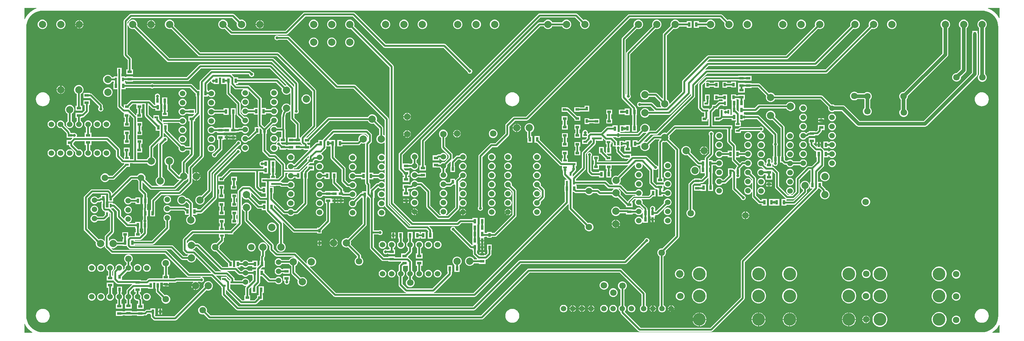
<source format=gbl>
G04*
G04 #@! TF.GenerationSoftware,Altium Limited,Altium Designer,22.10.1 (41)*
G04*
G04 Layer_Physical_Order=2*
G04 Layer_Color=16711680*
%FSLAX44Y44*%
%MOMM*%
G71*
G04*
G04 #@! TF.SameCoordinates,925E1407-17B4-44B6-9F2D-65EEED7EDF2A*
G04*
G04*
G04 #@! TF.FilePolarity,Positive*
G04*
G01*
G75*
%ADD10C,0.3000*%
%ADD12C,0.5000*%
%ADD21C,1.0000*%
%ADD22C,2.0000*%
%ADD23C,2.0000*%
%ADD24C,1.8000*%
%ADD25C,1.5240*%
%ADD26C,1.5000*%
%ADD27C,3.5000*%
%ADD28C,0.8000*%
%ADD29R,1.0000X0.6000*%
%ADD30R,1.2500X0.8000*%
%ADD31R,0.8000X1.2500*%
%ADD32R,0.7000X1.0000*%
%ADD33R,0.6000X1.0000*%
%ADD34R,1.0000X0.7000*%
%ADD35C,0.3500*%
G36*
X2656215Y895310D02*
X2662078Y894144D01*
X2667739Y892222D01*
X2673100Y889578D01*
X2678071Y886257D01*
X2682565Y882315D01*
X2686507Y877821D01*
X2689828Y872850D01*
X2692472Y867489D01*
X2694394Y861828D01*
X2695560Y855965D01*
X2695937Y850206D01*
X2695896Y850000D01*
X2695896Y50000D01*
X2695938Y49794D01*
X2695560Y44035D01*
X2694394Y38172D01*
X2692472Y32511D01*
X2689828Y27150D01*
X2686507Y22179D01*
X2682565Y17685D01*
X2678071Y13743D01*
X2673100Y10422D01*
X2667739Y7778D01*
X2662078Y5856D01*
X2656215Y4690D01*
X2650457Y4313D01*
X2650250Y4354D01*
X50250Y4354D01*
X50044Y4313D01*
X44285Y4690D01*
X38422Y5856D01*
X32761Y7778D01*
X27400Y10422D01*
X22429Y13743D01*
X17935Y17685D01*
X13993Y22179D01*
X10672Y27150D01*
X8028Y32511D01*
X6106Y38172D01*
X4940Y44035D01*
X4632Y48742D01*
X4604Y50000D01*
X4604D01*
X4603Y50001D01*
X4604Y848730D01*
X4604Y849999D01*
X4604Y850000D01*
X4632Y851258D01*
X4940Y855965D01*
X6106Y861828D01*
X8028Y867489D01*
X10672Y872850D01*
X13993Y877821D01*
X17935Y882315D01*
X22429Y886257D01*
X27400Y889578D01*
X32761Y892222D01*
X38422Y894144D01*
X44285Y895310D01*
X50043Y895687D01*
X50250Y895646D01*
X2650250Y895646D01*
X2650456Y895687D01*
X2656215Y895310D01*
D02*
G37*
G36*
X2699494Y875642D02*
X2698257Y875353D01*
X2697350Y877193D01*
X2693398Y883108D01*
X2688707Y888457D01*
X2683358Y893148D01*
X2677443Y897100D01*
X2671063Y900247D01*
X2667631Y901411D01*
X2667841Y902681D01*
X2699494D01*
Y875642D01*
D02*
G37*
G36*
X32869Y901411D02*
X29437Y900247D01*
X23057Y897100D01*
X17142Y893148D01*
X11793Y888457D01*
X7102Y883108D01*
X3150Y877193D01*
X514Y871848D01*
X-756Y872144D01*
Y902681D01*
X32659D01*
X32869Y901411D01*
D02*
G37*
G36*
X2699494Y24358D02*
Y2681D01*
X2679402D01*
X2679017Y3951D01*
X2683358Y6852D01*
X2688707Y11543D01*
X2693398Y16892D01*
X2697350Y22807D01*
X2698257Y24646D01*
X2699494Y24358D01*
D02*
G37*
G36*
X3150Y22807D02*
X7102Y16892D01*
X11793Y11543D01*
X17142Y6852D01*
X21483Y3951D01*
X21098Y2681D01*
X-506D01*
X-756Y2931D01*
Y27856D01*
X514Y28152D01*
X3150Y22807D01*
D02*
G37*
%LPC*%
G36*
X1501962Y870500D02*
X1498539D01*
X1495232Y869614D01*
X1492268Y867903D01*
X1489847Y865482D01*
X1488477Y863108D01*
X1461024D01*
X1459653Y865482D01*
X1457232Y867903D01*
X1454268Y869614D01*
X1450961Y870500D01*
X1447538D01*
X1444232Y869614D01*
X1441268Y867903D01*
X1438847Y865482D01*
X1437477Y863108D01*
X1425250D01*
X1423104Y862681D01*
X1421285Y861465D01*
X1098567Y538747D01*
X1097351Y536928D01*
X1096924Y534782D01*
Y466750D01*
X1093002D01*
Y452750D01*
X1111502D01*
Y466750D01*
X1108140D01*
Y532459D01*
X1427573Y851892D01*
X1437477D01*
X1438847Y849518D01*
X1441268Y847097D01*
X1444232Y845386D01*
X1447538Y844500D01*
X1450961D01*
X1454268Y845386D01*
X1457232Y847097D01*
X1459653Y849518D01*
X1461024Y851892D01*
X1488477D01*
X1489847Y849518D01*
X1492268Y847097D01*
X1495232Y845386D01*
X1498539Y844500D01*
X1501962D01*
X1505268Y845386D01*
X1508232Y847097D01*
X1510653Y849518D01*
X1512364Y852482D01*
X1513250Y855788D01*
Y859212D01*
X1512364Y862518D01*
X1510653Y865482D01*
X1508232Y867903D01*
X1505268Y869614D01*
X1501962Y870500D01*
D02*
G37*
G36*
X1900961D02*
X1897538D01*
X1894232Y869614D01*
X1891268Y867903D01*
X1888848Y865482D01*
X1887333Y862859D01*
X1867000D01*
Y866252D01*
X1853000D01*
Y847752D01*
X1867000D01*
Y851643D01*
X1887620D01*
X1888848Y849518D01*
X1891268Y847097D01*
X1894232Y845386D01*
X1897538Y844500D01*
X1900961D01*
X1904268Y845386D01*
X1907232Y847097D01*
X1909653Y849518D01*
X1911364Y852482D01*
X1912250Y855788D01*
Y859212D01*
X1911364Y862518D01*
X1909653Y865482D01*
X1907232Y867903D01*
X1904268Y869614D01*
X1900961Y870500D01*
D02*
G37*
G36*
X152764Y869000D02*
X152750D01*
Y859000D01*
X162750D01*
Y859014D01*
X161966Y861939D01*
X160452Y864561D01*
X158311Y866702D01*
X155689Y868216D01*
X152764Y869000D01*
D02*
G37*
G36*
X149750D02*
X149736D01*
X146811Y868216D01*
X144189Y866702D01*
X142048Y864561D01*
X140534Y861939D01*
X139750Y859014D01*
Y859000D01*
X149750D01*
Y869000D01*
D02*
G37*
G36*
X652764D02*
X652750D01*
Y859000D01*
X662750D01*
Y859014D01*
X661966Y861939D01*
X660452Y864561D01*
X658311Y866702D01*
X655689Y868216D01*
X652764Y869000D01*
D02*
G37*
G36*
X649750D02*
X649736D01*
X646811Y868216D01*
X644189Y866702D01*
X642048Y864561D01*
X640534Y861939D01*
X639750Y859014D01*
Y859000D01*
X649750D01*
Y869000D01*
D02*
G37*
G36*
X351764D02*
X351750D01*
Y859000D01*
X361750D01*
Y859014D01*
X360966Y861939D01*
X359452Y864561D01*
X357311Y866702D01*
X354689Y868216D01*
X351764Y869000D01*
D02*
G37*
G36*
X348750D02*
X348736D01*
X345811Y868216D01*
X343189Y866702D01*
X341048Y864561D01*
X339534Y861939D01*
X338750Y859014D01*
Y859000D01*
X348750D01*
Y869000D01*
D02*
G37*
G36*
X662750Y856000D02*
X652750D01*
Y846000D01*
X652764D01*
X655689Y846784D01*
X658311Y848298D01*
X660452Y850439D01*
X661966Y853061D01*
X662750Y855986D01*
Y856000D01*
D02*
G37*
G36*
X649750D02*
X639750D01*
Y855986D01*
X640534Y853061D01*
X642048Y850439D01*
X644189Y848298D01*
X646811Y846784D01*
X649736Y846000D01*
X649750D01*
Y856000D01*
D02*
G37*
G36*
X361750Y856000D02*
X351750D01*
Y846000D01*
X351764D01*
X354689Y846784D01*
X357311Y848298D01*
X359452Y850439D01*
X360966Y853061D01*
X361750Y855986D01*
Y856000D01*
D02*
G37*
G36*
X348750D02*
X338750D01*
Y855986D01*
X339534Y853061D01*
X341048Y850439D01*
X343189Y848298D01*
X345811Y846784D01*
X348736Y846000D01*
X348750D01*
Y856000D01*
D02*
G37*
G36*
X162750Y856000D02*
X152750D01*
Y846000D01*
X152764D01*
X155689Y846784D01*
X158311Y848298D01*
X160452Y850439D01*
X161966Y853061D01*
X162750Y855986D01*
Y856000D01*
D02*
G37*
G36*
X149750D02*
X139750D01*
Y855986D01*
X140534Y853061D01*
X142048Y850439D01*
X144189Y848298D01*
X146811Y846784D01*
X149736Y846000D01*
X149750D01*
Y856000D01*
D02*
G37*
G36*
X2402961Y870500D02*
X2399539D01*
X2396232Y869614D01*
X2393268Y867903D01*
X2390847Y865482D01*
X2389136Y862518D01*
X2388250Y859212D01*
Y855788D01*
X2389136Y852482D01*
X2390847Y849518D01*
X2393268Y847097D01*
X2396232Y845386D01*
X2399539Y844500D01*
X2402961D01*
X2406268Y845386D01*
X2409232Y847097D01*
X2411653Y849518D01*
X2413364Y852482D01*
X2414250Y855788D01*
Y859212D01*
X2413364Y862518D01*
X2411653Y865482D01*
X2409232Y867903D01*
X2406268Y869614D01*
X2402961Y870500D01*
D02*
G37*
G36*
X2151962D02*
X2148539D01*
X2145232Y869614D01*
X2142268Y867903D01*
X2139847Y865482D01*
X2138136Y862518D01*
X2137250Y859212D01*
Y855788D01*
X2138136Y852482D01*
X2139847Y849518D01*
X2142268Y847097D01*
X2145232Y845386D01*
X2148539Y844500D01*
X2151962D01*
X2155268Y845386D01*
X2158232Y847097D01*
X2160653Y849518D01*
X2162364Y852482D01*
X2163250Y855788D01*
Y859212D01*
X2162364Y862518D01*
X2160653Y865482D01*
X2158232Y867903D01*
X2155268Y869614D01*
X2151962Y870500D01*
D02*
G37*
G36*
X2100961D02*
X2097538D01*
X2094232Y869614D01*
X2091268Y867903D01*
X2088847Y865482D01*
X2087136Y862518D01*
X2086250Y859212D01*
Y855788D01*
X2087136Y852482D01*
X2088847Y849518D01*
X2091268Y847097D01*
X2094232Y845386D01*
X2097538Y844500D01*
X2100961D01*
X2104268Y845386D01*
X2107232Y847097D01*
X2109653Y849518D01*
X2111364Y852482D01*
X2112250Y855788D01*
Y859212D01*
X2111364Y862518D01*
X2109653Y865482D01*
X2107232Y867903D01*
X2104268Y869614D01*
X2100961Y870500D01*
D02*
G37*
G36*
X2002961D02*
X1999539D01*
X1996232Y869614D01*
X1993268Y867903D01*
X1990847Y865482D01*
X1989136Y862518D01*
X1988250Y859212D01*
Y855788D01*
X1989136Y852482D01*
X1990847Y849518D01*
X1993268Y847097D01*
X1996232Y845386D01*
X1999539Y844500D01*
X2002961D01*
X2006268Y845386D01*
X2009232Y847097D01*
X2011653Y849518D01*
X2013364Y852482D01*
X2014250Y855788D01*
Y859212D01*
X2013364Y862518D01*
X2011653Y865482D01*
X2009232Y867903D01*
X2006268Y869614D01*
X2002961Y870500D01*
D02*
G37*
G36*
X1927750Y885608D02*
X1674000D01*
X1671854Y885181D01*
X1670035Y883965D01*
X1387927Y601858D01*
X1355619D01*
X1353473Y601431D01*
X1351654Y600215D01*
X1332535Y581096D01*
X1331319Y579277D01*
X1330892Y577131D01*
Y555323D01*
X1303677Y528108D01*
X1292158D01*
X1290012Y527681D01*
X1288193Y526465D01*
X1258035Y496307D01*
X1256819Y494488D01*
X1256392Y492342D01*
Y352287D01*
X1255477Y350702D01*
X1255000Y348922D01*
Y347078D01*
X1255477Y345298D01*
X1256399Y343702D01*
X1257702Y342399D01*
X1259298Y341477D01*
X1261078Y341000D01*
X1262922D01*
X1264702Y341477D01*
X1266298Y342399D01*
X1267601Y343702D01*
X1268523Y345298D01*
X1269000Y347078D01*
Y348922D01*
X1268523Y350702D01*
X1267608Y352287D01*
Y490019D01*
X1294481Y516892D01*
X1306000D01*
X1308146Y517319D01*
X1309965Y518535D01*
X1340465Y549035D01*
X1341681Y550854D01*
X1342108Y553000D01*
Y574808D01*
X1357942Y590642D01*
X1390250D01*
X1392396Y591069D01*
X1394215Y592285D01*
X1676323Y874392D01*
X1925427D01*
X1937960Y861860D01*
X1937250Y859212D01*
Y855788D01*
X1938136Y852482D01*
X1939848Y849518D01*
X1942268Y847097D01*
X1945232Y845386D01*
X1948539Y844500D01*
X1951962D01*
X1955268Y845386D01*
X1958232Y847097D01*
X1960653Y849518D01*
X1962364Y852482D01*
X1963250Y855788D01*
Y859212D01*
X1962364Y862518D01*
X1960653Y865482D01*
X1958232Y867903D01*
X1955268Y869614D01*
X1951962Y870500D01*
X1948539D01*
X1945890Y869790D01*
X1931715Y883965D01*
X1929896Y885181D01*
X1927750Y885608D01*
D02*
G37*
G36*
X1751962Y870500D02*
X1748539D01*
X1745232Y869614D01*
X1742268Y867903D01*
X1739847Y865482D01*
X1738136Y862518D01*
X1737250Y859212D01*
Y855788D01*
X1738136Y852482D01*
X1738288Y852219D01*
X1667285Y781215D01*
X1666069Y779396D01*
X1665642Y777250D01*
Y663573D01*
X1665628Y663562D01*
X1664358Y664188D01*
Y814677D01*
X1694890Y845210D01*
X1697538Y844500D01*
X1700961D01*
X1704268Y845386D01*
X1707232Y847097D01*
X1709653Y849518D01*
X1711364Y852482D01*
X1712250Y855788D01*
Y859212D01*
X1711364Y862518D01*
X1709653Y865482D01*
X1707232Y867903D01*
X1704268Y869614D01*
X1700961Y870500D01*
X1697538D01*
X1694232Y869614D01*
X1691268Y867903D01*
X1688847Y865482D01*
X1687136Y862518D01*
X1686250Y859212D01*
Y855788D01*
X1686960Y853140D01*
X1654785Y820965D01*
X1653569Y819146D01*
X1653142Y817000D01*
Y654750D01*
X1653569Y652604D01*
X1654785Y650785D01*
X1680505Y625064D01*
X1681250Y624152D01*
X1681250D01*
X1681250Y624152D01*
Y605652D01*
X1682892D01*
Y578655D01*
X1681750D01*
Y560155D01*
X1695750D01*
Y578655D01*
X1694108D01*
Y605652D01*
X1695250D01*
Y624152D01*
X1693603D01*
Y625504D01*
X1693177Y627650D01*
X1691961Y629470D01*
X1671604Y649827D01*
X1672090Y651000D01*
X1672172D01*
X1673952Y651477D01*
X1675548Y652399D01*
X1676851Y653702D01*
X1677773Y655298D01*
X1678250Y657078D01*
Y658922D01*
X1677773Y660702D01*
X1676858Y662287D01*
Y774927D01*
X1746876Y844946D01*
X1748539Y844500D01*
X1751962D01*
X1755268Y845386D01*
X1758232Y847097D01*
X1760653Y849518D01*
X1762364Y852482D01*
X1763250Y855788D01*
Y859212D01*
X1762364Y862518D01*
X1760653Y865482D01*
X1758232Y867903D01*
X1755268Y869614D01*
X1751962Y870500D01*
D02*
G37*
G36*
X1526500Y887858D02*
X1425750D01*
X1423604Y887431D01*
X1421785Y886215D01*
X1037372Y501802D01*
X1036156Y499983D01*
X1035729Y497837D01*
Y457663D01*
X1036156Y455517D01*
X1037372Y453698D01*
X1046953Y444117D01*
Y438279D01*
X1050158D01*
Y434750D01*
X1046958D01*
Y420750D01*
X1065458D01*
Y434750D01*
X1061374D01*
Y438279D01*
X1065453D01*
Y452279D01*
X1054652D01*
X1049825Y457106D01*
X1050311Y458279D01*
X1065453D01*
Y459682D01*
X1070437D01*
X1070958Y458779D01*
X1072935Y456802D01*
X1075357Y455404D01*
X1078058Y454680D01*
X1080854D01*
X1083555Y455404D01*
X1085977Y456802D01*
X1087954Y458779D01*
X1089352Y461201D01*
X1090076Y463902D01*
Y466698D01*
X1089352Y469399D01*
X1087954Y471821D01*
X1085977Y473798D01*
X1085064Y474325D01*
Y481675D01*
X1085977Y482202D01*
X1087954Y484179D01*
X1089352Y486601D01*
X1090076Y489302D01*
Y492098D01*
X1089352Y494799D01*
X1087954Y497221D01*
X1085977Y499198D01*
X1083555Y500596D01*
X1080854Y501320D01*
X1078058D01*
X1075357Y500596D01*
X1072935Y499198D01*
X1070958Y497221D01*
X1069560Y494799D01*
X1068836Y492098D01*
Y489302D01*
X1069560Y486601D01*
X1070958Y484179D01*
X1072935Y482202D01*
X1073848Y481675D01*
Y474325D01*
X1072935Y473798D01*
X1070958Y471821D01*
X1070425Y470897D01*
X1065453D01*
Y472279D01*
X1046953D01*
X1046945Y473546D01*
Y495514D01*
X1428073Y876642D01*
X1524177D01*
X1538960Y861860D01*
X1538250Y859212D01*
Y855788D01*
X1539136Y852482D01*
X1540847Y849518D01*
X1543268Y847097D01*
X1546232Y845386D01*
X1549539Y844500D01*
X1552961D01*
X1556268Y845386D01*
X1559232Y847097D01*
X1561653Y849518D01*
X1563364Y852482D01*
X1564250Y855788D01*
Y859212D01*
X1563364Y862518D01*
X1561653Y865482D01*
X1559232Y867903D01*
X1556268Y869614D01*
X1552961Y870500D01*
X1549539D01*
X1546890Y869790D01*
X1530465Y886215D01*
X1528646Y887431D01*
X1526500Y887858D01*
D02*
G37*
G36*
X1302961Y870500D02*
X1299539D01*
X1296232Y869614D01*
X1293268Y867903D01*
X1290847Y865482D01*
X1289136Y862518D01*
X1288250Y859212D01*
Y855788D01*
X1289136Y852482D01*
X1290847Y849518D01*
X1293268Y847097D01*
X1296232Y845386D01*
X1299539Y844500D01*
X1302961D01*
X1306268Y845386D01*
X1309232Y847097D01*
X1311653Y849518D01*
X1313364Y852482D01*
X1314250Y855788D01*
Y859212D01*
X1313364Y862518D01*
X1311653Y865482D01*
X1309232Y867903D01*
X1306268Y869614D01*
X1302961Y870500D01*
D02*
G37*
G36*
X1251962D02*
X1248539D01*
X1245232Y869614D01*
X1242268Y867903D01*
X1239847Y865482D01*
X1238136Y862518D01*
X1237250Y859212D01*
Y855788D01*
X1238136Y852482D01*
X1239847Y849518D01*
X1242268Y847097D01*
X1245232Y845386D01*
X1248539Y844500D01*
X1251962D01*
X1255268Y845386D01*
X1258232Y847097D01*
X1260653Y849518D01*
X1262364Y852482D01*
X1263250Y855788D01*
Y859212D01*
X1262364Y862518D01*
X1260653Y865482D01*
X1258232Y867903D01*
X1255268Y869614D01*
X1251962Y870500D01*
D02*
G37*
G36*
X1200962D02*
X1197539D01*
X1194232Y869614D01*
X1191268Y867903D01*
X1188847Y865482D01*
X1187136Y862518D01*
X1186250Y859212D01*
Y855788D01*
X1187136Y852482D01*
X1188847Y849518D01*
X1191268Y847097D01*
X1194232Y845386D01*
X1197539Y844500D01*
X1200962D01*
X1204268Y845386D01*
X1207232Y847097D01*
X1209653Y849518D01*
X1211364Y852482D01*
X1212250Y855788D01*
Y859212D01*
X1211364Y862518D01*
X1209653Y865482D01*
X1207232Y867903D01*
X1204268Y869614D01*
X1200962Y870500D01*
D02*
G37*
G36*
X1102962D02*
X1099538D01*
X1096232Y869614D01*
X1093268Y867903D01*
X1090847Y865482D01*
X1089136Y862518D01*
X1088250Y859212D01*
Y855788D01*
X1089136Y852482D01*
X1090847Y849518D01*
X1093268Y847097D01*
X1096232Y845386D01*
X1099538Y844500D01*
X1102962D01*
X1106268Y845386D01*
X1109232Y847097D01*
X1111653Y849518D01*
X1113364Y852482D01*
X1114250Y855788D01*
Y859212D01*
X1113364Y862518D01*
X1111653Y865482D01*
X1109232Y867903D01*
X1106268Y869614D01*
X1102962Y870500D01*
D02*
G37*
G36*
X1051962D02*
X1048539D01*
X1045232Y869614D01*
X1042268Y867903D01*
X1039847Y865482D01*
X1038136Y862518D01*
X1037250Y859212D01*
Y855788D01*
X1038136Y852482D01*
X1039847Y849518D01*
X1042268Y847097D01*
X1045232Y845386D01*
X1048539Y844500D01*
X1051962D01*
X1055268Y845386D01*
X1058232Y847097D01*
X1060653Y849518D01*
X1062364Y852482D01*
X1063250Y855788D01*
Y859212D01*
X1062364Y862518D01*
X1060653Y865482D01*
X1058232Y867903D01*
X1055268Y869614D01*
X1051962Y870500D01*
D02*
G37*
G36*
X1000962D02*
X997539D01*
X994232Y869614D01*
X991268Y867903D01*
X988848Y865482D01*
X987136Y862518D01*
X986250Y859212D01*
Y855788D01*
X987136Y852482D01*
X988848Y849518D01*
X991268Y847097D01*
X994232Y845386D01*
X997539Y844500D01*
X1000962D01*
X1004268Y845386D01*
X1007232Y847097D01*
X1009653Y849518D01*
X1011364Y852482D01*
X1012250Y855788D01*
Y859212D01*
X1011364Y862518D01*
X1009653Y865482D01*
X1007232Y867903D01*
X1004268Y869614D01*
X1000962Y870500D01*
D02*
G37*
G36*
X576750Y886608D02*
X293931D01*
X291785Y886181D01*
X289965Y884965D01*
X275535Y870535D01*
X274319Y868716D01*
X273892Y866570D01*
Y772750D01*
X274319Y770604D01*
X275535Y768785D01*
X285394Y758926D01*
Y733000D01*
X281752D01*
Y719000D01*
X300252D01*
Y733000D01*
X296609D01*
Y761248D01*
X296182Y763394D01*
X294967Y765214D01*
X285108Y775073D01*
Y855145D01*
X286378Y855312D01*
X287136Y852482D01*
X288848Y849518D01*
X291268Y847097D01*
X294232Y845386D01*
X297539Y844500D01*
X300961D01*
X303610Y845210D01*
X394035Y754785D01*
X395854Y753569D01*
X398000Y753142D01*
X684177D01*
X746642Y690677D01*
Y685007D01*
X745979Y684806D01*
X745372Y684743D01*
X684900Y745215D01*
X683080Y746431D01*
X680934Y746858D01*
X486218D01*
X484072Y746431D01*
X482253Y745215D01*
X448646Y711608D01*
X300252D01*
Y713000D01*
X281752D01*
Y711608D01*
X277841D01*
Y713250D01*
X267949D01*
Y721250D01*
X268341D01*
Y737250D01*
X256341D01*
Y721250D01*
X256734D01*
Y713250D01*
X246842D01*
Y710608D01*
X242040D01*
X240814Y712733D01*
X238393Y715154D01*
X235429Y716865D01*
X232122Y717751D01*
X228699D01*
X225393Y716865D01*
X222429Y715154D01*
X220008Y712733D01*
X218297Y709769D01*
X217411Y706462D01*
Y703039D01*
X218297Y699733D01*
X220008Y696769D01*
X222429Y694348D01*
X225393Y692637D01*
X228699Y691751D01*
X232122D01*
X235429Y692637D01*
X238393Y694348D01*
X240814Y696769D01*
X242328Y699393D01*
X246842D01*
Y697250D01*
X246842D01*
X246797Y695998D01*
X245750D01*
Y677498D01*
X256734D01*
Y630159D01*
X257161Y628013D01*
X258376Y626193D01*
X270285Y614285D01*
X272104Y613069D01*
X273347Y612822D01*
X274236Y611920D01*
Y598920D01*
X277129D01*
Y587170D01*
X274736D01*
Y574170D01*
X290736D01*
Y587170D01*
X288344D01*
Y598920D01*
X290236D01*
Y606174D01*
X291410Y606660D01*
X300642Y597427D01*
Y484028D01*
X291236D01*
Y493420D01*
X287962D01*
Y502788D01*
X290354D01*
Y515788D01*
X274354D01*
Y502788D01*
X276746D01*
Y493420D01*
X275236D01*
Y484990D01*
X273966Y484464D01*
X264108Y494323D01*
Y510071D01*
X263681Y512217D01*
X262465Y514036D01*
X232786Y543715D01*
X230967Y544931D01*
X228821Y545358D01*
X184867D01*
Y557250D01*
X181226D01*
Y571755D01*
X182140Y572283D01*
X184117Y574260D01*
X185515Y576682D01*
X186239Y579383D01*
Y582179D01*
X185515Y584880D01*
X184117Y587302D01*
X182140Y589279D01*
X179718Y590677D01*
X177017Y591401D01*
X174221D01*
X171520Y590677D01*
X169098Y589279D01*
X167121Y587302D01*
X165723Y584880D01*
X164999Y582179D01*
Y579383D01*
X165723Y576682D01*
X167121Y574260D01*
X169098Y572283D01*
X170011Y571756D01*
Y557250D01*
X166367D01*
Y545358D01*
X144763D01*
X144030Y546628D01*
X144273Y547048D01*
X144750Y548828D01*
Y550672D01*
X144273Y552452D01*
X143351Y554048D01*
X142048Y555351D01*
X140452Y556273D01*
X138672Y556750D01*
X136828D01*
X136022Y556534D01*
X134752Y557000D01*
Y557000D01*
X127184D01*
X126443Y559443D01*
X124525Y563031D01*
X121954Y566164D01*
X121927Y566204D01*
X120533Y567598D01*
X109766Y578365D01*
X110039Y579383D01*
Y582179D01*
X109315Y584880D01*
X107917Y587302D01*
X105940Y589279D01*
X103518Y590677D01*
X100817Y591401D01*
X98021D01*
X95320Y590677D01*
X92898Y589279D01*
X90921Y587302D01*
X89523Y584880D01*
X88799Y582179D01*
Y579383D01*
X89523Y576682D01*
X90921Y574260D01*
X92898Y572283D01*
X95320Y570885D01*
X98021Y570161D01*
X100817D01*
X101836Y570434D01*
X112602Y559668D01*
X113996Y558273D01*
X113996Y558273D01*
Y558273D01*
X114006Y558267D01*
X114805Y557328D01*
X115590Y556305D01*
X116252Y554709D01*
Y543000D01*
X131410D01*
X131896Y541827D01*
X127070Y537000D01*
X116252D01*
Y523000D01*
X123072D01*
Y522321D01*
X123498Y520175D01*
X124714Y518356D01*
X139872Y503198D01*
X139599Y502179D01*
Y499383D01*
X140323Y496682D01*
X141721Y494260D01*
X143698Y492283D01*
X146120Y490885D01*
X148821Y490161D01*
X151617D01*
X154318Y490885D01*
X156740Y492283D01*
X158717Y494260D01*
X160115Y496682D01*
X160839Y499383D01*
Y502179D01*
X160115Y504880D01*
X158717Y507302D01*
X156740Y509279D01*
X154318Y510677D01*
X151617Y511401D01*
X148821D01*
X147802Y511128D01*
X134752Y524179D01*
Y528821D01*
X140073Y534142D01*
X166367D01*
Y523250D01*
X170011D01*
Y509806D01*
X169098Y509279D01*
X167121Y507302D01*
X165723Y504880D01*
X164999Y502179D01*
Y499383D01*
X165723Y496682D01*
X167121Y494260D01*
X169098Y492283D01*
X171520Y490885D01*
X174221Y490161D01*
X177017D01*
X179718Y490885D01*
X182140Y492283D01*
X184117Y494260D01*
X185515Y496682D01*
X186239Y499383D01*
Y502179D01*
X185515Y504880D01*
X184117Y507302D01*
X182140Y509279D01*
X181226Y509807D01*
Y523250D01*
X184867D01*
Y534142D01*
X226498D01*
X252892Y507748D01*
Y492000D01*
X253319Y489854D01*
X254535Y488035D01*
X268115Y474455D01*
X269934Y473239D01*
X272080Y472812D01*
X275236D01*
Y470351D01*
X243092Y438207D01*
X233034D01*
X232017Y439967D01*
X229783Y442201D01*
X227047Y443781D01*
X223995Y444599D01*
X220835D01*
X217783Y443781D01*
X215047Y442201D01*
X212813Y439967D01*
X211233Y437231D01*
X210415Y434179D01*
Y431019D01*
X211233Y427967D01*
X212813Y425231D01*
X215047Y422996D01*
X217783Y421417D01*
X220835Y420599D01*
X223995D01*
X227047Y421417D01*
X229783Y422996D01*
X232017Y425231D01*
X233034Y426991D01*
X245415D01*
X247561Y427418D01*
X249380Y428634D01*
X283167Y462420D01*
X291236D01*
Y472812D01*
X299236D01*
Y471920D01*
X315236D01*
Y472312D01*
X339034D01*
X340013Y470617D01*
X342433Y468196D01*
X345397Y466485D01*
X348704Y465599D01*
X352127D01*
X355433Y466485D01*
X358397Y468196D01*
X360818Y470617D01*
X362529Y473581D01*
X363415Y476887D01*
Y480310D01*
X362529Y483617D01*
X360818Y486581D01*
X358397Y489002D01*
X356023Y490372D01*
Y515592D01*
X370147Y529716D01*
X371133Y528907D01*
X370234Y527561D01*
X369807Y525415D01*
Y435372D01*
X367433Y434002D01*
X365013Y431581D01*
X363301Y428617D01*
X362415Y425310D01*
Y421887D01*
X363301Y418581D01*
X365013Y415617D01*
X367433Y413196D01*
X370397Y411485D01*
X370797Y411378D01*
X370630Y410108D01*
X352837D01*
X333889Y429056D01*
X334415Y431019D01*
Y434179D01*
X333597Y437231D01*
X332018Y439967D01*
X329783Y442201D01*
X327047Y443781D01*
X323995Y444599D01*
X320835D01*
X317783Y443781D01*
X315047Y442201D01*
X312813Y439967D01*
X311796Y438207D01*
X294917D01*
X292771Y437780D01*
X290951Y436564D01*
X243432Y389045D01*
X242845Y389288D01*
X242247Y389656D01*
X241846Y391671D01*
X240630Y393490D01*
X235405Y398715D01*
X233586Y399931D01*
X231440Y400358D01*
X186250D01*
X184104Y399931D01*
X182285Y398715D01*
X165319Y381750D01*
X164104Y379931D01*
X163677Y377785D01*
Y289814D01*
X164104Y287668D01*
X165319Y285849D01*
X197431Y253737D01*
X196915Y251810D01*
Y248387D01*
X197801Y245081D01*
X199513Y242117D01*
X201933Y239696D01*
X204897Y237985D01*
X208204Y237099D01*
X211627D01*
X214933Y237985D01*
X217897Y239696D01*
X220318Y242117D01*
X220665Y242719D01*
X221892Y242390D01*
Y242000D01*
X222319Y239854D01*
X223535Y238035D01*
X238285Y223285D01*
X240104Y222069D01*
X242250Y221642D01*
X387927D01*
X450089Y159480D01*
X451908Y158265D01*
X454054Y157838D01*
X487981D01*
X488149Y156568D01*
X487048Y156273D01*
X485463Y155358D01*
X419082D01*
X416936Y154931D01*
X415117Y153715D01*
X414759Y153358D01*
X400248D01*
Y164250D01*
X396732D01*
Y185203D01*
X398368Y186148D01*
X400602Y188382D01*
X402182Y191118D01*
X403000Y194170D01*
Y197330D01*
X402182Y200382D01*
X400602Y203118D01*
X398368Y205352D01*
X395632Y206932D01*
X392580Y207750D01*
X389420D01*
X386368Y206932D01*
X383632Y205352D01*
X381398Y203118D01*
X379818Y200382D01*
X379000Y197330D01*
Y194170D01*
X379818Y191118D01*
X381398Y188382D01*
X383632Y186148D01*
X385517Y185060D01*
Y164250D01*
X381748D01*
Y153358D01*
X344499D01*
X342353Y152931D01*
X340534Y151715D01*
X336927Y148108D01*
X322093D01*
Y149500D01*
X309042D01*
X308500Y149608D01*
X307958Y149500D01*
X303593D01*
Y149108D01*
X269752D01*
X269250Y150170D01*
Y158239D01*
X283622Y172611D01*
X286052Y171960D01*
X288848D01*
X291549Y172684D01*
X293971Y174082D01*
X295948Y176059D01*
X297346Y178481D01*
X298070Y181182D01*
Y183978D01*
X297346Y186679D01*
X295948Y189101D01*
X293971Y191078D01*
X293080Y191593D01*
Y197615D01*
X294868Y198648D01*
X297102Y200882D01*
X298682Y203618D01*
X299500Y206670D01*
Y209830D01*
X298682Y212882D01*
X297102Y215618D01*
X294868Y217852D01*
X292132Y219432D01*
X289080Y220250D01*
X285920D01*
X282868Y219432D01*
X280132Y217852D01*
X277898Y215618D01*
X276318Y212882D01*
X275500Y209830D01*
Y206670D01*
X276318Y203618D01*
X277898Y200882D01*
X280132Y198648D01*
X281864Y197647D01*
Y191618D01*
X280929Y191078D01*
X278952Y189101D01*
X277554Y186679D01*
X276830Y183978D01*
Y181681D01*
X273423Y178274D01*
X273217Y178315D01*
X272298Y179793D01*
X272670Y181182D01*
Y183978D01*
X271946Y186679D01*
X270548Y189101D01*
X268571Y191078D01*
X266149Y192476D01*
X263448Y193200D01*
X260652D01*
X257951Y192476D01*
X255529Y191078D01*
X253552Y189101D01*
X252154Y186679D01*
X251430Y183978D01*
Y181182D01*
X251566Y180676D01*
X247035Y176145D01*
X245819Y174326D01*
X245392Y172180D01*
Y161750D01*
X242253D01*
Y173552D01*
X243171Y174082D01*
X245148Y176059D01*
X246546Y178481D01*
X247270Y181182D01*
Y183978D01*
X246546Y186679D01*
X245148Y189101D01*
X243171Y191078D01*
X240749Y192476D01*
X238048Y193200D01*
X235252D01*
X232551Y192476D01*
X230129Y191078D01*
X228152Y189101D01*
X226754Y186679D01*
X226030Y183978D01*
Y181182D01*
X226754Y178481D01*
X228152Y176059D01*
X230129Y174082D01*
X231037Y173557D01*
Y161750D01*
X227396D01*
Y147750D01*
X245896D01*
X245896Y147750D01*
Y147750D01*
X246983Y147277D01*
X247035Y147200D01*
X254700Y139535D01*
X256519Y138319D01*
X258665Y137892D01*
X297050D01*
X297435Y136622D01*
X297200Y136465D01*
X283479Y122744D01*
X282264Y120925D01*
X281837Y118779D01*
Y111602D01*
X280929Y111078D01*
X278952Y109101D01*
X277554Y106679D01*
X276830Y103978D01*
Y101182D01*
X277554Y98481D01*
X278952Y96059D01*
X280929Y94082D01*
X281836Y93559D01*
Y84250D01*
X278193D01*
Y70250D01*
X296693D01*
Y84250D01*
X293051D01*
Y93551D01*
X293971Y94082D01*
X295948Y96059D01*
X297346Y98481D01*
X298070Y101182D01*
Y103978D01*
X297346Y106679D01*
X295948Y109101D01*
X293971Y111078D01*
X293052Y111609D01*
Y116456D01*
X302323Y125727D01*
X303593Y125201D01*
Y115500D01*
X307236D01*
Y111601D01*
X306329Y111078D01*
X304352Y109101D01*
X302954Y106679D01*
X302230Y103978D01*
Y101182D01*
X302954Y98481D01*
X304352Y96059D01*
X306329Y94082D01*
X308751Y92684D01*
X311452Y91960D01*
X313407D01*
X314391Y90976D01*
Y83250D01*
X310748D01*
Y69250D01*
X329248D01*
Y83250D01*
X325606D01*
Y93299D01*
X325179Y95445D01*
X323964Y97264D01*
X322747Y98482D01*
X323470Y101182D01*
Y103978D01*
X322746Y106679D01*
X321348Y109101D01*
X319371Y111078D01*
X318451Y111609D01*
Y115500D01*
X322093D01*
Y126892D01*
X341750D01*
Y124722D01*
X355750D01*
Y142142D01*
X361750D01*
Y124722D01*
X363142D01*
Y118000D01*
X363569Y115854D01*
X364785Y114035D01*
X379526Y99293D01*
X379000Y97330D01*
Y94170D01*
X379818Y91118D01*
X381398Y88382D01*
X383632Y86148D01*
X386368Y84568D01*
X389420Y83750D01*
X392580D01*
X395632Y84568D01*
X398368Y86148D01*
X400602Y88382D01*
X402182Y91118D01*
X403000Y94170D01*
Y97330D01*
X402182Y100382D01*
X400602Y103118D01*
X398368Y105352D01*
X395632Y106932D01*
X392580Y107750D01*
X389420D01*
X387457Y107224D01*
X374358Y120323D01*
Y124722D01*
X375750D01*
Y142142D01*
X383248D01*
Y138750D01*
X390998D01*
X398748D01*
Y142142D01*
X417082D01*
X419228Y142569D01*
X421047Y143785D01*
X421405Y144142D01*
X466838D01*
X467178Y142872D01*
X466189Y142301D01*
X464048Y140160D01*
X462534Y137538D01*
X461750Y134613D01*
Y134599D01*
X473250D01*
Y133099D01*
D01*
Y134599D01*
X484750D01*
Y134613D01*
X483966Y137538D01*
X482452Y140160D01*
X480311Y142301D01*
X479322Y142872D01*
X479662Y144142D01*
X485463D01*
X487048Y143227D01*
X488829Y142750D01*
X490672D01*
X492452Y143227D01*
X494048Y144149D01*
X495351Y145452D01*
X496273Y147048D01*
X496750Y148828D01*
Y150672D01*
X496273Y152452D01*
X495351Y154048D01*
X494048Y155351D01*
X492452Y156273D01*
X491352Y156568D01*
X491519Y157838D01*
X516900D01*
X543569Y131168D01*
Y127099D01*
X545961D01*
Y108681D01*
X546388Y106535D01*
X547604Y104716D01*
X585785Y66535D01*
X587604Y65319D01*
X589750Y64892D01*
X1243750D01*
X1245896Y65319D01*
X1247715Y66535D01*
X1374323Y193142D01*
X1662750D01*
X1664896Y193569D01*
X1666715Y194785D01*
X1723431Y251500D01*
X1723672D01*
X1725452Y251977D01*
X1727048Y252899D01*
X1728351Y254202D01*
X1729273Y255798D01*
X1729750Y257579D01*
Y259422D01*
X1729273Y261202D01*
X1728351Y262798D01*
X1727048Y264101D01*
X1725452Y265023D01*
X1723672Y265500D01*
X1721828D01*
X1720048Y265023D01*
X1718452Y264101D01*
X1717149Y262798D01*
X1716227Y261202D01*
X1715845Y259775D01*
X1660427Y204358D01*
X1372000D01*
X1369854Y203931D01*
X1368035Y202715D01*
X1241427Y76108D01*
X592073D01*
X557177Y111004D01*
Y120702D01*
X558354Y121459D01*
X558447Y121447D01*
X559604Y119716D01*
X595785Y83535D01*
X597604Y82319D01*
X599750Y81892D01*
X638720D01*
X640866Y82319D01*
X642686Y83535D01*
X653000Y93849D01*
X659569D01*
Y106849D01*
X659177D01*
Y113350D01*
X662000D01*
Y131851D01*
X648000D01*
Y121364D01*
X647961Y121170D01*
Y106849D01*
X643569D01*
Y100280D01*
X636398Y93108D01*
X625532D01*
X624569Y93849D01*
Y106849D01*
X622177D01*
Y124496D01*
X626827Y129146D01*
X628000Y128660D01*
Y113350D01*
X642000D01*
Y130819D01*
X650284Y139104D01*
X651500Y140923D01*
X651927Y143069D01*
Y159851D01*
X657719D01*
X673586Y143984D01*
X675405Y142768D01*
X677551Y142341D01*
X694183D01*
X694667Y141502D01*
X696622Y139547D01*
X699016Y138165D01*
X701687Y137449D01*
X704452D01*
X707122Y138165D01*
X709516Y139547D01*
X711471Y141502D01*
X712854Y143896D01*
X713569Y146566D01*
Y149331D01*
X712854Y152002D01*
X711471Y154396D01*
X709516Y156351D01*
X707122Y157733D01*
X704452Y158449D01*
X701687D01*
X699016Y157733D01*
X696622Y156351D01*
X694667Y154396D01*
X694183Y153557D01*
X679874D01*
X664115Y169316D01*
X663819Y169513D01*
Y178351D01*
X654159D01*
X653673Y179524D01*
X658500Y184350D01*
X664569D01*
Y202850D01*
X663177D01*
Y211187D01*
X663784Y211795D01*
X665000Y213614D01*
X665427Y215760D01*
Y228575D01*
X667801Y229946D01*
X670222Y232367D01*
X671933Y235331D01*
X672819Y238637D01*
Y242060D01*
X671933Y245367D01*
X670222Y248331D01*
X667801Y250751D01*
X664837Y252463D01*
X661531Y253349D01*
X658108D01*
X654801Y252463D01*
X651837Y250751D01*
X649417Y248331D01*
X647705Y245367D01*
X646819Y242060D01*
Y238637D01*
X647705Y235331D01*
X649417Y232367D01*
X651837Y229946D01*
X654211Y228575D01*
Y218083D01*
X653604Y217475D01*
X652388Y215656D01*
X651962Y213510D01*
Y202850D01*
X650569D01*
Y192281D01*
X645742Y187454D01*
X644569Y187940D01*
Y202850D01*
X630569D01*
Y199207D01*
X620523D01*
X619721Y200596D01*
X617766Y202551D01*
X615372Y203933D01*
X612701Y204649D01*
X609937D01*
X607266Y203933D01*
X604872Y202551D01*
X602917Y200596D01*
X602115Y199207D01*
X597112D01*
Y202849D01*
X583112D01*
Y185358D01*
X577112D01*
Y202849D01*
X571042D01*
X538699Y235193D01*
X539001Y235717D01*
X539819Y238769D01*
Y241929D01*
X539293Y243892D01*
X550077Y254676D01*
X551292Y256495D01*
X551719Y258641D01*
Y266258D01*
X554112D01*
Y276150D01*
X562112D01*
Y275758D01*
X578112D01*
Y280181D01*
X599465Y301535D01*
X600681Y303354D01*
X601108Y305500D01*
Y344692D01*
X602378Y345032D01*
X603917Y342367D01*
X606337Y339946D01*
X608712Y338575D01*
Y314681D01*
X609138Y312535D01*
X610354Y310716D01*
X677962Y243108D01*
Y233681D01*
X678388Y231535D01*
X679604Y229716D01*
X693785Y215535D01*
X695604Y214319D01*
X697750Y213892D01*
X744955D01*
X745146Y213619D01*
X744505Y212386D01*
X744436Y212349D01*
X742108D01*
X738801Y211463D01*
X735837Y209751D01*
X733417Y207331D01*
X731872Y204657D01*
X711783D01*
X711471Y205196D01*
X709516Y207151D01*
X707122Y208533D01*
X704452Y209249D01*
X701687D01*
X699016Y208533D01*
X696622Y207151D01*
X694667Y205196D01*
X693285Y202802D01*
X692569Y200131D01*
Y197367D01*
X693285Y194696D01*
X694667Y192302D01*
X696622Y190347D01*
X699016Y188965D01*
X701687Y188249D01*
X704452D01*
X707122Y188965D01*
X709516Y190347D01*
X711471Y192302D01*
X712129Y193441D01*
X732219D01*
X733417Y191367D01*
X735837Y188946D01*
X738211Y187575D01*
Y169349D01*
X738638Y167203D01*
X739854Y165384D01*
X756529Y148709D01*
X755819Y146060D01*
Y142637D01*
X756705Y139331D01*
X758417Y136367D01*
X760837Y133946D01*
X763801Y132235D01*
X767108Y131349D01*
X770531D01*
X773837Y132235D01*
X776801Y133946D01*
X779222Y136367D01*
X780933Y139331D01*
X781819Y142637D01*
Y146060D01*
X780933Y149367D01*
X779222Y152331D01*
X776801Y154752D01*
X773837Y156463D01*
X770531Y157349D01*
X767108D01*
X764459Y156639D01*
X749427Y171672D01*
Y187575D01*
X751801Y188946D01*
X754222Y191367D01*
X755933Y194331D01*
X756819Y197637D01*
Y200954D01*
X757214Y201288D01*
X757891Y201679D01*
X855785Y103785D01*
X857604Y102569D01*
X859750Y102142D01*
X1245500D01*
X1247646Y102569D01*
X1249465Y103785D01*
X1505122Y359442D01*
X1506392Y358916D01*
Y346654D01*
X1506819Y344508D01*
X1508035Y342688D01*
X1551276Y299447D01*
X1550750Y297484D01*
Y294324D01*
X1551568Y291272D01*
X1553148Y288536D01*
X1555382Y286301D01*
X1558118Y284722D01*
X1561170Y283904D01*
X1564330D01*
X1567382Y284722D01*
X1570118Y286301D01*
X1572352Y288536D01*
X1573932Y291272D01*
X1574750Y294324D01*
Y297484D01*
X1573932Y300536D01*
X1572352Y303272D01*
X1570118Y305506D01*
X1567382Y307086D01*
X1564330Y307904D01*
X1561170D01*
X1559207Y307378D01*
X1517608Y348977D01*
Y393091D01*
X1520618D01*
X1521770Y391939D01*
X1523590Y390723D01*
X1525736Y390296D01*
X1552131D01*
X1553148Y388536D01*
X1555382Y386301D01*
X1558118Y384722D01*
X1561170Y383904D01*
X1564330D01*
X1567382Y384722D01*
X1570118Y386301D01*
X1572352Y388536D01*
X1573369Y390296D01*
X1584274D01*
X1588535Y386035D01*
X1590354Y384819D01*
X1592500Y384392D01*
X1626210D01*
X1627347Y382422D01*
X1629768Y380001D01*
X1632732Y378290D01*
X1636039Y377404D01*
X1639461D01*
X1642110Y378113D01*
X1664785Y355438D01*
X1665252Y355126D01*
Y350904D01*
X1683752D01*
Y364904D01*
X1681786D01*
X1681300Y366077D01*
X1688638Y373415D01*
X1692316D01*
X1692842Y372145D01*
X1691941Y371244D01*
X1690543Y368822D01*
X1689819Y366121D01*
Y363325D01*
X1690543Y360624D01*
X1691941Y358202D01*
X1693919Y356225D01*
X1696340Y354827D01*
X1699041Y354103D01*
X1701837D01*
X1702856Y354376D01*
X1712056Y345175D01*
X1711750Y343905D01*
D01*
X1711579Y343690D01*
X1711288Y343628D01*
X1710086Y343855D01*
X1708938Y345844D01*
X1706960Y347821D01*
X1704539Y349219D01*
X1701837Y349943D01*
X1699041D01*
X1696340Y349219D01*
X1693919Y347821D01*
X1691941Y345844D01*
X1691004Y344221D01*
X1683752D01*
Y344904D01*
X1672300D01*
X1670502Y345261D01*
X1648773D01*
X1647402Y347636D01*
X1644982Y350056D01*
X1642018Y351768D01*
X1638711Y352654D01*
X1635288D01*
X1631982Y351768D01*
X1629018Y350056D01*
X1626597Y347636D01*
X1624886Y344672D01*
X1624000Y341365D01*
Y337942D01*
X1624886Y334636D01*
X1626597Y331671D01*
X1629018Y329251D01*
X1631982Y327540D01*
X1635288Y326654D01*
X1638711D01*
X1642018Y327540D01*
X1644982Y329251D01*
X1647402Y331671D01*
X1648773Y334046D01*
X1665252D01*
Y330904D01*
X1683752D01*
Y333006D01*
X1691824D01*
X1691941Y332802D01*
X1693919Y330825D01*
X1696340Y329427D01*
X1699041Y328703D01*
X1701837D01*
X1704539Y329427D01*
X1706960Y330825D01*
X1708938Y332802D01*
X1710336Y335224D01*
X1710480Y335762D01*
X1711750Y335595D01*
Y325405D01*
X1711750D01*
Y317651D01*
X1710480Y317483D01*
X1710336Y318022D01*
X1708938Y320444D01*
X1706960Y322421D01*
X1704539Y323819D01*
X1701837Y324543D01*
X1699041D01*
X1696340Y323819D01*
X1693919Y322421D01*
X1691941Y320444D01*
X1690543Y318022D01*
X1689819Y315321D01*
Y312525D01*
X1690543Y309824D01*
X1691941Y307402D01*
X1693919Y305425D01*
X1696340Y304027D01*
X1699041Y303303D01*
X1701837D01*
X1704539Y304027D01*
X1706960Y305425D01*
X1708938Y307402D01*
X1710336Y309824D01*
X1710480Y310362D01*
X1711750Y310195D01*
Y307904D01*
X1725750D01*
Y326404D01*
X1725750D01*
Y343905D01*
X1724358D01*
Y346412D01*
X1723931Y348558D01*
X1722715Y350378D01*
X1710786Y362306D01*
X1711059Y363325D01*
Y366121D01*
X1710336Y368822D01*
X1708938Y371244D01*
X1708036Y372145D01*
X1708562Y373415D01*
X1730253D01*
X1732009Y373764D01*
X1733497Y374758D01*
X1739613Y380874D01*
X1747000D01*
Y399374D01*
X1733000D01*
Y388068D01*
X1732912Y387624D01*
Y387150D01*
X1728352Y382591D01*
X1709547D01*
X1709087Y383861D01*
X1710336Y386024D01*
X1711059Y388725D01*
Y391521D01*
X1710336Y394222D01*
X1708938Y396644D01*
X1706960Y398621D01*
X1704539Y400019D01*
X1701837Y400743D01*
X1699041D01*
X1696340Y400019D01*
X1693919Y398621D01*
X1691941Y396644D01*
X1691414Y395731D01*
X1669297D01*
X1652812Y412215D01*
X1650993Y413431D01*
X1648847Y413858D01*
X1646039D01*
X1646037Y413864D01*
X1645859Y415128D01*
X1648152Y417422D01*
X1649864Y420386D01*
X1650750Y423692D01*
Y427115D01*
X1650040Y429764D01*
X1688751Y468475D01*
X1689851Y467840D01*
X1689819Y467721D01*
Y464925D01*
X1690543Y462224D01*
X1691941Y459802D01*
X1693919Y457825D01*
X1696340Y456427D01*
X1699041Y455703D01*
X1701837D01*
X1704539Y456427D01*
X1706960Y457825D01*
X1708938Y459802D01*
X1710336Y462224D01*
X1711059Y464925D01*
Y467721D01*
X1710632Y469314D01*
X1711771Y469972D01*
X1729927Y451816D01*
Y419215D01*
X1730354Y417069D01*
X1731569Y415250D01*
X1744299Y402521D01*
X1746118Y401305D01*
X1748264Y400878D01*
X1750748D01*
Y399486D01*
X1751776D01*
X1753000Y399374D01*
Y380874D01*
X1767000D01*
Y384516D01*
X1771414D01*
X1771941Y383602D01*
X1773919Y381625D01*
X1776340Y380227D01*
X1779041Y379503D01*
X1781837D01*
X1784539Y380227D01*
X1786960Y381625D01*
X1788938Y383602D01*
X1790336Y386024D01*
X1791059Y388725D01*
Y391521D01*
X1790336Y394222D01*
X1788938Y396644D01*
X1786960Y398621D01*
X1784539Y400019D01*
X1781837Y400743D01*
X1779041D01*
X1776340Y400019D01*
X1773919Y398621D01*
X1771941Y396644D01*
X1771414Y395731D01*
X1767000D01*
Y399374D01*
X1768224Y399486D01*
X1769248D01*
Y411349D01*
X1770518Y411516D01*
X1770543Y411424D01*
X1771941Y409002D01*
X1773919Y407025D01*
X1776340Y405627D01*
X1779041Y404903D01*
X1781837D01*
X1784539Y405627D01*
X1786960Y407025D01*
X1788938Y409002D01*
X1790336Y411424D01*
X1791059Y414125D01*
Y416921D01*
X1790336Y419622D01*
X1788938Y422044D01*
X1786960Y424021D01*
X1784539Y425419D01*
X1781837Y426143D01*
X1779041D01*
X1776340Y425419D01*
X1773919Y424021D01*
X1771941Y422044D01*
X1771031Y420467D01*
X1770674Y419849D01*
X1770294Y419737D01*
X1769281Y420387D01*
X1769248Y420640D01*
X1769248Y433486D01*
X1765606D01*
Y529329D01*
X1768390Y532113D01*
X1771039Y531404D01*
X1774461D01*
X1777110Y532113D01*
X1801528Y507695D01*
Y272238D01*
X1766040Y236749D01*
X1765365Y236930D01*
X1762206D01*
X1759154Y236112D01*
X1756417Y234532D01*
X1754183Y232298D01*
X1752603Y229562D01*
X1751785Y226510D01*
Y223350D01*
X1752603Y220298D01*
X1754183Y217562D01*
X1756417Y215328D01*
X1758178Y214311D01*
Y78206D01*
X1756419Y76447D01*
X1755037Y74053D01*
X1754321Y71382D01*
Y68618D01*
X1755037Y65947D01*
X1756419Y63553D01*
X1758374Y61598D01*
X1760768Y60216D01*
X1763439Y59500D01*
X1766203D01*
X1768874Y60216D01*
X1771268Y61598D01*
X1773223Y63553D01*
X1774605Y65947D01*
X1775321Y68618D01*
Y71382D01*
X1774605Y74053D01*
X1773223Y76447D01*
X1771268Y78402D01*
X1769393Y79485D01*
Y214311D01*
X1771154Y215328D01*
X1773388Y217562D01*
X1774968Y220298D01*
X1775786Y223350D01*
Y226510D01*
X1774968Y229562D01*
X1774875Y229723D01*
X1811101Y265950D01*
X1812317Y267769D01*
X1812744Y269915D01*
Y510018D01*
X1812317Y512164D01*
X1811101Y513983D01*
X1785040Y540044D01*
X1785750Y542692D01*
Y546115D01*
X1785040Y548764D01*
X1802829Y566553D01*
X1943121D01*
Y566160D01*
X1945513D01*
Y533129D01*
X1945940Y530983D01*
X1947156Y529164D01*
X1958387Y517932D01*
Y507533D01*
X1946995D01*
Y503716D01*
X1931920D01*
X1931493Y504455D01*
X1929516Y506432D01*
X1927094Y507831D01*
X1924393Y508554D01*
X1921597D01*
X1918896Y507831D01*
X1916474Y506432D01*
X1914497Y504455D01*
X1913099Y502033D01*
X1912375Y499332D01*
Y496536D01*
X1913099Y493835D01*
X1914497Y491413D01*
X1916474Y489436D01*
X1918896Y488038D01*
X1921597Y487314D01*
X1924393D01*
X1927094Y488038D01*
X1929516Y489436D01*
X1931493Y491413D01*
X1932121Y492501D01*
X1946995D01*
Y489033D01*
X1958387D01*
Y482005D01*
X1958814Y479859D01*
X1960030Y478040D01*
X1972695Y465375D01*
X1970979Y463659D01*
X1969763Y461840D01*
X1969336Y459694D01*
Y458536D01*
X1967495D01*
Y454781D01*
X1966322Y454295D01*
X1965031Y455585D01*
X1963212Y456801D01*
X1961495Y457142D01*
Y458536D01*
X1947495D01*
Y440036D01*
X1947495D01*
X1947894Y439074D01*
X1936161Y427342D01*
X1932020D01*
X1931493Y428255D01*
X1929516Y430232D01*
X1927094Y431631D01*
X1924393Y432354D01*
X1921597D01*
X1918896Y431631D01*
X1916474Y430232D01*
X1914497Y428255D01*
X1913099Y425833D01*
X1912375Y423132D01*
Y420336D01*
X1913099Y417635D01*
X1914497Y415213D01*
X1916474Y413236D01*
X1918896Y411838D01*
X1921597Y411114D01*
X1924393D01*
X1927094Y411838D01*
X1929516Y413236D01*
X1931493Y415213D01*
X1932020Y416127D01*
X1938484D01*
X1940630Y416553D01*
X1942449Y417769D01*
X1958117Y433437D01*
X1959387Y432952D01*
Y402141D01*
X1959814Y399995D01*
X1961030Y398176D01*
X1982639Y376566D01*
X1983113Y374798D01*
X1984035Y373202D01*
X1985338Y371899D01*
X1986934Y370977D01*
X1988714Y370500D01*
X1990558D01*
X1992338Y370977D01*
X1993934Y371899D01*
X1995237Y373202D01*
X1996159Y374798D01*
X1996636Y376578D01*
Y378422D01*
X1996159Y380202D01*
X1995237Y381798D01*
X1993934Y383101D01*
X1992338Y384023D01*
X1990570Y384497D01*
X1970603Y404464D01*
Y430954D01*
X1971635Y431650D01*
X1971873Y431636D01*
X1973573Y431181D01*
X1975417D01*
X1977197Y431658D01*
X1978793Y432579D01*
X1980096Y433883D01*
X1981018Y435479D01*
X1981495Y437259D01*
Y439102D01*
X1981310Y439794D01*
X1981495Y440036D01*
X1981495D01*
Y458315D01*
X1990107Y466926D01*
X1993970D01*
X1994497Y466013D01*
X1996474Y464036D01*
X1998896Y462638D01*
X2001597Y461914D01*
X2004393D01*
X2007094Y462638D01*
X2009516Y464036D01*
X2011493Y466013D01*
X2012891Y468435D01*
X2013615Y471136D01*
Y473932D01*
X2012891Y476633D01*
X2011493Y479055D01*
X2009516Y481032D01*
X2007094Y482430D01*
X2004393Y483154D01*
X2001597D01*
X1998896Y482430D01*
X1996474Y481032D01*
X1994497Y479055D01*
X1993970Y478142D01*
X1987784D01*
X1985638Y477715D01*
X1983819Y476499D01*
X1980625Y473306D01*
X1969603Y484328D01*
Y489033D01*
X1980995D01*
Y492501D01*
X1993869D01*
X1994497Y491413D01*
X1996474Y489436D01*
X1998896Y488038D01*
X2001597Y487314D01*
X2004393D01*
X2007094Y488038D01*
X2009516Y489436D01*
X2011493Y491413D01*
X2012891Y493835D01*
X2013615Y496536D01*
Y499332D01*
X2012891Y502033D01*
X2011493Y504455D01*
X2009516Y506432D01*
X2007094Y507831D01*
X2004393Y508554D01*
X2001597D01*
X1998896Y507831D01*
X1996474Y506432D01*
X1994497Y504455D01*
X1994070Y503716D01*
X1980995D01*
Y507533D01*
X1969603D01*
Y520255D01*
X1969176Y522401D01*
X1967960Y524220D01*
X1956729Y535452D01*
Y566160D01*
X1959121D01*
Y578160D01*
X1943121D01*
Y577768D01*
X1904608D01*
Y613466D01*
X1913086Y621945D01*
X1913397Y622410D01*
X1919621D01*
Y626480D01*
X1926444Y633303D01*
X1933121D01*
Y630910D01*
X1945121D01*
Y645890D01*
X1945121Y646910D01*
X1945121Y648180D01*
Y663160D01*
X1932121D01*
Y660768D01*
X1921871D01*
Y663160D01*
X1908871D01*
Y647160D01*
X1921871D01*
Y649553D01*
X1932121D01*
Y647562D01*
X1932121Y647562D01*
X1932121Y647160D01*
X1932955Y646617D01*
X1933036Y645331D01*
X1932223Y644518D01*
X1924121D01*
X1921975Y644091D01*
X1920156Y642876D01*
X1911691Y634410D01*
X1903621D01*
Y628452D01*
X1903594Y628313D01*
X1896794Y621514D01*
X1895621Y622000D01*
Y624910D01*
X1879931D01*
X1876108Y628733D01*
Y689363D01*
X1882948Y696204D01*
X1884121Y695718D01*
Y682160D01*
X1897121D01*
Y684553D01*
X1908871D01*
Y682160D01*
X1921871D01*
Y698160D01*
X1908871D01*
Y695768D01*
X1897121D01*
Y698160D01*
X1886564D01*
X1886078Y699334D01*
X1889547Y702803D01*
X1975371D01*
Y701410D01*
X1993871D01*
X1994123Y701160D01*
Y701160D01*
X2012623D01*
Y715160D01*
X1994123D01*
X1993871Y715410D01*
Y715410D01*
X1975371D01*
Y714018D01*
X1887224D01*
X1885078Y713591D01*
X1883259Y712376D01*
X1866535Y695652D01*
X1865319Y693832D01*
X1864892Y691686D01*
Y626410D01*
X1865319Y624264D01*
X1866535Y622445D01*
X1874035Y614945D01*
X1875854Y613729D01*
X1878000Y613303D01*
X1879621D01*
Y612910D01*
X1882013D01*
Y601910D01*
X1874871D01*
Y588910D01*
X1890871D01*
Y593980D01*
X1891586Y594695D01*
X1892122Y595497D01*
X1893392Y595112D01*
Y577768D01*
X1800506D01*
X1798360Y577341D01*
X1796541Y576126D01*
X1777110Y556694D01*
X1774461Y557404D01*
X1771039D01*
X1767732Y556518D01*
X1764768Y554806D01*
X1762347Y552386D01*
X1760977Y550011D01*
X1742750D01*
X1740604Y549585D01*
X1738785Y548369D01*
X1722110Y531694D01*
X1719461Y532404D01*
X1716039D01*
X1715529Y532267D01*
X1714894Y533367D01*
X1733169Y551642D01*
X1749314D01*
X1751460Y552069D01*
X1753279Y553285D01*
X1854715Y654721D01*
X1855931Y656540D01*
X1856358Y658686D01*
Y687427D01*
X1890323Y721392D01*
X2219750D01*
X2221896Y721819D01*
X2223715Y723035D01*
X2345890Y845210D01*
X2348539Y844500D01*
X2351962D01*
X2355268Y845386D01*
X2358232Y847097D01*
X2360653Y849518D01*
X2362364Y852482D01*
X2363250Y855788D01*
Y859212D01*
X2362364Y862518D01*
X2360653Y865482D01*
X2358232Y867903D01*
X2355268Y869614D01*
X2351962Y870500D01*
X2348539D01*
X2345232Y869614D01*
X2342268Y867903D01*
X2339847Y865482D01*
X2338136Y862518D01*
X2337250Y859212D01*
Y855788D01*
X2337960Y853140D01*
X2217427Y732608D01*
X1888000D01*
X1885921Y732194D01*
X1885841Y732249D01*
X1885301Y733371D01*
X1894323Y742392D01*
X2189750D01*
X2191896Y742819D01*
X2193715Y744035D01*
X2294890Y845210D01*
X2297538Y844500D01*
X2300961D01*
X2304268Y845386D01*
X2307232Y847097D01*
X2309653Y849518D01*
X2311364Y852482D01*
X2312250Y855788D01*
Y859212D01*
X2311364Y862518D01*
X2309653Y865482D01*
X2307232Y867903D01*
X2304268Y869614D01*
X2300961Y870500D01*
X2297538D01*
X2294232Y869614D01*
X2291268Y867903D01*
X2288847Y865482D01*
X2287136Y862518D01*
X2286250Y859212D01*
Y855788D01*
X2286960Y853140D01*
X2187427Y753608D01*
X1892000D01*
X1890545Y753318D01*
X1889919Y754489D01*
X1896323Y760892D01*
X2110250D01*
X2112396Y761319D01*
X2114215Y762535D01*
X2196890Y845210D01*
X2199539Y844500D01*
X2202961D01*
X2206268Y845386D01*
X2209232Y847097D01*
X2211653Y849518D01*
X2213364Y852482D01*
X2214250Y855788D01*
Y859212D01*
X2213364Y862518D01*
X2211653Y865482D01*
X2209232Y867903D01*
X2206268Y869614D01*
X2202961Y870500D01*
X2199539D01*
X2196232Y869614D01*
X2193268Y867903D01*
X2190847Y865482D01*
X2189136Y862518D01*
X2188250Y859212D01*
Y855788D01*
X2188960Y853140D01*
X2107927Y772108D01*
X1894000D01*
X1891854Y771681D01*
X1890035Y770465D01*
X1822535Y702965D01*
X1821319Y701146D01*
X1820892Y699000D01*
Y671806D01*
X1786673Y637587D01*
X1785500Y638073D01*
Y639115D01*
X1784614Y642421D01*
X1782903Y645386D01*
X1780482Y647806D01*
X1778108Y649177D01*
Y826427D01*
X1796890Y845210D01*
X1799539Y844500D01*
X1802961D01*
X1806268Y845386D01*
X1809232Y847097D01*
X1811653Y849518D01*
X1812880Y851643D01*
X1833000D01*
Y847752D01*
X1847000D01*
Y866252D01*
X1833000D01*
Y862859D01*
X1813167D01*
X1811653Y865482D01*
X1809232Y867903D01*
X1806268Y869614D01*
X1802961Y870500D01*
X1799539D01*
X1796232Y869614D01*
X1793268Y867903D01*
X1790847Y865482D01*
X1789136Y862518D01*
X1788250Y859212D01*
Y855788D01*
X1788960Y853140D01*
X1768535Y832715D01*
X1767319Y830896D01*
X1766892Y828750D01*
Y652601D01*
X1765719Y652115D01*
X1751465Y666369D01*
X1749646Y667585D01*
X1747500Y668011D01*
X1729273D01*
X1727903Y670386D01*
X1725482Y672806D01*
X1722518Y674518D01*
X1719211Y675404D01*
X1715789D01*
X1712482Y674518D01*
X1709518Y672806D01*
X1707097Y670386D01*
X1705386Y667422D01*
X1704500Y664115D01*
Y660692D01*
X1705386Y657386D01*
X1707097Y654422D01*
X1709518Y652001D01*
X1712482Y650290D01*
X1715789Y649404D01*
X1719211D01*
X1722518Y650290D01*
X1725482Y652001D01*
X1727903Y654422D01*
X1729273Y656796D01*
X1745177D01*
X1760210Y641764D01*
X1759500Y639115D01*
Y635692D01*
X1760386Y632386D01*
X1762097Y629422D01*
X1762834Y628685D01*
X1762348Y627511D01*
X1750987D01*
X1739033Y639465D01*
X1737214Y640681D01*
X1735068Y641108D01*
X1707287D01*
X1705702Y642023D01*
X1703922Y642500D01*
X1702079D01*
X1700298Y642023D01*
X1698702Y641101D01*
X1697399Y639798D01*
X1696477Y638202D01*
X1696000Y636422D01*
Y634578D01*
X1696477Y632798D01*
X1697399Y631202D01*
X1698702Y629899D01*
X1700298Y628977D01*
X1702079Y628500D01*
X1703922D01*
X1705702Y628977D01*
X1707287Y629892D01*
X1732745D01*
X1743453Y619185D01*
X1742966Y618012D01*
X1729273D01*
X1727903Y620386D01*
X1725482Y622806D01*
X1722518Y624518D01*
X1719211Y625404D01*
X1715789D01*
X1712482Y624518D01*
X1709518Y622806D01*
X1707097Y620386D01*
X1705386Y617421D01*
X1704500Y614115D01*
Y610692D01*
X1705386Y607386D01*
X1707097Y604422D01*
X1709518Y602001D01*
X1712482Y600290D01*
X1715789Y599404D01*
X1719211D01*
X1722518Y600290D01*
X1725482Y602001D01*
X1727903Y604422D01*
X1729273Y606796D01*
X1784654D01*
X1786800Y607223D01*
X1788619Y608438D01*
X1842965Y662785D01*
X1843872Y664142D01*
X1845142Y663757D01*
Y661009D01*
X1746991Y562858D01*
X1730846D01*
X1730249Y562739D01*
X1729509Y563771D01*
X1729864Y564386D01*
X1730750Y567692D01*
Y571115D01*
X1729864Y574422D01*
X1728152Y577386D01*
X1725732Y579806D01*
X1722768Y581518D01*
X1719461Y582404D01*
X1716039D01*
X1712732Y581518D01*
X1709768Y579806D01*
X1707347Y577386D01*
X1705636Y574422D01*
X1704750Y571115D01*
Y567692D01*
X1705460Y565044D01*
X1697177Y556762D01*
X1650648D01*
X1649750Y557659D01*
X1649750Y559154D01*
X1650812Y559655D01*
X1661686D01*
X1661750Y560155D01*
X1675750D01*
Y578655D01*
X1661750D01*
X1661686Y578155D01*
X1647686D01*
Y560424D01*
X1647686Y559655D01*
X1646624Y559154D01*
X1642749D01*
X1641686Y559655D01*
Y578155D01*
X1627686D01*
Y574513D01*
X1614405D01*
X1612259Y574086D01*
X1610440Y572871D01*
X1595927Y558358D01*
X1567000D01*
X1564854Y557931D01*
X1563035Y556715D01*
X1561173Y554854D01*
X1560000Y555340D01*
Y556904D01*
X1559134D01*
X1559000Y557079D01*
Y558922D01*
X1558523Y560702D01*
X1557601Y562298D01*
X1556298Y563601D01*
X1554702Y564523D01*
X1552922Y565000D01*
X1551078D01*
X1549298Y564523D01*
X1547702Y563601D01*
X1546399Y562298D01*
X1545477Y560702D01*
X1545000Y558922D01*
Y557079D01*
X1544866Y556904D01*
X1544000D01*
Y544904D01*
X1556892D01*
Y542727D01*
X1552069Y537904D01*
X1544000D01*
Y525904D01*
X1560000D01*
Y529973D01*
X1566465Y536438D01*
X1566730Y536835D01*
X1568000Y536449D01*
Y535404D01*
X1570517D01*
Y530948D01*
X1544535Y504965D01*
X1543319Y503146D01*
X1542892Y501000D01*
Y460603D01*
X1518477Y436188D01*
X1517207Y436714D01*
Y443212D01*
X1524215Y450220D01*
X1525046Y451463D01*
X1525851Y452269D01*
X1526773Y453865D01*
X1527250Y455645D01*
Y457488D01*
X1526773Y459269D01*
X1525858Y460854D01*
Y464654D01*
X1528250D01*
Y476654D01*
X1512250D01*
Y476261D01*
X1504250D01*
Y486154D01*
X1501266D01*
Y494658D01*
X1503658D01*
Y507658D01*
X1487658D01*
Y494658D01*
X1490050D01*
Y486154D01*
X1488250D01*
Y477227D01*
X1486980Y476701D01*
X1426108Y537573D01*
Y537652D01*
X1426000Y538194D01*
Y548402D01*
X1412000D01*
Y529902D01*
X1417917D01*
X1481131Y466688D01*
X1482950Y465473D01*
X1485096Y465046D01*
X1488250D01*
Y455154D01*
X1489250D01*
Y453490D01*
X1489727Y451710D01*
X1490642Y450125D01*
Y441760D01*
X1491069Y439614D01*
X1492285Y437795D01*
X1501763Y428316D01*
X1501277Y427143D01*
X1495708D01*
Y411591D01*
X1494548D01*
Y393091D01*
X1495941D01*
Y366121D01*
X1243177Y113358D01*
X1133059D01*
X1132934Y114628D01*
X1133896Y114819D01*
X1135715Y116035D01*
X1181127Y161447D01*
X1182343Y163266D01*
X1182770Y165412D01*
Y171498D01*
X1184162D01*
Y189998D01*
X1170162D01*
Y171498D01*
X1171554D01*
Y167735D01*
X1129427Y125608D01*
X1059323D01*
X1046608Y138323D01*
Y157285D01*
X1048283Y158252D01*
X1050260Y160229D01*
X1051658Y162651D01*
X1052382Y165352D01*
Y168148D01*
X1051658Y170849D01*
X1050260Y173271D01*
X1048283Y175248D01*
X1047370Y175775D01*
Y186689D01*
X1049323Y188642D01*
X1050161D01*
X1050702Y188750D01*
X1060910D01*
X1061554Y187747D01*
Y175775D01*
X1060641Y175248D01*
X1058664Y173271D01*
X1057266Y170849D01*
X1056542Y168148D01*
Y165352D01*
X1057266Y162651D01*
X1058664Y160229D01*
X1060641Y158252D01*
X1061804Y157580D01*
Y151974D01*
X1060294Y151102D01*
X1058060Y148868D01*
X1056480Y146132D01*
X1055662Y143080D01*
Y139920D01*
X1056480Y136868D01*
X1058060Y134132D01*
X1060294Y131898D01*
X1063030Y130318D01*
X1066082Y129500D01*
X1069242D01*
X1072294Y130318D01*
X1075030Y131898D01*
X1077264Y134132D01*
X1078844Y136868D01*
X1079662Y139920D01*
Y143080D01*
X1078844Y146132D01*
X1077264Y148868D01*
X1075030Y151102D01*
X1073020Y152263D01*
Y157869D01*
X1073683Y158252D01*
X1075660Y160229D01*
X1077058Y162651D01*
X1077782Y165352D01*
Y168148D01*
X1077058Y170849D01*
X1075660Y173271D01*
X1073683Y175248D01*
X1072770Y175775D01*
Y199088D01*
X1072343Y201234D01*
X1071127Y203053D01*
X1063965Y210215D01*
X1062146Y211431D01*
X1060910Y211677D01*
Y213956D01*
X1071127Y224173D01*
X1072343Y225992D01*
X1072770Y228138D01*
Y237725D01*
X1073683Y238252D01*
X1075660Y240229D01*
X1077058Y242651D01*
X1077782Y245352D01*
Y248148D01*
X1077058Y250849D01*
X1075660Y253271D01*
X1073683Y255248D01*
X1072895Y255703D01*
Y263748D01*
X1074412D01*
Y282248D01*
X1060412D01*
Y263748D01*
X1061679D01*
Y255847D01*
X1060641Y255248D01*
X1058664Y253271D01*
X1057266Y250849D01*
X1056542Y248148D01*
Y245352D01*
X1057266Y242651D01*
X1058664Y240229D01*
X1060641Y238252D01*
X1061554Y237725D01*
Y230461D01*
X1053951Y222858D01*
X1053160D01*
X1052619Y222750D01*
X1042411D01*
Y211858D01*
X1025664D01*
Y214500D01*
X1007164D01*
Y213108D01*
X994823D01*
X967108Y240823D01*
Y275392D01*
X979708D01*
X979952Y275149D01*
X981548Y274227D01*
X983328Y273750D01*
X985172D01*
X986952Y274227D01*
X988548Y275149D01*
X989851Y276452D01*
X990773Y278048D01*
X991250Y279828D01*
Y281672D01*
X990773Y283452D01*
X989851Y285048D01*
X988548Y286351D01*
X986952Y287273D01*
X985172Y287750D01*
X983328D01*
X981548Y287273D01*
X980396Y286608D01*
X967108D01*
Y376502D01*
X968500D01*
Y395002D01*
X968500Y395002D01*
X968500D01*
X969156Y395976D01*
X978612Y405431D01*
X980019Y405380D01*
X981798Y403601D01*
X984220Y402203D01*
X986921Y401479D01*
X989717D01*
X992418Y402203D01*
X994840Y403601D01*
X995941Y404702D01*
X997211Y404176D01*
Y394622D01*
X995941Y394096D01*
X994840Y395197D01*
X992418Y396595D01*
X989717Y397319D01*
X986921D01*
X984220Y396595D01*
X981798Y395197D01*
X979821Y393220D01*
X978423Y390798D01*
X977699Y388097D01*
Y385301D01*
X978423Y382600D01*
X979821Y380178D01*
X981798Y378201D01*
X984220Y376803D01*
X986921Y376079D01*
X989717D01*
X992418Y376803D01*
X994840Y378201D01*
X995941Y379302D01*
X997211Y378776D01*
Y369222D01*
X995941Y368696D01*
X994840Y369797D01*
X992418Y371195D01*
X989717Y371919D01*
X986921D01*
X984220Y371195D01*
X981798Y369797D01*
X979821Y367820D01*
X978423Y365398D01*
X977699Y362697D01*
Y359901D01*
X978423Y357200D01*
X979821Y354778D01*
X981798Y352801D01*
X984220Y351403D01*
X986921Y350679D01*
X989717D01*
X992418Y351403D01*
X994840Y352801D01*
X996174Y354135D01*
X997552Y353717D01*
X997638Y353285D01*
X998854Y351466D01*
X1059535Y290785D01*
X1061354Y289569D01*
X1063500Y289142D01*
X1113177D01*
X1117804Y284515D01*
Y282248D01*
X1116412D01*
Y263748D01*
X1130412D01*
Y282248D01*
X1129020D01*
Y286838D01*
X1128593Y288984D01*
X1127377Y290803D01*
X1120558Y297622D01*
X1121084Y298892D01*
X1199096D01*
X1201242Y299319D01*
X1203062Y300535D01*
X1209299Y306772D01*
X1239925D01*
Y303633D01*
X1239675D01*
Y285133D01*
Y267380D01*
Y249130D01*
X1239925D01*
Y246801D01*
X1238655Y246275D01*
X1193064Y291867D01*
X1192773Y292952D01*
X1191851Y294548D01*
X1190548Y295851D01*
X1188952Y296773D01*
X1187172Y297250D01*
X1185328D01*
X1183548Y296773D01*
X1181952Y295851D01*
X1180649Y294548D01*
X1179727Y292952D01*
X1179250Y291172D01*
Y289328D01*
X1179727Y287548D01*
X1180649Y285952D01*
X1181952Y284649D01*
X1183548Y283727D01*
X1185328Y283250D01*
X1185819D01*
X1232901Y236168D01*
X1234721Y234953D01*
X1236867Y234526D01*
X1239925D01*
Y230883D01*
X1241318D01*
Y221713D01*
X1241744Y219567D01*
X1242960Y217747D01*
X1252830Y207878D01*
X1252304Y206608D01*
X1244330D01*
X1242815Y209232D01*
X1240394Y211653D01*
X1237430Y213364D01*
X1234124Y214250D01*
X1230701D01*
X1227394Y213364D01*
X1224430Y211653D01*
X1222009Y209232D01*
X1220298Y206268D01*
X1219412Y202962D01*
Y199538D01*
X1220298Y196232D01*
X1222009Y193268D01*
X1224430Y190847D01*
X1227394Y189136D01*
X1230701Y188250D01*
X1234124D01*
X1237430Y189136D01*
X1240394Y190847D01*
X1242815Y193268D01*
X1244041Y195392D01*
X1257968D01*
Y193750D01*
X1276468D01*
Y205642D01*
X1277000D01*
X1279146Y206069D01*
X1280965Y207285D01*
X1290891Y217210D01*
X1292106Y219029D01*
X1292533Y221175D01*
Y231382D01*
X1293425D01*
Y247382D01*
X1280425D01*
Y231382D01*
X1281318D01*
Y223498D01*
X1276141Y218321D01*
X1274968Y218808D01*
Y219250D01*
X1267217D01*
X1259468D01*
Y218760D01*
X1258294Y218274D01*
X1252533Y224035D01*
Y230883D01*
X1253925D01*
Y249383D01*
X1253675D01*
Y267380D01*
Y285133D01*
Y303130D01*
X1253925D01*
Y321630D01*
X1239925D01*
Y317988D01*
X1206976D01*
X1204830Y317561D01*
X1203011Y316345D01*
X1196774Y310108D01*
X1075573D01*
X1021970Y363711D01*
Y740388D01*
X1021543Y742534D01*
X1020327Y744353D01*
X912303Y852377D01*
X912364Y852482D01*
X913250Y855788D01*
Y859212D01*
X912364Y862518D01*
X910653Y865482D01*
X908232Y867903D01*
X905268Y869614D01*
X901962Y870500D01*
X898539D01*
X895232Y869614D01*
X892268Y867903D01*
X889847Y865482D01*
X888136Y862518D01*
X887250Y859212D01*
Y855788D01*
X888136Y852482D01*
X889847Y849518D01*
X892268Y847097D01*
X895232Y845386D01*
X898539Y844500D01*
X901962D01*
X903821Y844998D01*
X1010754Y738065D01*
Y361388D01*
X1011181Y359242D01*
X1012397Y357423D01*
X1068192Y301628D01*
X1067666Y300358D01*
X1065823D01*
X1008427Y357754D01*
Y595056D01*
X1008000Y597202D01*
X1006784Y599021D01*
X917091Y688715D01*
X915271Y689931D01*
X913125Y690358D01*
X867073D01*
X733215Y824215D01*
X731396Y825431D01*
X729250Y825858D01*
X702955D01*
X701370Y826773D01*
X699590Y827250D01*
X697747D01*
X695966Y826773D01*
X694370Y825851D01*
X693067Y824548D01*
X692145Y822952D01*
X691668Y821172D01*
Y819328D01*
X692145Y817548D01*
X693067Y815952D01*
X694370Y814649D01*
X695966Y813727D01*
X697747Y813250D01*
X699590D01*
X701370Y813727D01*
X702955Y814642D01*
X726927D01*
X860785Y680785D01*
X862604Y679569D01*
X864750Y679142D01*
X910803D01*
X997211Y592733D01*
Y550251D01*
X996038Y549765D01*
X995301Y550502D01*
X992927Y551872D01*
Y570099D01*
X992500Y572245D01*
X991284Y574064D01*
X974610Y590739D01*
X975319Y593387D01*
Y596810D01*
X974433Y600117D01*
X972722Y603081D01*
X970301Y605502D01*
X967337Y607213D01*
X964031Y608099D01*
X960608D01*
X957301Y607213D01*
X954337Y605502D01*
X951917Y603081D01*
X950546Y600707D01*
X842017D01*
X839871Y600280D01*
X838052Y599064D01*
X782738Y543750D01*
X779980D01*
X779494Y544923D01*
X805753Y571182D01*
X806969Y573002D01*
X807396Y575148D01*
Y673212D01*
X806969Y675358D01*
X805753Y677177D01*
X704465Y778465D01*
X702646Y779681D01*
X700500Y780108D01*
X486573D01*
X413540Y853140D01*
X414250Y855788D01*
Y859212D01*
X413364Y862518D01*
X411653Y865482D01*
X409232Y867903D01*
X406268Y869614D01*
X402962Y870500D01*
X399538D01*
X396232Y869614D01*
X393268Y867903D01*
X390848Y865482D01*
X389136Y862518D01*
X388250Y859212D01*
Y855788D01*
X389136Y852482D01*
X390848Y849518D01*
X393268Y847097D01*
X396232Y845386D01*
X399538Y844500D01*
X402962D01*
X405610Y845210D01*
X480285Y770535D01*
X482104Y769319D01*
X484250Y768892D01*
X698177D01*
X796180Y670889D01*
Y577470D01*
X765703Y546993D01*
X764488Y545174D01*
X764336Y544413D01*
X761651D01*
Y581707D01*
X761224Y583853D01*
X760009Y585672D01*
X747108Y598573D01*
Y610298D01*
X748378Y610879D01*
X749548Y610204D01*
X751328Y609727D01*
X753172D01*
X754952Y610204D01*
X756548Y611125D01*
X757851Y612429D01*
X758773Y614025D01*
X759250Y615805D01*
Y617648D01*
X758773Y619429D01*
X757858Y621014D01*
Y693000D01*
X757431Y695146D01*
X756215Y696965D01*
X690465Y762715D01*
X688646Y763931D01*
X686500Y764358D01*
X400323D01*
X311540Y853140D01*
X312250Y855788D01*
Y859212D01*
X311364Y862518D01*
X309653Y865482D01*
X307232Y867903D01*
X304268Y869614D01*
X300961Y870500D01*
X297539D01*
X294232Y869614D01*
X291268Y867903D01*
X288848Y865482D01*
X287136Y862518D01*
X286378Y859688D01*
X285108Y859855D01*
Y864247D01*
X296253Y875392D01*
X574427D01*
X587960Y861860D01*
X587250Y859212D01*
Y855788D01*
X588136Y852482D01*
X589847Y849518D01*
X592268Y847097D01*
X595232Y845386D01*
X598539Y844500D01*
X601962D01*
X605268Y845386D01*
X608232Y847097D01*
X610653Y849518D01*
X612364Y852482D01*
X613250Y855788D01*
Y859212D01*
X612364Y862518D01*
X610653Y865482D01*
X608232Y867903D01*
X605268Y869614D01*
X601962Y870500D01*
X598539D01*
X595890Y869790D01*
X580715Y884965D01*
X578896Y886181D01*
X576750Y886608D01*
D02*
G37*
G36*
X101961Y870500D02*
X98539D01*
X95232Y869614D01*
X92268Y867903D01*
X89847Y865482D01*
X88136Y862518D01*
X87250Y859212D01*
Y855788D01*
X88136Y852482D01*
X89847Y849518D01*
X92268Y847097D01*
X95232Y845386D01*
X98539Y844500D01*
X101961D01*
X105268Y845386D01*
X108232Y847097D01*
X110653Y849518D01*
X112364Y852482D01*
X113250Y855788D01*
Y859212D01*
X112364Y862518D01*
X110653Y865482D01*
X108232Y867903D01*
X105268Y869614D01*
X101961Y870500D01*
D02*
G37*
G36*
X50961D02*
X47538D01*
X44232Y869614D01*
X41268Y867903D01*
X38847Y865482D01*
X37136Y862518D01*
X36250Y859212D01*
Y855788D01*
X37136Y852482D01*
X38847Y849518D01*
X41268Y847097D01*
X44232Y845386D01*
X47538Y844500D01*
X50961D01*
X54268Y845386D01*
X57232Y847097D01*
X59653Y849518D01*
X61364Y852482D01*
X62250Y855788D01*
Y859212D01*
X61364Y862518D01*
X59653Y865482D01*
X57232Y867903D01*
X54268Y869614D01*
X50961Y870500D01*
D02*
G37*
G36*
X851962Y870500D02*
X848539D01*
X845232Y869614D01*
X842268Y867903D01*
X839847Y865482D01*
X838136Y862518D01*
X837250Y859212D01*
Y855788D01*
X838136Y852482D01*
X839847Y849518D01*
X842268Y847097D01*
X845232Y845386D01*
X848539Y844500D01*
X851962D01*
X855268Y845386D01*
X858232Y847097D01*
X860653Y849518D01*
X862364Y852482D01*
X863250Y855788D01*
Y859212D01*
X862364Y862518D01*
X860653Y865482D01*
X858232Y867903D01*
X855268Y869614D01*
X851962Y870500D01*
D02*
G37*
G36*
X801962D02*
X798539D01*
X795232Y869614D01*
X792268Y867903D01*
X789847Y865482D01*
X788136Y862518D01*
X787250Y859212D01*
Y855788D01*
X788136Y852482D01*
X789847Y849518D01*
X792268Y847097D01*
X795232Y845386D01*
X798539Y844500D01*
X801962D01*
X805268Y845386D01*
X808232Y847097D01*
X810653Y849518D01*
X812364Y852482D01*
X813250Y855788D01*
Y859212D01*
X812364Y862518D01*
X810653Y865482D01*
X808232Y867903D01*
X805268Y869614D01*
X801962Y870500D01*
D02*
G37*
G36*
X901962Y821000D02*
X898539D01*
X895232Y820114D01*
X892268Y818403D01*
X889847Y815982D01*
X888136Y813018D01*
X887250Y809712D01*
Y806289D01*
X888136Y802982D01*
X889847Y800018D01*
X892268Y797597D01*
X895232Y795886D01*
X898539Y795000D01*
X901962D01*
X905268Y795886D01*
X908232Y797597D01*
X910653Y800018D01*
X912364Y802982D01*
X913250Y806289D01*
Y809712D01*
X912364Y813018D01*
X910653Y815982D01*
X908232Y818403D01*
X905268Y820114D01*
X901962Y821000D01*
D02*
G37*
G36*
X851962D02*
X848539D01*
X845232Y820114D01*
X842268Y818403D01*
X839847Y815982D01*
X838136Y813018D01*
X837250Y809712D01*
Y806289D01*
X838136Y802982D01*
X839847Y800018D01*
X842268Y797597D01*
X845232Y795886D01*
X848539Y795000D01*
X851962D01*
X855268Y795886D01*
X858232Y797597D01*
X860653Y800018D01*
X862364Y802982D01*
X863250Y806289D01*
Y809712D01*
X862364Y813018D01*
X860653Y815982D01*
X858232Y818403D01*
X855268Y820114D01*
X851962Y821000D01*
D02*
G37*
G36*
X801962D02*
X798539D01*
X795232Y820114D01*
X792268Y818403D01*
X789847Y815982D01*
X788136Y813018D01*
X787250Y809712D01*
Y806289D01*
X788136Y802982D01*
X789847Y800018D01*
X792268Y797597D01*
X795232Y795886D01*
X798539Y795000D01*
X801962D01*
X805268Y795886D01*
X808232Y797597D01*
X810653Y800018D01*
X812364Y802982D01*
X813250Y806289D01*
Y809712D01*
X812364Y813018D01*
X810653Y815982D01*
X808232Y818403D01*
X805268Y820114D01*
X801962Y821000D01*
D02*
G37*
G36*
X910750Y890608D02*
X775000D01*
X772854Y890181D01*
X771035Y888965D01*
X721927Y839858D01*
X574823D01*
X561540Y853140D01*
X562250Y855788D01*
Y859212D01*
X561364Y862518D01*
X559653Y865482D01*
X557232Y867903D01*
X554268Y869614D01*
X550961Y870500D01*
X547538D01*
X544232Y869614D01*
X541268Y867903D01*
X538847Y865482D01*
X537136Y862518D01*
X536250Y859212D01*
Y855788D01*
X537136Y852482D01*
X538847Y849518D01*
X541268Y847097D01*
X544232Y845386D01*
X547538Y844500D01*
X550961D01*
X553610Y845210D01*
X568535Y830285D01*
X570354Y829069D01*
X572500Y828642D01*
X724250D01*
X726396Y829069D01*
X728215Y830285D01*
X777323Y879392D01*
X908427D01*
X993785Y794035D01*
X995604Y792819D01*
X997750Y792392D01*
X1159927D01*
X1225503Y726816D01*
X1225977Y725048D01*
X1226899Y723452D01*
X1228202Y722149D01*
X1229798Y721227D01*
X1231579Y720750D01*
X1233422D01*
X1235202Y721227D01*
X1236798Y722149D01*
X1238101Y723452D01*
X1239023Y725048D01*
X1239500Y726828D01*
Y728672D01*
X1239023Y730452D01*
X1238101Y732048D01*
X1236798Y733351D01*
X1235202Y734273D01*
X1233434Y734747D01*
X1166215Y801965D01*
X1164396Y803181D01*
X1162250Y803608D01*
X1000073D01*
X914715Y888965D01*
X912896Y890181D01*
X910750Y890608D01*
D02*
G37*
G36*
X2601961Y870500D02*
X2598539D01*
X2595232Y869614D01*
X2592268Y867903D01*
X2589847Y865482D01*
X2588136Y862518D01*
X2587250Y859212D01*
Y855788D01*
X2588136Y852482D01*
X2589847Y849518D01*
X2592181Y847184D01*
Y733842D01*
X2581089Y722750D01*
X2578920D01*
X2575868Y721932D01*
X2573132Y720352D01*
X2570898Y718118D01*
X2569318Y715382D01*
X2568500Y712330D01*
Y709170D01*
X2569318Y706118D01*
X2570898Y703382D01*
X2573132Y701148D01*
X2575868Y699568D01*
X2578920Y698750D01*
X2582080D01*
X2585132Y699568D01*
X2587868Y701148D01*
X2590103Y703382D01*
X2591682Y706118D01*
X2592500Y709170D01*
Y711339D01*
X2605956Y724794D01*
X2607238Y726466D01*
X2608044Y728412D01*
X2608319Y730500D01*
Y847184D01*
X2610652Y849518D01*
X2612364Y852482D01*
X2613250Y855788D01*
Y859212D01*
X2612364Y862518D01*
X2610652Y865482D01*
X2608232Y867903D01*
X2605268Y869614D01*
X2601961Y870500D01*
D02*
G37*
G36*
X2652961D02*
X2649539D01*
X2646232Y869614D01*
X2643268Y867903D01*
X2640847Y865482D01*
X2639136Y862518D01*
X2638250Y859212D01*
Y855788D01*
X2639136Y852482D01*
X2640847Y849518D01*
X2643181Y847184D01*
Y830002D01*
Y718924D01*
X2642125Y717868D01*
X2640545Y715132D01*
X2639727Y712080D01*
Y708920D01*
X2640545Y705868D01*
X2642125Y703132D01*
X2644359Y700898D01*
X2647096Y699318D01*
X2650148Y698500D01*
X2653307D01*
X2656359Y699318D01*
X2659095Y700898D01*
X2661330Y703132D01*
X2662910Y705868D01*
X2663727Y708920D01*
Y712080D01*
X2662910Y715132D01*
X2661330Y717868D01*
X2659319Y719879D01*
Y830002D01*
Y847184D01*
X2661653Y849518D01*
X2663364Y852482D01*
X2664250Y855788D01*
Y859212D01*
X2663364Y862518D01*
X2661653Y865482D01*
X2659232Y867903D01*
X2656268Y869614D01*
X2652961Y870500D01*
D02*
G37*
G36*
X1969371Y698660D02*
X1956371D01*
Y696018D01*
X1945121D01*
Y698160D01*
X1932121D01*
Y682160D01*
X1945121D01*
Y684802D01*
X1956371D01*
Y682660D01*
X1969371D01*
Y698660D01*
D02*
G37*
G36*
X101333Y688000D02*
X101319D01*
Y678000D01*
X111319D01*
Y678014D01*
X110535Y680939D01*
X109021Y683561D01*
X106880Y685702D01*
X104258Y687216D01*
X101333Y688000D01*
D02*
G37*
G36*
X98319D02*
X98305D01*
X95380Y687216D01*
X92758Y685702D01*
X90617Y683561D01*
X89103Y680939D01*
X88319Y678014D01*
Y678000D01*
X98319D01*
Y688000D01*
D02*
G37*
G36*
X111319Y675000D02*
X101319D01*
Y665000D01*
X101333D01*
X104258Y665784D01*
X106880Y667298D01*
X109021Y669439D01*
X110535Y672061D01*
X111319Y674986D01*
Y675000D01*
D02*
G37*
G36*
X98319D02*
X88319D01*
Y674986D01*
X89103Y672061D01*
X90617Y669439D01*
X92758Y667298D01*
X95380Y665784D01*
X98305Y665000D01*
X98319D01*
Y675000D01*
D02*
G37*
G36*
X232122Y682751D02*
X228699D01*
X225393Y681865D01*
X222429Y680154D01*
X220008Y677733D01*
X218297Y674769D01*
X217411Y671462D01*
Y668039D01*
X218297Y664733D01*
X220008Y661769D01*
X222429Y659348D01*
X225393Y657637D01*
X228699Y656751D01*
X232122D01*
X235429Y657637D01*
X238393Y659348D01*
X240814Y661769D01*
X242525Y664733D01*
X243411Y668039D01*
Y671462D01*
X242525Y674769D01*
X240814Y677733D01*
X238393Y680154D01*
X235429Y681865D01*
X232122Y682751D01*
D02*
G37*
G36*
X781627Y663349D02*
X778204D01*
X774897Y662463D01*
X771933Y660751D01*
X769513Y658331D01*
X767801Y655367D01*
X766915Y652060D01*
Y648637D01*
X767801Y645331D01*
X769513Y642367D01*
X771933Y639946D01*
X774897Y638235D01*
X778204Y637349D01*
X781627D01*
X784933Y638235D01*
X787897Y639946D01*
X790318Y642367D01*
X792029Y645331D01*
X792915Y648637D01*
Y652060D01*
X792029Y655367D01*
X790318Y658331D01*
X787897Y660751D01*
X784933Y662463D01*
X781627Y663349D01*
D02*
G37*
G36*
X1897121Y663160D02*
X1884121D01*
Y647160D01*
X1885013D01*
Y643910D01*
X1879621D01*
Y631910D01*
X1895621D01*
Y637868D01*
X1895729Y638410D01*
Y638655D01*
X1895802Y638764D01*
X1896229Y640910D01*
Y647160D01*
X1897121D01*
Y663160D01*
D02*
G37*
G36*
X2650250Y669363D02*
X2646472Y668991D01*
X2642840Y667889D01*
X2639492Y666100D01*
X2636558Y663692D01*
X2634150Y660758D01*
X2632361Y657410D01*
X2631259Y653778D01*
X2630887Y650000D01*
X2631259Y646222D01*
X2632361Y642590D01*
X2634150Y639242D01*
X2636558Y636308D01*
X2639492Y633900D01*
X2642840Y632111D01*
X2646472Y631009D01*
X2650250Y630637D01*
X2654028Y631009D01*
X2657660Y632111D01*
X2661008Y633900D01*
X2663942Y636308D01*
X2666350Y639242D01*
X2668139Y642590D01*
X2669241Y646222D01*
X2669613Y650000D01*
X2669241Y653778D01*
X2668139Y657410D01*
X2666350Y660758D01*
X2663942Y663692D01*
X2661008Y666100D01*
X2657660Y667889D01*
X2654028Y668991D01*
X2650250Y669363D01*
D02*
G37*
G36*
X1350250D02*
X1346472Y668991D01*
X1342840Y667889D01*
X1339492Y666100D01*
X1336558Y663692D01*
X1334150Y660758D01*
X1332361Y657410D01*
X1331259Y653778D01*
X1330887Y650000D01*
X1331259Y646222D01*
X1332361Y642590D01*
X1334150Y639242D01*
X1336558Y636308D01*
X1339492Y633900D01*
X1342840Y632111D01*
X1346472Y631009D01*
X1350250Y630637D01*
X1354028Y631009D01*
X1357660Y632111D01*
X1361008Y633900D01*
X1363942Y636308D01*
X1366350Y639242D01*
X1368139Y642590D01*
X1369241Y646222D01*
X1369613Y650000D01*
X1369241Y653778D01*
X1368139Y657410D01*
X1366350Y660758D01*
X1363942Y663692D01*
X1361008Y666100D01*
X1357660Y667889D01*
X1354028Y668991D01*
X1350250Y669363D01*
D02*
G37*
G36*
X50250D02*
X46472Y668991D01*
X42840Y667889D01*
X39492Y666100D01*
X36558Y663692D01*
X34150Y660758D01*
X32361Y657410D01*
X31259Y653778D01*
X30887Y650000D01*
X31259Y646222D01*
X32361Y642590D01*
X34150Y639242D01*
X36558Y636308D01*
X39492Y633900D01*
X42840Y632111D01*
X46472Y631009D01*
X50250Y630637D01*
X54028Y631009D01*
X57660Y632111D01*
X61008Y633900D01*
X63942Y636308D01*
X66350Y639242D01*
X68139Y642590D01*
X69241Y646222D01*
X69613Y650000D01*
X69241Y653778D01*
X68139Y657410D01*
X66350Y660758D01*
X63942Y663692D01*
X61008Y666100D01*
X57660Y667889D01*
X54028Y668991D01*
X50250Y669363D01*
D02*
G37*
G36*
X1563250Y632404D02*
X1550250D01*
Y627226D01*
X1538035D01*
Y628118D01*
X1522036D01*
Y615118D01*
X1538035D01*
Y616011D01*
X1555464D01*
X1557442Y616404D01*
X1563250D01*
Y632404D01*
D02*
G37*
G36*
X151531Y689500D02*
X148108D01*
X144801Y688614D01*
X141837Y686903D01*
X139417Y684482D01*
X137705Y681518D01*
X136819Y678212D01*
Y674789D01*
X137705Y671482D01*
X139417Y668518D01*
X141837Y666097D01*
X144211Y664727D01*
Y632250D01*
X140568D01*
Y618250D01*
X159067D01*
Y632250D01*
X155426D01*
Y664726D01*
X157801Y666097D01*
X160222Y668518D01*
X161933Y671482D01*
X162819Y674789D01*
Y678212D01*
X161933Y681518D01*
X160222Y684482D01*
X157801Y686903D01*
X154837Y688614D01*
X151531Y689500D01*
D02*
G37*
G36*
X1969371Y663660D02*
X1956371D01*
Y647660D01*
X1957546D01*
Y630651D01*
X1957546Y630162D01*
X1957546D01*
X1957621Y629412D01*
X1957621D01*
Y611328D01*
X1957621Y610912D01*
X1957621D01*
X1957871Y610162D01*
X1957871Y610162D01*
Y606520D01*
X1955729D01*
X1954621Y606910D01*
Y622910D01*
X1942621D01*
Y622229D01*
X1941672Y621500D01*
X1939828D01*
X1938048Y621023D01*
X1936891Y620355D01*
X1935621Y620946D01*
Y622910D01*
X1923621D01*
Y606910D01*
X1924013D01*
Y602194D01*
X1923746Y601927D01*
X1918780D01*
X1918697Y601910D01*
X1909871D01*
Y588910D01*
X1925871D01*
Y590711D01*
X1926069D01*
X1928215Y591138D01*
X1930034Y592354D01*
X1932985Y595304D01*
X1957871D01*
Y591662D01*
X1969513D01*
Y587660D01*
X1967121D01*
Y575660D01*
X1983121D01*
Y587660D01*
X1980729D01*
Y591662D01*
X1991871D01*
Y593750D01*
X1993172D01*
X1994952Y594227D01*
X1996537Y595142D01*
X2027927D01*
X2072887Y550182D01*
Y529333D01*
X2071972Y527748D01*
X2071495Y525967D01*
Y524124D01*
X2071972Y522344D01*
X2072887Y520759D01*
Y492786D01*
X2071495D01*
Y475275D01*
X2070497Y474620D01*
X2070225Y474620D01*
X2067262D01*
X2066843Y475890D01*
X2067511Y477048D01*
X2067988Y478829D01*
Y480672D01*
X2067511Y482452D01*
X2066590Y484048D01*
X2065287Y485351D01*
X2063690Y486273D01*
X2061910Y486750D01*
X2060067D01*
X2058287Y486273D01*
X2056691Y485351D01*
X2055387Y484048D01*
X2054466Y482452D01*
X2053989Y480672D01*
Y478829D01*
X2054466Y477048D01*
X2055134Y475890D01*
X2054604Y474747D01*
X2054462Y474620D01*
X2051997D01*
Y468431D01*
X2050823Y467945D01*
X2049454Y469314D01*
X2049934Y471105D01*
Y473901D01*
X2049211Y476603D01*
X2047812Y479024D01*
X2045835Y481001D01*
X2043414Y482400D01*
X2040712Y483123D01*
X2037916D01*
X2035215Y482400D01*
X2032793Y481001D01*
X2030816Y479024D01*
X2029418Y476603D01*
X2028694Y473901D01*
Y471105D01*
X2029418Y468404D01*
X2030816Y465983D01*
X2032793Y464005D01*
X2035215Y462607D01*
X2037916Y461883D01*
X2040712D01*
X2040959Y461949D01*
X2045846Y457062D01*
X2045066Y456045D01*
X2043414Y457000D01*
X2040712Y457723D01*
X2037916D01*
X2035215Y457000D01*
X2032793Y455601D01*
X2030816Y453624D01*
X2029418Y451203D01*
X2028694Y448501D01*
Y445705D01*
X2029418Y443004D01*
X2030816Y440583D01*
X2032793Y438605D01*
X2035215Y437207D01*
X2037916Y436483D01*
X2040712D01*
X2043414Y437207D01*
X2045835Y438605D01*
X2047812Y440583D01*
X2048489Y441754D01*
X2050961D01*
X2051994Y441181D01*
Y427181D01*
X2070493D01*
Y440620D01*
X2070497D01*
Y448913D01*
X2071670Y449399D01*
X2077892Y443177D01*
Y406750D01*
X2078319Y404604D01*
X2079535Y402785D01*
X2107285Y375035D01*
X2107632Y374803D01*
X2107247Y373533D01*
X2095495D01*
Y355033D01*
X2109495D01*
Y357892D01*
X2130500D01*
X2132646Y358319D01*
X2134465Y359535D01*
X2164710Y389780D01*
X2165926Y391599D01*
X2166353Y393745D01*
Y399261D01*
X2168727Y400632D01*
X2171148Y403052D01*
X2172859Y406016D01*
X2173475Y408315D01*
X2174745Y408148D01*
Y402786D01*
X2180933D01*
X2181419Y401613D01*
X1984528Y204722D01*
X1983313Y202902D01*
X1982886Y200756D01*
Y101316D01*
X1898427Y16858D01*
X1705573D01*
X1661306Y61125D01*
X1661368Y61598D01*
X1663323Y63553D01*
X1664705Y65947D01*
X1665421Y68618D01*
Y71382D01*
X1664705Y74053D01*
X1663323Y76447D01*
X1661368Y78402D01*
X1660858Y78697D01*
Y122631D01*
X1662618Y123648D01*
X1664852Y125882D01*
X1666432Y128618D01*
X1667250Y131670D01*
Y134830D01*
X1666432Y137882D01*
X1664852Y140618D01*
X1662618Y142852D01*
X1659882Y144432D01*
X1656830Y145250D01*
X1653670D01*
X1650618Y144432D01*
X1647882Y142852D01*
X1645648Y140618D01*
X1644068Y137882D01*
X1643250Y134830D01*
Y131670D01*
X1644068Y128618D01*
X1645648Y125882D01*
X1647882Y123648D01*
X1649642Y122631D01*
Y79077D01*
X1648474Y78402D01*
X1646519Y76447D01*
X1645137Y74053D01*
X1644421Y71382D01*
Y68618D01*
X1645137Y65947D01*
X1646519Y63553D01*
X1648474Y61598D01*
X1649709Y60885D01*
Y59183D01*
X1650136Y57037D01*
X1651352Y55218D01*
X1699285Y7285D01*
X1701104Y6069D01*
X1703250Y5642D01*
X1900750D01*
X1902896Y6069D01*
X1904715Y7285D01*
X1992459Y95028D01*
X1993675Y96848D01*
X1994101Y98994D01*
Y198433D01*
X2195210Y399542D01*
X2196426Y401362D01*
X2196709Y402786D01*
X2200815D01*
X2207267Y396333D01*
Y395941D01*
X2205343Y394016D01*
X2203631Y391052D01*
X2202745Y387746D01*
Y384323D01*
X2203631Y381016D01*
X2205343Y378052D01*
X2207763Y375632D01*
X2210727Y373920D01*
X2214034Y373034D01*
X2217457D01*
X2220763Y373920D01*
X2223727Y375632D01*
X2226148Y378052D01*
X2227859Y381016D01*
X2228745Y384323D01*
Y387746D01*
X2227859Y391052D01*
X2226148Y394016D01*
X2223727Y396437D01*
X2220763Y398148D01*
X2218461Y398765D01*
X2218056Y400802D01*
X2216840Y402621D01*
X2208745Y410716D01*
Y421286D01*
X2196853D01*
Y447922D01*
X2212210Y463280D01*
X2213426Y465099D01*
X2213853Y467245D01*
Y488983D01*
X2225745D01*
Y491775D01*
X2227015Y492115D01*
X2227247Y491713D01*
X2229224Y489736D01*
X2231646Y488338D01*
X2234347Y487614D01*
X2237143D01*
X2239844Y488338D01*
X2242266Y489736D01*
X2244243Y491713D01*
X2245641Y494135D01*
X2246365Y496836D01*
Y499632D01*
X2245641Y502333D01*
X2244243Y504755D01*
X2242266Y506732D01*
X2239844Y508130D01*
X2237143Y508854D01*
X2234347D01*
X2231646Y508130D01*
X2229224Y506732D01*
X2227247Y504755D01*
X2227015Y504353D01*
X2225745Y504694D01*
Y507483D01*
X2213709D01*
X2213426Y508907D01*
X2212210Y510726D01*
X2207971Y514965D01*
X2206152Y516181D01*
X2204245Y516560D01*
Y522133D01*
X2193245D01*
Y519095D01*
X2192072Y518609D01*
X2184608Y526073D01*
Y528000D01*
X2189252D01*
Y542000D01*
X2170752D01*
Y528000D01*
X2173392D01*
Y523750D01*
X2173819Y521604D01*
X2175035Y519785D01*
X2187785Y507035D01*
X2189604Y505819D01*
X2191745Y505393D01*
Y488983D01*
X2193137D01*
Y478318D01*
X2179422Y464603D01*
X2170495D01*
X2168349Y464176D01*
X2166530Y462960D01*
X2136535Y432965D01*
X2135319Y431146D01*
X2134892Y429000D01*
Y393823D01*
X2125677Y384608D01*
X2121605D01*
X2121438Y385878D01*
X2123414Y386407D01*
X2125835Y387805D01*
X2127812Y389782D01*
X2129211Y392204D01*
X2129934Y394905D01*
Y397701D01*
X2129211Y400402D01*
X2127812Y402824D01*
X2125835Y404801D01*
X2123414Y406200D01*
X2120712Y406923D01*
X2117916D01*
X2115215Y406200D01*
X2112793Y404801D01*
X2110816Y402824D01*
X2109418Y400402D01*
X2108694Y397701D01*
Y394905D01*
X2109418Y392204D01*
X2110816Y389782D01*
X2112793Y387805D01*
X2115215Y386407D01*
X2117191Y385878D01*
X2117023Y384608D01*
X2113573D01*
X2089108Y409073D01*
Y445500D01*
X2088681Y447646D01*
X2087465Y449465D01*
X2075465Y461465D01*
X2073646Y462681D01*
X2071500Y463108D01*
X2070497D01*
Y469934D01*
X2071767Y470101D01*
X2071972Y469334D01*
X2072894Y467738D01*
X2074197Y466435D01*
X2075793Y465513D01*
X2077574Y465036D01*
X2079417D01*
X2081197Y465513D01*
X2082793Y466435D01*
X2084097Y467738D01*
X2085018Y469334D01*
X2085495Y471114D01*
Y472957D01*
X2085231Y473942D01*
X2085495Y474286D01*
X2085495D01*
Y492786D01*
X2084103D01*
Y520759D01*
X2085018Y522344D01*
X2085495Y524124D01*
Y525967D01*
X2085018Y527748D01*
X2084103Y529333D01*
Y552505D01*
X2083676Y554651D01*
X2082460Y556470D01*
X2034215Y604715D01*
X2032396Y605931D01*
X2030250Y606358D01*
X1996537D01*
X1994952Y607273D01*
X1993172Y607750D01*
X1991871D01*
Y609745D01*
X1991871Y610162D01*
X1991871D01*
X1991621Y610912D01*
X1991621Y610912D01*
Y614554D01*
X2023912D01*
X2026058Y614981D01*
X2027877Y616197D01*
X2036357Y624677D01*
X2108972D01*
X2110343Y622302D01*
X2112763Y619882D01*
X2115727Y618170D01*
X2119034Y617284D01*
X2122457D01*
X2125763Y618170D01*
X2128727Y619882D01*
X2131148Y622302D01*
X2132859Y625266D01*
X2133745Y628573D01*
Y631996D01*
X2132859Y635302D01*
X2131148Y638266D01*
X2128727Y640687D01*
X2125763Y642398D01*
X2122457Y643284D01*
X2119034D01*
X2115727Y642398D01*
X2112763Y640687D01*
X2110343Y638266D01*
X2108972Y635892D01*
X2034034D01*
X2031888Y635465D01*
X2030069Y634249D01*
X2021589Y625770D01*
X1991621D01*
Y628923D01*
X1991621Y629412D01*
X1991621D01*
X1991546Y630162D01*
X1991546D01*
Y648660D01*
X1993869D01*
Y662660D01*
X1975370D01*
Y661268D01*
X1969371D01*
Y663660D01*
D02*
G37*
G36*
X180998Y667500D02*
X162498D01*
Y653500D01*
X180998D01*
Y653500D01*
X181756Y653814D01*
X205142Y630427D01*
Y627464D01*
X204227Y625879D01*
X203750Y624098D01*
Y622255D01*
X204227Y620475D01*
X205149Y618879D01*
X206452Y617575D01*
X208048Y616654D01*
X209828Y616177D01*
X211672D01*
X213452Y616654D01*
X215048Y617575D01*
X216351Y618879D01*
X217273Y620475D01*
X217750Y622255D01*
Y624098D01*
X217273Y625879D01*
X216358Y627464D01*
Y632750D01*
X215931Y634896D01*
X214715Y636715D01*
X186965Y664465D01*
X185146Y665681D01*
X183000Y666108D01*
X180998D01*
Y667500D01*
D02*
G37*
G36*
X2157143Y635854D02*
X2154347D01*
X2151646Y635131D01*
X2149224Y633732D01*
X2147247Y631755D01*
X2145849Y629333D01*
X2145125Y626632D01*
Y623836D01*
X2145849Y621135D01*
X2147247Y618713D01*
X2149224Y616736D01*
X2151646Y615338D01*
X2154347Y614614D01*
X2157143D01*
X2159844Y615338D01*
X2162266Y616736D01*
X2164243Y618713D01*
X2165641Y621135D01*
X2166365Y623836D01*
Y626632D01*
X2165641Y629333D01*
X2164243Y631755D01*
X2162266Y633732D01*
X2159844Y635131D01*
X2157143Y635854D01*
D02*
G37*
G36*
X1675250Y624152D02*
X1661250D01*
Y621404D01*
X1645500D01*
Y608404D01*
X1661250D01*
Y605652D01*
X1675250D01*
Y624152D01*
D02*
G37*
G36*
X2298910Y670949D02*
X2295750D01*
X2292698Y670131D01*
X2289962Y668551D01*
X2287728Y666317D01*
X2286148Y663581D01*
X2285330Y660529D01*
Y657369D01*
X2286148Y654317D01*
X2287728Y651581D01*
X2289962Y649346D01*
X2292698Y647767D01*
X2295750Y646949D01*
X2298910D01*
X2301962Y647767D01*
X2304698Y649346D01*
X2305856Y650505D01*
X2324303D01*
X2325386Y649422D01*
Y625725D01*
X2323728Y624067D01*
X2322148Y621331D01*
X2321330Y618279D01*
Y615119D01*
X2322148Y612067D01*
X2323728Y609331D01*
X2325962Y607096D01*
X2328698Y605517D01*
X2331750Y604699D01*
X2334910D01*
X2337962Y605517D01*
X2340698Y607096D01*
X2342932Y609331D01*
X2344512Y612067D01*
X2345330Y615119D01*
Y618279D01*
X2344512Y621331D01*
X2342932Y624067D01*
X2341524Y625475D01*
Y649172D01*
X2343182Y650831D01*
X2344762Y653567D01*
X2345580Y656619D01*
Y659779D01*
X2344762Y662831D01*
X2343182Y665567D01*
X2340948Y667801D01*
X2338212Y669381D01*
X2335160Y670199D01*
X2332000D01*
X2328948Y669381D01*
X2326212Y667801D01*
X2325054Y666643D01*
X2306606D01*
X2304698Y668551D01*
X2301962Y670131D01*
X2298910Y670949D01*
D02*
G37*
G36*
X1060706Y612218D02*
Y603250D01*
X1069675D01*
X1068990Y605803D01*
X1067608Y608197D01*
X1065653Y610152D01*
X1063259Y611534D01*
X1060706Y612218D01*
D02*
G37*
G36*
X1057706Y612219D02*
X1055153Y611534D01*
X1052759Y610152D01*
X1050804Y608197D01*
X1049422Y605803D01*
X1048737Y603250D01*
X1057706D01*
Y612219D01*
D02*
G37*
G36*
X2550961Y870500D02*
X2547538D01*
X2544232Y869614D01*
X2541268Y867903D01*
X2538847Y865482D01*
X2537136Y862518D01*
X2536250Y859212D01*
Y855788D01*
X2537136Y852482D01*
X2538847Y849518D01*
X2541181Y847184D01*
Y777211D01*
X2434169Y670199D01*
X2432000D01*
X2428948Y669381D01*
X2426212Y667801D01*
X2423978Y665567D01*
X2422398Y662831D01*
X2421580Y659779D01*
Y656619D01*
X2422398Y653567D01*
X2423978Y650831D01*
X2425761Y649047D01*
Y621850D01*
X2424478Y620567D01*
X2422898Y617831D01*
X2422080Y614779D01*
Y611619D01*
X2422898Y608567D01*
X2424478Y605831D01*
X2426712Y603596D01*
X2429448Y602017D01*
X2432500Y601199D01*
X2435660D01*
X2438712Y602017D01*
X2441448Y603596D01*
X2443682Y605831D01*
X2445262Y608567D01*
X2446080Y611619D01*
Y614779D01*
X2445262Y617831D01*
X2443682Y620567D01*
X2441899Y622350D01*
Y649547D01*
X2443182Y650831D01*
X2444762Y653567D01*
X2445580Y656619D01*
Y658787D01*
X2554956Y768163D01*
X2556238Y769834D01*
X2557044Y771780D01*
X2557319Y773869D01*
Y847184D01*
X2559653Y849518D01*
X2561364Y852482D01*
X2562250Y855788D01*
Y859212D01*
X2561364Y862518D01*
X2559653Y865482D01*
X2557232Y867903D01*
X2554268Y869614D01*
X2550961Y870500D01*
D02*
G37*
G36*
X2213313Y597196D02*
X2207063D01*
Y593196D01*
X2213313D01*
Y597196D01*
D02*
G37*
G36*
X2204063D02*
X2197814D01*
Y593196D01*
X2204063D01*
Y597196D01*
D02*
G37*
G36*
X1069674Y600250D02*
X1060706D01*
Y591282D01*
X1063259Y591966D01*
X1065653Y593348D01*
X1067608Y595303D01*
X1068990Y597697D01*
X1069674Y600250D01*
D02*
G37*
G36*
X1057706D02*
X1048738D01*
X1049422Y597697D01*
X1050804Y595303D01*
X1052759Y593348D01*
X1055153Y591966D01*
X1057706Y591282D01*
Y600250D01*
D02*
G37*
G36*
X1503035Y628118D02*
X1487036D01*
Y615118D01*
X1501951D01*
X1522358Y594711D01*
Y590408D01*
X1538358D01*
Y603408D01*
X1529900D01*
X1529429Y603501D01*
X1507727Y625203D01*
X1505908Y626419D01*
X1503762Y626846D01*
X1503035D01*
Y628118D01*
D02*
G37*
G36*
X2638250Y839252D02*
X2624250D01*
Y834007D01*
X2623456Y832090D01*
X2623181Y830002D01*
Y723592D01*
X2489658Y590069D01*
X2312342D01*
X2271471Y630940D01*
X2269800Y632222D01*
X2267854Y633028D01*
X2265766Y633303D01*
X2242695D01*
X2242266Y633732D01*
X2239844Y635131D01*
X2237143Y635854D01*
X2234347D01*
X2233739Y635691D01*
X2210181Y659249D01*
X2208362Y660465D01*
X2206216Y660892D01*
X2077519D01*
X2076148Y663266D01*
X2073727Y665687D01*
X2070763Y667398D01*
X2067457Y668284D01*
X2064034D01*
X2061385Y667575D01*
X2036834Y692126D01*
X2035015Y693341D01*
X2032869Y693768D01*
X2012623D01*
Y695160D01*
X1994123D01*
X1993871Y695410D01*
Y695410D01*
X1975371D01*
Y682660D01*
X1975370D01*
Y668660D01*
X1993869D01*
Y679995D01*
X1994123Y681160D01*
X2012623D01*
Y682553D01*
X2030546D01*
X2053455Y659644D01*
X2052745Y656996D01*
Y653573D01*
X2053631Y650266D01*
X2055343Y647302D01*
X2057763Y644882D01*
X2060727Y643170D01*
X2064034Y642284D01*
X2067457D01*
X2070763Y643170D01*
X2073727Y644882D01*
X2076148Y647302D01*
X2077519Y649677D01*
X2203893D01*
X2225508Y628061D01*
X2225125Y626632D01*
Y623836D01*
X2225849Y621135D01*
X2227247Y618713D01*
X2229224Y616736D01*
X2231646Y615338D01*
X2234347Y614614D01*
X2237143D01*
X2239844Y615338D01*
X2242266Y616736D01*
X2242695Y617165D01*
X2262424D01*
X2303294Y576294D01*
X2304966Y575012D01*
X2306912Y574206D01*
X2309000Y573931D01*
X2493000D01*
X2495088Y574206D01*
X2497034Y575012D01*
X2498706Y576294D01*
X2636956Y714544D01*
X2638238Y716216D01*
X2639044Y718162D01*
X2639319Y720250D01*
Y830002D01*
X2639044Y832090D01*
X2638250Y834007D01*
Y839252D01*
D02*
G37*
G36*
X2237143Y610454D02*
X2234347D01*
X2231646Y609730D01*
X2229224Y608332D01*
X2227247Y606355D01*
X2225849Y603933D01*
X2225125Y601232D01*
Y598436D01*
X2225849Y595735D01*
X2227247Y593313D01*
X2229224Y591336D01*
X2231646Y589938D01*
X2234347Y589214D01*
X2237143D01*
X2239844Y589938D01*
X2242266Y591336D01*
X2244243Y593313D01*
X2245641Y595735D01*
X2246365Y598436D01*
Y601232D01*
X2245641Y603933D01*
X2244243Y606355D01*
X2242266Y608332D01*
X2239844Y609730D01*
X2237143Y610454D01*
D02*
G37*
G36*
X2157143D02*
X2154347D01*
X2151646Y609730D01*
X2149224Y608332D01*
X2147247Y606355D01*
X2145849Y603933D01*
X2145125Y601232D01*
Y598436D01*
X2145849Y595735D01*
X2147247Y593313D01*
X2149224Y591336D01*
X2151646Y589938D01*
X2154347Y589214D01*
X2157143D01*
X2159844Y589938D01*
X2162266Y591336D01*
X2164243Y593313D01*
X2165641Y595735D01*
X2166365Y598436D01*
Y601232D01*
X2165641Y603933D01*
X2164243Y606355D01*
X2162266Y608332D01*
X2159844Y609730D01*
X2157143Y610454D01*
D02*
G37*
G36*
X2213313Y590196D02*
X2207063D01*
Y586196D01*
X2213313D01*
Y590196D01*
D02*
G37*
G36*
X2204063D02*
X2197814D01*
Y586196D01*
X2204063D01*
Y590196D01*
D02*
G37*
G36*
X1626500Y621404D02*
X1610500D01*
Y608404D01*
X1612892D01*
Y595654D01*
X1610500D01*
Y582654D01*
X1626500D01*
Y595654D01*
X1624108D01*
Y608404D01*
X1626500D01*
Y621404D01*
D02*
G37*
G36*
X1563250Y597404D02*
X1550250D01*
Y581404D01*
X1563250D01*
Y583671D01*
X1575500D01*
Y582654D01*
X1591500D01*
Y595654D01*
X1575500D01*
Y594887D01*
X1563250D01*
Y597404D01*
D02*
G37*
G36*
X1364236Y582250D02*
X1364222D01*
Y572250D01*
X1374222D01*
Y572264D01*
X1373438Y575189D01*
X1371924Y577811D01*
X1369783Y579952D01*
X1367161Y581466D01*
X1364236Y582250D01*
D02*
G37*
G36*
X1361222D02*
X1361208D01*
X1358283Y581466D01*
X1355661Y579952D01*
X1353520Y577811D01*
X1352006Y575189D01*
X1351222Y572264D01*
Y572250D01*
X1361222D01*
Y582250D01*
D02*
G37*
G36*
X227817Y591401D02*
X225021D01*
X222320Y590677D01*
X219898Y589279D01*
X217921Y587302D01*
X216523Y584880D01*
X215799Y582179D01*
Y579383D01*
X216523Y576682D01*
X217921Y574260D01*
X219898Y572283D01*
X222320Y570885D01*
X225021Y570161D01*
X227817D01*
X230518Y570885D01*
X232940Y572283D01*
X234917Y574260D01*
X236315Y576682D01*
X237039Y579383D01*
Y582179D01*
X236315Y584880D01*
X234917Y587302D01*
X232940Y589279D01*
X230518Y590677D01*
X227817Y591401D01*
D02*
G37*
G36*
X202417D02*
X199621D01*
X196920Y590677D01*
X194498Y589279D01*
X192521Y587302D01*
X191123Y584880D01*
X190399Y582179D01*
Y579383D01*
X191123Y576682D01*
X192521Y574260D01*
X194498Y572283D01*
X196920Y570885D01*
X199621Y570161D01*
X202417D01*
X205118Y570885D01*
X207540Y572283D01*
X209517Y574260D01*
X210915Y576682D01*
X211639Y579383D01*
Y582179D01*
X210915Y584880D01*
X209517Y587302D01*
X207540Y589279D01*
X205118Y590677D01*
X202417Y591401D01*
D02*
G37*
G36*
X180998Y647500D02*
X162498D01*
Y633500D01*
X166642D01*
Y619573D01*
X160014Y612944D01*
X159067Y612250D01*
Y612250D01*
X159067Y612250D01*
X140568D01*
Y598250D01*
X144411D01*
Y589691D01*
X143698Y589279D01*
X141721Y587302D01*
X140323Y584880D01*
X139599Y582179D01*
Y579383D01*
X140323Y576682D01*
X141721Y574260D01*
X143698Y572283D01*
X146120Y570885D01*
X148821Y570161D01*
X151617D01*
X154318Y570885D01*
X156740Y572283D01*
X158717Y574260D01*
X160115Y576682D01*
X160839Y579383D01*
Y582179D01*
X160115Y584880D01*
X158717Y587302D01*
X156740Y589279D01*
X155626Y589922D01*
Y598250D01*
X159067D01*
Y599854D01*
X160462D01*
X162608Y600281D01*
X164427Y601497D01*
X176215Y613285D01*
X177431Y615104D01*
X177858Y617250D01*
Y633500D01*
X180998D01*
Y647500D01*
D02*
G37*
G36*
X126531Y634500D02*
X123108D01*
X119801Y633614D01*
X116837Y631903D01*
X114417Y629482D01*
X112705Y626518D01*
X111819Y623212D01*
Y619789D01*
X112705Y616482D01*
X114417Y613518D01*
X116837Y611097D01*
X119211Y609726D01*
Y589807D01*
X118298Y589279D01*
X116321Y587302D01*
X114923Y584880D01*
X114199Y582179D01*
Y579383D01*
X114923Y576682D01*
X116321Y574260D01*
X118298Y572283D01*
X120720Y570885D01*
X123421Y570161D01*
X126217D01*
X128918Y570885D01*
X131340Y572283D01*
X133317Y574260D01*
X134715Y576682D01*
X135439Y579383D01*
Y582179D01*
X134715Y584880D01*
X133317Y587302D01*
X131340Y589279D01*
X130427Y589807D01*
Y609726D01*
X132801Y611097D01*
X135222Y613518D01*
X136933Y616482D01*
X137819Y619789D01*
Y623212D01*
X136933Y626518D01*
X135222Y629482D01*
X132801Y631903D01*
X129837Y633614D01*
X126531Y634500D01*
D02*
G37*
G36*
X75417Y591401D02*
X72621D01*
X69920Y590677D01*
X67498Y589279D01*
X65521Y587302D01*
X64123Y584880D01*
X63399Y582179D01*
Y579383D01*
X64123Y576682D01*
X65521Y574260D01*
X67498Y572283D01*
X69920Y570885D01*
X72621Y570161D01*
X75417D01*
X78118Y570885D01*
X80540Y572283D01*
X82517Y574260D01*
X83915Y576682D01*
X84639Y579383D01*
Y582179D01*
X83915Y584880D01*
X82517Y587302D01*
X80540Y589279D01*
X78118Y590677D01*
X75417Y591401D01*
D02*
G37*
G36*
X1503358Y603408D02*
X1487358D01*
Y590408D01*
X1489900D01*
Y579408D01*
X1487658D01*
Y566408D01*
X1503658D01*
Y579408D01*
X1501116D01*
Y590408D01*
X1503358D01*
Y603408D01*
D02*
G37*
G36*
X2237143Y585054D02*
X2234347D01*
X2231646Y584330D01*
X2229224Y582932D01*
X2227247Y580955D01*
X2225849Y578533D01*
X2225125Y575832D01*
Y573036D01*
X2225849Y570335D01*
X2227247Y567913D01*
X2229224Y565936D01*
X2231646Y564538D01*
X2234347Y563814D01*
X2237143D01*
X2239844Y564538D01*
X2242266Y565936D01*
X2244243Y567913D01*
X2245641Y570335D01*
X2246365Y573036D01*
Y575832D01*
X2245641Y578533D01*
X2244243Y580955D01*
X2242266Y582932D01*
X2239844Y584330D01*
X2237143Y585054D01*
D02*
G37*
G36*
X2157143D02*
X2154347D01*
X2151646Y584330D01*
X2149224Y582932D01*
X2147247Y580955D01*
X2145849Y578533D01*
X2145125Y575832D01*
Y573036D01*
X2145849Y570335D01*
X2147247Y567913D01*
X2149224Y565936D01*
X2151646Y564538D01*
X2154347Y563814D01*
X2157143D01*
X2159844Y564538D01*
X2162266Y565936D01*
X2164243Y567913D01*
X2165641Y570335D01*
X2166365Y573036D01*
Y575832D01*
X2165641Y578533D01*
X2164243Y580955D01*
X2162266Y582932D01*
X2159844Y584330D01*
X2157143Y585054D01*
D02*
G37*
G36*
X2214814Y578696D02*
X2196313D01*
Y570738D01*
X2196206Y570196D01*
Y565051D01*
X2192316Y561162D01*
X2189252D01*
Y562000D01*
X2170752D01*
Y559555D01*
X2170197D01*
X2168051Y559128D01*
X2166232Y557913D01*
X2164059Y555739D01*
X2162266Y557532D01*
X2159844Y558931D01*
X2157143Y559654D01*
X2154347D01*
X2151646Y558931D01*
X2149224Y557532D01*
X2147247Y555555D01*
X2145849Y553133D01*
X2145125Y550432D01*
Y547636D01*
X2145849Y544935D01*
X2147247Y542513D01*
X2149224Y540536D01*
X2151646Y539138D01*
X2154347Y538414D01*
X2157143D01*
X2159844Y539138D01*
X2162266Y540536D01*
X2164243Y542513D01*
X2165303Y544348D01*
X2166206D01*
X2168352Y544775D01*
X2170171Y545991D01*
X2172181Y548000D01*
X2189252D01*
Y549946D01*
X2194639D01*
X2196785Y550373D01*
X2198604Y551589D01*
X2205779Y558763D01*
X2206994Y560583D01*
X2207421Y562729D01*
Y564696D01*
X2214814D01*
Y578696D01*
D02*
G37*
G36*
X1374222Y569250D02*
X1364222D01*
Y559250D01*
X1364236D01*
X1367161Y560034D01*
X1369783Y561548D01*
X1371924Y563689D01*
X1373438Y566311D01*
X1374222Y569236D01*
Y569250D01*
D02*
G37*
G36*
X1361222D02*
X1351222D01*
Y569236D01*
X1352006Y566311D01*
X1353520Y563689D01*
X1355661Y561548D01*
X1358283Y560034D01*
X1361208Y559250D01*
X1361222D01*
Y569250D01*
D02*
G37*
G36*
X1198706Y565219D02*
Y556250D01*
X1207674D01*
X1206990Y558803D01*
X1205608Y561197D01*
X1203653Y563152D01*
X1201259Y564534D01*
X1198706Y565219D01*
D02*
G37*
G36*
X1195706Y565218D02*
X1193153Y564534D01*
X1190759Y563152D01*
X1188804Y561197D01*
X1187422Y558803D01*
X1186738Y556250D01*
X1195706D01*
Y565218D01*
D02*
G37*
G36*
X1060706Y564218D02*
Y555250D01*
X1069675D01*
X1068990Y557803D01*
X1067608Y560197D01*
X1065653Y562152D01*
X1063259Y563534D01*
X1060706Y564218D01*
D02*
G37*
G36*
X1057706D02*
X1055153Y563534D01*
X1052759Y562152D01*
X1050804Y560197D01*
X1049422Y557803D01*
X1048738Y555250D01*
X1057706D01*
Y564218D01*
D02*
G37*
G36*
X1195706Y553250D02*
X1186738D01*
X1187422Y550697D01*
X1188804Y548303D01*
X1190759Y546348D01*
X1193153Y544966D01*
X1195706Y544282D01*
Y553250D01*
D02*
G37*
G36*
X1207674D02*
X1198706D01*
Y544282D01*
X1201259Y544966D01*
X1203653Y546348D01*
X1205608Y548303D01*
X1206990Y550697D01*
X1207674Y553250D01*
D02*
G37*
G36*
X1069675Y552250D02*
X1060706D01*
Y543282D01*
X1063259Y543966D01*
X1065653Y545348D01*
X1067608Y547303D01*
X1068990Y549697D01*
X1069675Y552250D01*
D02*
G37*
G36*
X1057706D02*
X1048738D01*
X1049422Y549697D01*
X1050804Y547303D01*
X1052759Y545348D01*
X1055153Y543966D01*
X1057706Y543282D01*
Y552250D01*
D02*
G37*
G36*
X1538658Y579408D02*
X1522658D01*
Y566408D01*
X1525050D01*
Y556158D01*
X1522658D01*
Y543158D01*
X1538658D01*
Y556158D01*
X1536266D01*
Y566408D01*
X1538658D01*
Y579408D01*
D02*
G37*
G36*
X1298786Y566750D02*
X1295626D01*
X1292574Y565932D01*
X1289838Y564352D01*
X1287604Y562118D01*
X1286024Y559382D01*
X1285206Y556330D01*
Y553170D01*
X1286024Y550118D01*
X1287604Y547382D01*
X1289838Y545148D01*
X1292574Y543568D01*
X1295626Y542750D01*
X1298786D01*
X1301838Y543568D01*
X1304574Y545148D01*
X1306808Y547382D01*
X1308388Y550118D01*
X1309206Y553170D01*
Y556330D01*
X1308388Y559382D01*
X1306808Y562118D01*
X1304574Y564352D01*
X1301838Y565932D01*
X1298786Y566750D01*
D02*
G37*
G36*
X2237143Y559654D02*
X2234347D01*
X2231646Y558931D01*
X2229224Y557532D01*
X2227247Y555555D01*
X2225849Y553133D01*
X2225125Y550432D01*
Y547636D01*
X2225849Y544935D01*
X2227247Y542513D01*
X2229224Y540536D01*
X2231646Y539138D01*
X2234347Y538414D01*
X2237143D01*
X2239844Y539138D01*
X2242266Y540536D01*
X2244243Y542513D01*
X2245641Y544935D01*
X2246365Y547636D01*
Y550432D01*
X2245641Y553133D01*
X2244243Y555555D01*
X2242266Y557532D01*
X2239844Y558931D01*
X2237143Y559654D01*
D02*
G37*
G36*
X2004393Y559354D02*
X2001597D01*
X1998896Y558630D01*
X1996474Y557232D01*
X1994497Y555255D01*
X1993099Y552833D01*
X1992375Y550132D01*
Y547336D01*
X1993099Y544635D01*
X1994497Y542213D01*
X1996474Y540236D01*
X1998896Y538838D01*
X2001597Y538114D01*
X2004393D01*
X2007094Y538838D01*
X2009516Y540236D01*
X2011493Y542213D01*
X2012891Y544635D01*
X2013615Y547336D01*
Y550132D01*
X2012891Y552833D01*
X2011493Y555255D01*
X2009516Y557232D01*
X2007094Y558630D01*
X2004393Y559354D01*
D02*
G37*
G36*
X1924393D02*
X1921597D01*
X1918896Y558630D01*
X1916474Y557232D01*
X1914497Y555255D01*
X1913099Y552833D01*
X1912375Y550132D01*
Y547336D01*
X1913099Y544635D01*
X1914497Y542213D01*
X1916474Y540236D01*
X1918896Y538838D01*
X1921597Y538114D01*
X1924393D01*
X1927094Y538838D01*
X1929516Y540236D01*
X1931493Y542213D01*
X1932891Y544635D01*
X1933615Y547336D01*
Y550132D01*
X1932891Y552833D01*
X1931493Y555255D01*
X1929516Y557232D01*
X1927094Y558630D01*
X1924393Y559354D01*
D02*
G37*
G36*
X2120712Y559323D02*
X2117916D01*
X2115215Y558600D01*
X2112793Y557201D01*
X2110816Y555224D01*
X2109418Y552803D01*
X2108694Y550101D01*
Y547305D01*
X2109418Y544604D01*
X2110816Y542183D01*
X2112793Y540205D01*
X2115215Y538807D01*
X2117916Y538083D01*
X2120712D01*
X2123414Y538807D01*
X2125835Y540205D01*
X2127812Y542183D01*
X2129211Y544604D01*
X2129934Y547305D01*
Y550101D01*
X2129211Y552803D01*
X2127812Y555224D01*
X2125835Y557201D01*
X2123414Y558600D01*
X2120712Y559323D01*
D02*
G37*
G36*
X2039922Y574500D02*
X2038078D01*
X2036298Y574023D01*
X2034713Y573108D01*
X1981961D01*
X1979815Y572681D01*
X1977996Y571465D01*
X1975218Y568688D01*
X1975079Y568660D01*
X1967121D01*
Y556660D01*
X1983121D01*
Y560730D01*
X1984284Y561892D01*
X2034713D01*
X2036298Y560977D01*
X2037843Y560563D01*
X2037916Y559323D01*
X2035215Y558600D01*
X2032793Y557201D01*
X2030816Y555224D01*
X2029418Y552803D01*
X2028694Y550101D01*
Y547305D01*
X2029418Y544604D01*
X2030816Y542183D01*
X2032793Y540205D01*
X2035215Y538807D01*
X2037916Y538083D01*
X2040712D01*
X2043414Y538807D01*
X2045835Y540205D01*
X2047812Y542183D01*
X2049211Y544604D01*
X2049934Y547305D01*
Y550101D01*
X2049211Y552803D01*
X2047812Y555224D01*
X2045835Y557201D01*
X2043414Y558600D01*
X2040712Y559323D01*
X2040437D01*
X2040270Y560593D01*
X2041702Y560977D01*
X2043298Y561899D01*
X2044601Y563202D01*
X2045523Y564798D01*
X2046000Y566578D01*
Y568422D01*
X2045523Y570202D01*
X2044601Y571798D01*
X2043298Y573101D01*
X2041702Y574023D01*
X2039922Y574500D01*
D02*
G37*
G36*
X1399433Y583750D02*
X1396010D01*
X1392704Y582864D01*
X1389740Y581152D01*
X1387319Y578732D01*
X1385608Y575768D01*
X1384722Y572461D01*
Y569039D01*
X1385608Y565732D01*
X1387319Y562768D01*
X1389740Y560347D01*
X1391598Y559274D01*
Y543196D01*
X1392000Y541176D01*
Y529902D01*
X1406000D01*
Y548402D01*
X1402814D01*
Y558064D01*
X1402842Y558106D01*
X1402975Y558771D01*
X1405704Y560347D01*
X1408125Y562768D01*
X1409836Y565732D01*
X1410722Y569039D01*
Y572461D01*
X1409836Y575768D01*
X1408125Y578732D01*
X1405704Y581152D01*
X1402740Y582864D01*
X1399433Y583750D01*
D02*
G37*
G36*
X2237143Y534254D02*
X2234347D01*
X2231646Y533531D01*
X2229224Y532132D01*
X2227247Y530155D01*
X2227015Y529753D01*
X2225745Y530094D01*
Y532883D01*
X2211745D01*
Y514383D01*
X2225745D01*
Y517175D01*
X2227015Y517515D01*
X2227247Y517113D01*
X2229224Y515136D01*
X2231646Y513738D01*
X2234347Y513014D01*
X2237143D01*
X2239844Y513738D01*
X2242266Y515136D01*
X2244243Y517113D01*
X2245641Y519535D01*
X2246365Y522236D01*
Y525032D01*
X2245641Y527733D01*
X2244243Y530155D01*
X2242266Y532132D01*
X2239844Y533531D01*
X2237143Y534254D01*
D02*
G37*
G36*
X290736Y563670D02*
X274736D01*
Y550670D01*
X277339D01*
Y539131D01*
X274947D01*
Y526131D01*
X290947D01*
Y539131D01*
X288555D01*
Y550670D01*
X290736D01*
Y563670D01*
D02*
G37*
G36*
X2204245Y531383D02*
X2200245D01*
Y525133D01*
X2204245D01*
Y531383D01*
D02*
G37*
G36*
X2197245D02*
X2193245D01*
Y525133D01*
X2197245D01*
Y531383D01*
D02*
G37*
G36*
X1503658Y556158D02*
X1487658D01*
Y543158D01*
X1490050D01*
Y531658D01*
X1487658D01*
Y518658D01*
X1503658D01*
Y531658D01*
X1501266D01*
Y543158D01*
X1503658D01*
Y556158D01*
D02*
G37*
G36*
X2157143Y534254D02*
X2154347D01*
X2151646Y533531D01*
X2149224Y532132D01*
X2147247Y530155D01*
X2145849Y527733D01*
X2145125Y525032D01*
Y522236D01*
X2145849Y519535D01*
X2147247Y517113D01*
X2149224Y515136D01*
X2151646Y513738D01*
X2154347Y513014D01*
X2157143D01*
X2159844Y513738D01*
X2162266Y515136D01*
X2164243Y517113D01*
X2165641Y519535D01*
X2166365Y522236D01*
Y525032D01*
X2165641Y527733D01*
X2164243Y530155D01*
X2162266Y532132D01*
X2159844Y533531D01*
X2157143Y534254D01*
D02*
G37*
G36*
X2004393Y533954D02*
X2001597D01*
X1998896Y533231D01*
X1996474Y531832D01*
X1994497Y529855D01*
X1993099Y527433D01*
X1992375Y524732D01*
Y521936D01*
X1993099Y519235D01*
X1994497Y516813D01*
X1996474Y514836D01*
X1998896Y513438D01*
X2001597Y512714D01*
X2004393D01*
X2007094Y513438D01*
X2009516Y514836D01*
X2011493Y516813D01*
X2012891Y519235D01*
X2013615Y521936D01*
Y524732D01*
X2012891Y527433D01*
X2011493Y529855D01*
X2009516Y531832D01*
X2007094Y533231D01*
X2004393Y533954D01*
D02*
G37*
G36*
X1924393D02*
X1921597D01*
X1918896Y533231D01*
X1916474Y531832D01*
X1914497Y529855D01*
X1913099Y527433D01*
X1912375Y524732D01*
Y521936D01*
X1913099Y519235D01*
X1914497Y516813D01*
X1916474Y514836D01*
X1918896Y513438D01*
X1921597Y512714D01*
X1924393D01*
X1927094Y513438D01*
X1929516Y514836D01*
X1931493Y516813D01*
X1932891Y519235D01*
X1933615Y521936D01*
Y524732D01*
X1932891Y527433D01*
X1931493Y529855D01*
X1929516Y531832D01*
X1927094Y533231D01*
X1924393Y533954D01*
D02*
G37*
G36*
X2120712Y533923D02*
X2117916D01*
X2115215Y533200D01*
X2112793Y531801D01*
X2110816Y529824D01*
X2109418Y527402D01*
X2108694Y524701D01*
Y521905D01*
X2109418Y519204D01*
X2110816Y516782D01*
X2112793Y514805D01*
X2115215Y513407D01*
X2117916Y512683D01*
X2120712D01*
X2123414Y513407D01*
X2125835Y514805D01*
X2127812Y516782D01*
X2129211Y519204D01*
X2129934Y521905D01*
Y524701D01*
X2129211Y527402D01*
X2127812Y529824D01*
X2125835Y531801D01*
X2123414Y533200D01*
X2120712Y533923D01*
D02*
G37*
G36*
X2040712D02*
X2037916D01*
X2035215Y533200D01*
X2032793Y531801D01*
X2030816Y529824D01*
X2029418Y527402D01*
X2028694Y524701D01*
Y521905D01*
X2029418Y519204D01*
X2030816Y516782D01*
X2032793Y514805D01*
X2035215Y513407D01*
X2037916Y512683D01*
X2040712D01*
X2043414Y513407D01*
X2045835Y514805D01*
X2047812Y516782D01*
X2049211Y519204D01*
X2049934Y521905D01*
Y524701D01*
X2049211Y527402D01*
X2047812Y529824D01*
X2045835Y531801D01*
X2043414Y533200D01*
X2040712Y533923D01*
D02*
G37*
G36*
X1882758Y519046D02*
X1882744D01*
Y509046D01*
X1892744D01*
Y509060D01*
X1891961Y511985D01*
X1890447Y514607D01*
X1888306Y516748D01*
X1885683Y518262D01*
X1882758Y519046D01*
D02*
G37*
G36*
X1879744D02*
X1879730D01*
X1876806Y518262D01*
X1874183Y516748D01*
X1872042Y514607D01*
X1870528Y511985D01*
X1869744Y509060D01*
Y509046D01*
X1879744D01*
Y519046D01*
D02*
G37*
G36*
X1892744Y506046D02*
X1882744D01*
Y496046D01*
X1882758D01*
X1885683Y496830D01*
X1888306Y498344D01*
X1890447Y500485D01*
X1891961Y503107D01*
X1892744Y506032D01*
Y506046D01*
D02*
G37*
G36*
X1879744D02*
X1869744D01*
Y506032D01*
X1870528Y503107D01*
X1872042Y500485D01*
X1874183Y498344D01*
X1876806Y496830D01*
X1879730Y496046D01*
X1879744D01*
Y506046D01*
D02*
G37*
G36*
X1538658Y531658D02*
X1522658D01*
Y518658D01*
X1525050D01*
Y507658D01*
X1522658D01*
Y494658D01*
X1538658D01*
Y507658D01*
X1536266D01*
Y518658D01*
X1538658D01*
Y531658D01*
D02*
G37*
G36*
X227817Y511401D02*
X225021D01*
X222320Y510677D01*
X219898Y509279D01*
X217921Y507302D01*
X216523Y504880D01*
X215799Y502179D01*
Y499383D01*
X216523Y496682D01*
X217921Y494260D01*
X219898Y492283D01*
X222320Y490885D01*
X225021Y490161D01*
X227817D01*
X230518Y490885D01*
X232940Y492283D01*
X234917Y494260D01*
X236315Y496682D01*
X237039Y499383D01*
Y502179D01*
X236315Y504880D01*
X234917Y507302D01*
X232940Y509279D01*
X230518Y510677D01*
X227817Y511401D01*
D02*
G37*
G36*
X202417D02*
X199621D01*
X196920Y510677D01*
X194498Y509279D01*
X192521Y507302D01*
X191123Y504880D01*
X190399Y502179D01*
Y499383D01*
X191123Y496682D01*
X192521Y494260D01*
X194498Y492283D01*
X196920Y490885D01*
X199621Y490161D01*
X202417D01*
X205118Y490885D01*
X207540Y492283D01*
X209517Y494260D01*
X210915Y496682D01*
X211639Y499383D01*
Y502179D01*
X210915Y504880D01*
X209517Y507302D01*
X207540Y509279D01*
X205118Y510677D01*
X202417Y511401D01*
D02*
G37*
G36*
X126217D02*
X123421D01*
X120720Y510677D01*
X118298Y509279D01*
X116321Y507302D01*
X114923Y504880D01*
X114199Y502179D01*
Y499383D01*
X114923Y496682D01*
X116321Y494260D01*
X118298Y492283D01*
X120720Y490885D01*
X123421Y490161D01*
X126217D01*
X128918Y490885D01*
X131340Y492283D01*
X133317Y494260D01*
X134715Y496682D01*
X135439Y499383D01*
Y502179D01*
X134715Y504880D01*
X133317Y507302D01*
X131340Y509279D01*
X128918Y510677D01*
X126217Y511401D01*
D02*
G37*
G36*
X100817D02*
X98021D01*
X95320Y510677D01*
X92898Y509279D01*
X90921Y507302D01*
X89523Y504880D01*
X88799Y502179D01*
Y499383D01*
X89523Y496682D01*
X90921Y494260D01*
X92898Y492283D01*
X95320Y490885D01*
X98021Y490161D01*
X100817D01*
X103518Y490885D01*
X105940Y492283D01*
X107917Y494260D01*
X109315Y496682D01*
X110039Y499383D01*
Y502179D01*
X109315Y504880D01*
X107917Y507302D01*
X105940Y509279D01*
X103518Y510677D01*
X100817Y511401D01*
D02*
G37*
G36*
X75417D02*
X72621D01*
X69920Y510677D01*
X67498Y509279D01*
X65521Y507302D01*
X64123Y504880D01*
X63399Y502179D01*
Y499383D01*
X64123Y496682D01*
X65521Y494260D01*
X67498Y492283D01*
X69920Y490885D01*
X72621Y490161D01*
X75417D01*
X78118Y490885D01*
X80540Y492283D01*
X82517Y494260D01*
X83915Y496682D01*
X84639Y499383D01*
Y502179D01*
X83915Y504880D01*
X82517Y507302D01*
X80540Y509279D01*
X78118Y510677D01*
X75417Y511401D01*
D02*
G37*
G36*
X2157143Y508854D02*
X2154347D01*
X2151646Y508130D01*
X2149224Y506732D01*
X2147247Y504755D01*
X2145849Y502333D01*
X2145125Y499632D01*
Y496836D01*
X2145849Y494135D01*
X2147247Y491713D01*
X2149224Y489736D01*
X2151646Y488338D01*
X2154347Y487614D01*
X2157143D01*
X2159844Y488338D01*
X2162266Y489736D01*
X2164243Y491713D01*
X2165641Y494135D01*
X2166365Y496836D01*
Y499632D01*
X2165641Y502333D01*
X2164243Y504755D01*
X2162266Y506732D01*
X2159844Y508130D01*
X2157143Y508854D01*
D02*
G37*
G36*
X2120712Y508523D02*
X2117916D01*
X2115215Y507800D01*
X2112793Y506401D01*
X2110816Y504424D01*
X2109418Y502002D01*
X2108694Y499301D01*
Y496505D01*
X2109418Y493804D01*
X2110816Y491382D01*
X2112793Y489405D01*
X2115215Y488007D01*
X2117916Y487283D01*
X2120712D01*
X2123414Y488007D01*
X2125835Y489405D01*
X2127812Y491382D01*
X2129211Y493804D01*
X2129934Y496505D01*
Y499301D01*
X2129211Y502002D01*
X2127812Y504424D01*
X2125835Y506401D01*
X2123414Y507800D01*
X2120712Y508523D01*
D02*
G37*
G36*
X2040712D02*
X2037916D01*
X2035215Y507800D01*
X2032793Y506401D01*
X2030816Y504424D01*
X2029418Y502002D01*
X2028694Y499301D01*
Y496505D01*
X2029418Y493804D01*
X2030816Y491382D01*
X2032793Y489405D01*
X2035215Y488007D01*
X2037916Y487283D01*
X2040712D01*
X2043414Y488007D01*
X2045835Y489405D01*
X2047812Y491382D01*
X2049211Y493804D01*
X2049934Y496505D01*
Y499301D01*
X2049211Y502002D01*
X2047812Y504424D01*
X2045835Y506401D01*
X2043414Y507800D01*
X2040712Y508523D01*
D02*
G37*
G36*
X1160854Y501320D02*
X1158058D01*
X1155357Y500596D01*
X1152935Y499198D01*
X1151095Y497358D01*
X1145509D01*
X1143363Y496931D01*
X1141544Y495715D01*
X1140579Y494750D01*
X1130009D01*
Y480750D01*
X1148509D01*
Y486142D01*
X1149825D01*
X1150958Y484179D01*
X1152935Y482202D01*
X1155357Y480804D01*
X1158058Y480080D01*
X1160854D01*
X1163555Y480804D01*
X1165977Y482202D01*
X1167954Y484179D01*
X1169352Y486601D01*
X1170076Y489302D01*
Y492098D01*
X1169352Y494799D01*
X1167954Y497221D01*
X1165977Y499198D01*
X1163555Y500596D01*
X1160854Y501320D01*
D02*
G37*
G36*
X1419854Y500820D02*
X1417058D01*
X1414357Y500096D01*
X1411935Y498698D01*
X1409958Y496721D01*
X1408560Y494299D01*
X1407836Y491598D01*
Y488802D01*
X1408560Y486101D01*
X1409958Y483679D01*
X1411935Y481702D01*
X1414357Y480304D01*
X1417058Y479580D01*
X1419854D01*
X1422555Y480304D01*
X1424977Y481702D01*
X1426954Y483679D01*
X1428352Y486101D01*
X1429076Y488802D01*
Y491598D01*
X1428352Y494299D01*
X1426954Y496721D01*
X1424977Y498698D01*
X1422555Y500096D01*
X1419854Y500820D01*
D02*
G37*
G36*
X1339854D02*
X1337058D01*
X1334357Y500096D01*
X1331935Y498698D01*
X1329958Y496721D01*
X1328560Y494299D01*
X1327836Y491598D01*
Y488802D01*
X1328560Y486101D01*
X1329958Y483679D01*
X1331935Y481702D01*
X1334357Y480304D01*
X1337058Y479580D01*
X1339854D01*
X1342555Y480304D01*
X1344977Y481702D01*
X1346954Y483679D01*
X1348352Y486101D01*
X1349076Y488802D01*
Y491598D01*
X1348352Y494299D01*
X1346954Y496721D01*
X1344977Y498698D01*
X1342555Y500096D01*
X1339854Y500820D01*
D02*
G37*
G36*
X1294801Y500551D02*
X1292005D01*
X1289304Y499827D01*
X1286882Y498429D01*
X1284905Y496452D01*
X1283507Y494030D01*
X1282783Y491329D01*
Y488533D01*
X1283507Y485832D01*
X1284905Y483410D01*
X1286882Y481433D01*
X1289304Y480034D01*
X1292005Y479311D01*
X1294801D01*
X1297502Y480034D01*
X1299924Y481433D01*
X1301901Y483410D01*
X1303299Y485832D01*
X1304023Y488533D01*
Y491329D01*
X1303299Y494030D01*
X1301901Y496452D01*
X1299924Y498429D01*
X1297502Y499827D01*
X1294801Y500551D01*
D02*
G37*
G36*
X1160786Y565750D02*
X1157626D01*
X1154574Y564932D01*
X1151838Y563352D01*
X1149604Y561118D01*
X1148024Y558382D01*
X1147206Y555330D01*
Y552170D01*
X1148024Y549118D01*
X1149604Y546382D01*
X1151838Y544148D01*
X1153598Y543131D01*
Y517044D01*
X1154025Y514898D01*
X1155241Y513079D01*
X1173892Y494427D01*
Y487667D01*
X1161873Y475647D01*
X1160854Y475920D01*
X1158058D01*
X1155357Y475196D01*
X1152935Y473798D01*
X1151245Y472108D01*
X1148509D01*
Y474750D01*
X1130009D01*
Y460750D01*
X1148509D01*
Y460892D01*
X1149738D01*
X1150958Y458779D01*
X1152935Y456802D01*
X1153848Y456275D01*
Y448925D01*
X1152935Y448398D01*
X1150958Y446421D01*
X1149560Y443999D01*
X1148836Y441298D01*
Y438502D01*
X1149560Y435801D01*
X1150958Y433379D01*
X1152935Y431402D01*
X1155357Y430004D01*
X1158058Y429280D01*
X1160854D01*
X1163555Y430004D01*
X1165977Y431402D01*
X1167954Y433379D01*
X1169352Y435801D01*
X1170076Y438502D01*
Y441298D01*
X1169352Y443999D01*
X1167954Y446421D01*
X1165977Y448398D01*
X1165064Y448925D01*
Y456275D01*
X1165977Y456802D01*
X1167954Y458779D01*
X1169352Y461201D01*
X1170076Y463902D01*
Y466698D01*
X1169803Y467716D01*
X1178742Y476656D01*
X1179913Y476030D01*
X1179848Y475706D01*
Y464631D01*
X1178956D01*
Y448631D01*
X1191956D01*
Y464631D01*
X1191064D01*
Y473383D01*
X1200606Y482925D01*
X1205390D01*
X1206882Y481433D01*
X1209304Y480034D01*
X1212005Y479311D01*
X1214801D01*
X1217502Y480034D01*
X1219924Y481433D01*
X1221901Y483410D01*
X1223299Y485832D01*
X1224023Y488533D01*
Y491329D01*
X1223299Y494030D01*
X1221901Y496452D01*
X1219924Y498429D01*
X1217502Y499827D01*
X1214801Y500551D01*
X1212005D01*
X1209304Y499827D01*
X1206882Y498429D01*
X1204905Y496452D01*
X1203571Y494141D01*
X1198283D01*
X1196137Y493714D01*
X1194318Y492498D01*
X1186214Y484394D01*
X1185043Y485020D01*
X1185108Y485344D01*
Y496750D01*
X1184681Y498896D01*
X1183465Y500715D01*
X1164814Y519367D01*
Y543131D01*
X1166574Y544148D01*
X1168808Y546382D01*
X1170388Y549118D01*
X1171206Y552170D01*
Y555330D01*
X1170388Y558382D01*
X1168808Y561118D01*
X1166574Y563352D01*
X1163838Y564932D01*
X1160786Y565750D01*
D02*
G37*
G36*
X1902172Y561500D02*
X1900329D01*
X1898548Y561023D01*
X1896952Y560101D01*
X1895649Y558798D01*
X1894727Y557202D01*
X1894250Y555422D01*
Y553578D01*
X1894727Y551798D01*
X1895642Y550213D01*
Y500823D01*
X1885030Y490210D01*
X1883814Y488391D01*
X1883387Y486245D01*
Y481286D01*
X1871495D01*
Y477644D01*
X1869077D01*
X1843535Y503186D01*
X1844244Y505835D01*
Y509258D01*
X1843358Y512564D01*
X1841647Y515528D01*
X1839227Y517949D01*
X1836262Y519660D01*
X1832956Y520546D01*
X1829533D01*
X1826227Y519660D01*
X1823262Y517949D01*
X1820842Y515528D01*
X1819130Y512564D01*
X1818244Y509258D01*
Y505835D01*
X1819130Y502528D01*
X1820842Y499564D01*
X1823262Y497144D01*
X1826227Y495432D01*
X1829533Y494546D01*
X1832956D01*
X1835604Y495256D01*
X1862789Y468071D01*
X1864608Y466855D01*
X1866754Y466428D01*
X1871495D01*
Y462786D01*
Y444783D01*
X1883387D01*
Y438818D01*
X1873712Y429142D01*
X1871743D01*
Y430534D01*
X1853244D01*
Y428274D01*
X1852505D01*
X1850359Y427847D01*
X1848540Y426631D01*
X1839785Y417876D01*
X1838569Y416057D01*
X1838142Y413911D01*
Y344538D01*
X1837374Y344095D01*
X1835140Y341861D01*
X1833560Y339124D01*
X1832743Y336072D01*
Y332913D01*
X1833560Y329861D01*
X1835140Y327124D01*
X1837374Y324890D01*
X1840111Y323310D01*
X1843163Y322493D01*
X1846322D01*
X1849374Y323310D01*
X1852111Y324890D01*
X1854345Y327124D01*
X1855925Y329861D01*
X1856743Y332913D01*
Y336072D01*
X1855925Y339124D01*
X1854345Y341861D01*
X1854006Y342200D01*
X1853648Y342735D01*
X1853112Y343093D01*
X1852111Y344095D01*
X1849374Y345675D01*
X1849358Y345679D01*
Y411588D01*
X1854304Y416534D01*
X1871743D01*
Y417926D01*
X1876034D01*
X1878180Y418353D01*
X1880000Y419569D01*
X1892117Y431687D01*
X1893387Y431161D01*
Y414286D01*
X1892495D01*
Y395786D01*
X1906495D01*
Y414286D01*
X1904603D01*
Y444783D01*
X1905495D01*
Y462786D01*
Y466677D01*
X1914114D01*
X1914497Y466013D01*
X1916474Y464036D01*
X1918896Y462638D01*
X1921597Y461914D01*
X1924393D01*
X1927094Y462638D01*
X1929516Y464036D01*
X1931493Y466013D01*
X1932891Y468435D01*
X1933615Y471136D01*
Y473932D01*
X1932891Y476633D01*
X1931493Y479055D01*
X1929516Y481032D01*
X1927094Y482430D01*
X1924393Y483154D01*
X1921597D01*
X1918896Y482430D01*
X1916474Y481032D01*
X1914497Y479055D01*
X1913826Y477893D01*
X1905495D01*
Y481286D01*
X1894603D01*
Y483922D01*
X1905215Y494535D01*
X1906431Y496354D01*
X1906858Y498500D01*
Y550213D01*
X1907773Y551798D01*
X1908250Y553578D01*
Y555422D01*
X1907773Y557202D01*
X1906851Y558798D01*
X1905548Y560101D01*
X1903952Y561023D01*
X1902172Y561500D01*
D02*
G37*
G36*
X2237143Y483454D02*
X2234347D01*
X2231646Y482730D01*
X2229224Y481332D01*
X2227247Y479355D01*
X2225849Y476933D01*
X2225125Y474232D01*
Y471436D01*
X2225849Y468735D01*
X2227247Y466313D01*
X2229224Y464336D01*
X2231646Y462938D01*
X2234347Y462214D01*
X2237143D01*
X2239844Y462938D01*
X2242266Y464336D01*
X2244243Y466313D01*
X2245641Y468735D01*
X2246365Y471436D01*
Y474232D01*
X2245641Y476933D01*
X2244243Y479355D01*
X2242266Y481332D01*
X2239844Y482730D01*
X2237143Y483454D01*
D02*
G37*
G36*
X2067457Y618284D02*
X2064034D01*
X2060727Y617398D01*
X2057763Y615687D01*
X2055343Y613266D01*
X2053631Y610302D01*
X2052745Y606996D01*
Y603573D01*
X2053631Y600266D01*
X2055343Y597302D01*
X2057763Y594882D01*
X2060727Y593170D01*
X2064034Y592284D01*
X2067457D01*
X2070105Y592994D01*
X2092887Y570211D01*
Y492786D01*
X2091495D01*
Y474286D01*
X2097565D01*
X2101353Y470497D01*
X2103172Y469282D01*
X2105318Y468855D01*
X2109297D01*
X2109418Y468404D01*
X2110816Y465983D01*
X2112793Y464005D01*
X2115215Y462607D01*
X2117916Y461883D01*
X2120712D01*
X2123414Y462607D01*
X2125835Y464005D01*
X2127812Y465983D01*
X2128435Y467061D01*
X2146815D01*
X2147247Y466313D01*
X2149224Y464336D01*
X2151646Y462938D01*
X2154347Y462214D01*
X2157143D01*
X2159844Y462938D01*
X2162266Y464336D01*
X2164243Y466313D01*
X2165641Y468735D01*
X2166365Y471436D01*
Y474232D01*
X2165641Y476933D01*
X2164243Y479355D01*
X2162266Y481332D01*
X2159844Y482730D01*
X2157143Y483454D01*
X2154347D01*
X2151646Y482730D01*
X2149224Y481332D01*
X2147247Y479355D01*
X2146624Y478276D01*
X2128244D01*
X2127812Y479024D01*
X2125835Y481001D01*
X2123414Y482400D01*
X2120712Y483123D01*
X2117916D01*
X2115215Y482400D01*
X2112793Y481001D01*
X2111862Y480070D01*
X2107641D01*
X2105495Y482216D01*
Y492786D01*
X2104103D01*
Y572534D01*
X2103676Y574680D01*
X2102460Y576499D01*
X2078035Y600924D01*
X2078745Y603573D01*
Y606996D01*
X2077859Y610302D01*
X2076148Y613266D01*
X2073727Y615687D01*
X2070763Y617398D01*
X2067457Y618284D01*
D02*
G37*
G36*
X1781837Y476943D02*
X1779041D01*
X1776340Y476219D01*
X1773919Y474821D01*
X1771941Y472844D01*
X1770543Y470422D01*
X1769819Y467721D01*
Y464925D01*
X1770543Y462224D01*
X1771941Y459802D01*
X1773919Y457825D01*
X1776340Y456427D01*
X1779041Y455703D01*
X1781837D01*
X1784539Y456427D01*
X1786960Y457825D01*
X1788938Y459802D01*
X1790336Y462224D01*
X1791059Y464925D01*
Y467721D01*
X1790336Y470422D01*
X1788938Y472844D01*
X1786960Y474821D01*
X1784539Y476219D01*
X1781837Y476943D01*
D02*
G37*
G36*
X1419854Y475420D02*
X1417058D01*
X1414357Y474696D01*
X1411935Y473298D01*
X1409958Y471321D01*
X1408560Y468899D01*
X1407836Y466198D01*
Y463402D01*
X1408560Y460701D01*
X1409958Y458279D01*
X1411935Y456302D01*
X1414357Y454904D01*
X1417058Y454180D01*
X1419854D01*
X1422555Y454904D01*
X1424977Y456302D01*
X1426954Y458279D01*
X1428352Y460701D01*
X1429076Y463402D01*
Y466198D01*
X1428352Y468899D01*
X1426954Y471321D01*
X1424977Y473298D01*
X1422555Y474696D01*
X1419854Y475420D01*
D02*
G37*
G36*
X1339854D02*
X1337058D01*
X1334357Y474696D01*
X1331935Y473298D01*
X1329958Y471321D01*
X1328560Y468899D01*
X1327836Y466198D01*
Y463402D01*
X1328560Y460701D01*
X1329958Y458279D01*
X1331935Y456302D01*
X1334357Y454904D01*
X1337058Y454180D01*
X1339854D01*
X1342555Y454904D01*
X1344977Y456302D01*
X1346954Y458279D01*
X1348352Y460701D01*
X1349076Y463402D01*
Y466198D01*
X1348352Y468899D01*
X1346954Y471321D01*
X1344977Y473298D01*
X1342555Y474696D01*
X1339854Y475420D01*
D02*
G37*
G36*
X1294801Y475151D02*
X1292005D01*
X1289304Y474427D01*
X1286882Y473029D01*
X1284905Y471052D01*
X1283507Y468630D01*
X1282783Y465929D01*
Y463133D01*
X1283507Y460432D01*
X1284905Y458010D01*
X1286882Y456033D01*
X1289304Y454635D01*
X1292005Y453911D01*
X1294801D01*
X1297502Y454635D01*
X1299924Y456033D01*
X1301901Y458010D01*
X1303299Y460432D01*
X1304023Y463133D01*
Y465929D01*
X1303299Y468630D01*
X1301901Y471052D01*
X1299924Y473029D01*
X1297502Y474427D01*
X1294801Y475151D01*
D02*
G37*
G36*
X1214801D02*
X1212005D01*
X1209304Y474427D01*
X1206882Y473029D01*
X1204905Y471052D01*
X1203507Y468630D01*
X1202783Y465929D01*
Y463133D01*
X1203507Y460432D01*
X1204905Y458010D01*
X1206882Y456033D01*
X1209304Y454635D01*
X1212005Y453911D01*
X1214801D01*
X1217502Y454635D01*
X1219924Y456033D01*
X1221901Y458010D01*
X1223299Y460432D01*
X1224023Y463133D01*
Y465929D01*
X1223299Y468630D01*
X1221901Y471052D01*
X1219924Y473029D01*
X1217502Y474427D01*
X1214801Y475151D01*
D02*
G37*
G36*
X1857956Y465546D02*
X1854533D01*
X1851227Y464660D01*
X1848262Y462949D01*
X1845842Y460528D01*
X1844130Y457564D01*
X1843244Y454258D01*
Y450835D01*
X1844130Y447528D01*
X1845842Y444564D01*
X1848262Y442144D01*
X1851227Y440432D01*
X1854533Y439546D01*
X1857956D01*
X1861262Y440432D01*
X1864227Y442144D01*
X1866647Y444564D01*
X1868358Y447528D01*
X1869244Y450835D01*
Y454258D01*
X1868358Y457564D01*
X1866647Y460528D01*
X1864227Y462949D01*
X1861262Y464660D01*
X1857956Y465546D01*
D02*
G37*
G36*
X1924393Y457754D02*
X1921597D01*
X1918896Y457030D01*
X1916474Y455632D01*
X1914497Y453655D01*
X1913099Y451233D01*
X1912375Y448532D01*
Y445736D01*
X1913099Y443035D01*
X1914497Y440613D01*
X1916474Y438636D01*
X1918896Y437238D01*
X1921597Y436514D01*
X1924393D01*
X1927094Y437238D01*
X1929516Y438636D01*
X1931493Y440613D01*
X1932891Y443035D01*
X1933615Y445736D01*
Y448532D01*
X1932891Y451233D01*
X1931493Y453655D01*
X1929516Y455632D01*
X1927094Y457030D01*
X1924393Y457754D01*
D02*
G37*
G36*
X2120712Y457723D02*
X2117916D01*
X2115215Y457000D01*
X2112793Y455601D01*
X2110816Y453624D01*
X2109418Y451203D01*
X2108694Y448501D01*
Y445705D01*
X2109418Y443004D01*
X2110816Y440583D01*
X2112793Y438605D01*
X2115215Y437207D01*
X2117916Y436483D01*
X2120712D01*
X2123414Y437207D01*
X2125835Y438605D01*
X2127812Y440583D01*
X2129211Y443004D01*
X2129934Y445705D01*
Y448501D01*
X2129211Y451203D01*
X2127812Y453624D01*
X2125835Y455601D01*
X2123414Y457000D01*
X2120712Y457723D01*
D02*
G37*
G36*
X1080854Y450520D02*
X1078058D01*
X1075357Y449796D01*
X1072935Y448398D01*
X1070958Y446421D01*
X1069560Y443999D01*
X1068836Y441298D01*
Y438502D01*
X1069560Y435801D01*
X1070958Y433379D01*
X1072935Y431402D01*
X1075357Y430004D01*
X1078058Y429280D01*
X1080854D01*
X1083555Y430004D01*
X1085977Y431402D01*
X1087954Y433379D01*
X1088193Y433792D01*
X1093002D01*
Y432750D01*
X1099958D01*
X1100500Y432642D01*
X1101042Y432750D01*
X1111502D01*
Y446750D01*
X1093002D01*
Y445008D01*
X1088770D01*
X1087954Y446421D01*
X1085977Y448398D01*
X1083555Y449796D01*
X1080854Y450520D01*
D02*
G37*
G36*
X1781837Y451543D02*
X1779041D01*
X1776340Y450819D01*
X1773919Y449421D01*
X1771941Y447444D01*
X1770543Y445022D01*
X1769819Y442321D01*
Y439525D01*
X1770543Y436824D01*
X1771941Y434402D01*
X1773919Y432425D01*
X1776340Y431027D01*
X1779041Y430303D01*
X1781837D01*
X1784539Y431027D01*
X1786960Y432425D01*
X1788938Y434402D01*
X1790336Y436824D01*
X1791059Y439525D01*
Y442321D01*
X1790336Y445022D01*
X1788938Y447444D01*
X1786960Y449421D01*
X1784539Y450819D01*
X1781837Y451543D01*
D02*
G37*
G36*
X1701837D02*
X1699041D01*
X1696340Y450819D01*
X1693919Y449421D01*
X1691941Y447444D01*
X1690543Y445022D01*
X1689819Y442321D01*
Y439525D01*
X1690543Y436824D01*
X1691941Y434402D01*
X1693919Y432425D01*
X1696340Y431027D01*
X1699041Y430303D01*
X1701837D01*
X1704539Y431027D01*
X1706960Y432425D01*
X1708938Y434402D01*
X1710336Y436824D01*
X1711059Y439525D01*
Y442321D01*
X1710336Y445022D01*
X1708938Y447444D01*
X1706960Y449421D01*
X1704539Y450819D01*
X1701837Y451543D01*
D02*
G37*
G36*
X1419854Y450020D02*
X1417058D01*
X1414357Y449296D01*
X1411935Y447898D01*
X1409958Y445921D01*
X1408560Y443499D01*
X1407836Y440798D01*
Y438002D01*
X1408560Y435301D01*
X1409958Y432879D01*
X1411935Y430902D01*
X1414357Y429504D01*
X1417058Y428780D01*
X1419854D01*
X1422555Y429504D01*
X1424977Y430902D01*
X1426954Y432879D01*
X1428352Y435301D01*
X1429076Y438002D01*
Y440798D01*
X1428352Y443499D01*
X1426954Y445921D01*
X1424977Y447898D01*
X1422555Y449296D01*
X1419854Y450020D01*
D02*
G37*
G36*
X1339854D02*
X1337058D01*
X1334357Y449296D01*
X1331935Y447898D01*
X1329958Y445921D01*
X1328560Y443499D01*
X1327836Y440798D01*
Y438002D01*
X1328560Y435301D01*
X1329958Y432879D01*
X1331935Y430902D01*
X1334357Y429504D01*
X1337058Y428780D01*
X1339854D01*
X1342555Y429504D01*
X1344977Y430902D01*
X1346954Y432879D01*
X1348352Y435301D01*
X1349076Y438002D01*
Y440798D01*
X1348352Y443499D01*
X1346954Y445921D01*
X1344977Y447898D01*
X1342555Y449296D01*
X1339854Y450020D01*
D02*
G37*
G36*
X1294801Y449751D02*
X1292005D01*
X1289304Y449027D01*
X1286882Y447629D01*
X1284905Y445652D01*
X1283507Y443230D01*
X1282783Y440529D01*
Y437733D01*
X1283507Y435032D01*
X1284905Y432610D01*
X1286882Y430633D01*
X1289304Y429235D01*
X1292005Y428511D01*
X1294801D01*
X1297502Y429235D01*
X1299924Y430633D01*
X1301901Y432610D01*
X1303299Y435032D01*
X1304023Y437733D01*
Y440529D01*
X1303299Y443230D01*
X1301901Y445652D01*
X1299924Y447629D01*
X1297502Y449027D01*
X1294801Y449751D01*
D02*
G37*
G36*
X1214801D02*
X1212005D01*
X1209304Y449027D01*
X1206882Y447629D01*
X1204905Y445652D01*
X1203507Y443230D01*
X1202783Y440529D01*
Y437733D01*
X1203056Y436714D01*
X1193785Y427443D01*
X1193226Y426607D01*
X1191956Y426992D01*
Y429631D01*
X1178956D01*
Y421561D01*
X1176733Y419339D01*
X1168925D01*
X1167954Y421021D01*
X1165977Y422998D01*
X1163555Y424396D01*
X1160854Y425120D01*
X1158058D01*
X1155357Y424396D01*
X1152935Y422998D01*
X1150958Y421021D01*
X1149560Y418599D01*
X1148836Y415898D01*
Y413102D01*
X1149560Y410401D01*
X1150958Y407979D01*
X1152935Y406002D01*
X1155357Y404604D01*
X1158058Y403880D01*
X1160854D01*
X1163555Y404604D01*
X1165977Y406002D01*
X1167954Y407979D01*
X1168037Y408123D01*
X1179056D01*
X1181202Y408550D01*
X1183021Y409766D01*
X1186887Y413631D01*
X1191956Y413631D01*
X1192142Y412438D01*
Y350944D01*
X1170306Y329108D01*
X1167079D01*
X1166553Y330378D01*
X1167954Y331779D01*
X1169352Y334201D01*
X1170076Y336902D01*
Y339698D01*
X1169352Y342399D01*
X1167954Y344821D01*
X1165977Y346798D01*
X1163555Y348196D01*
X1160854Y348920D01*
X1158058D01*
X1155357Y348196D01*
X1152935Y346798D01*
X1150958Y344821D01*
X1149560Y342399D01*
X1148836Y339698D01*
Y336902D01*
X1149560Y334201D01*
X1150958Y331779D01*
X1152359Y330378D01*
X1151833Y329108D01*
X1149363D01*
X1123326Y355144D01*
Y394532D01*
X1122899Y396678D01*
X1121684Y398497D01*
X1101715Y418465D01*
X1099896Y419681D01*
X1097750Y420108D01*
X1088481D01*
X1087954Y421021D01*
X1085977Y422998D01*
X1083555Y424396D01*
X1080854Y425120D01*
X1078058D01*
X1075357Y424396D01*
X1072935Y422998D01*
X1070958Y421021D01*
X1069560Y418599D01*
X1068836Y415898D01*
Y413380D01*
X1065458D01*
Y414750D01*
X1046958D01*
Y400750D01*
X1050598D01*
Y395750D01*
X1046954D01*
Y381750D01*
X1065454D01*
Y395750D01*
X1061814D01*
Y400750D01*
X1065458D01*
Y402165D01*
X1071407D01*
X1073553Y402592D01*
X1075372Y403807D01*
X1075997Y404432D01*
X1078058Y403880D01*
X1080854D01*
X1083555Y404604D01*
X1085977Y406002D01*
X1087954Y407979D01*
X1088481Y408892D01*
X1095427D01*
X1112111Y392209D01*
Y352822D01*
X1112538Y350676D01*
X1113753Y348856D01*
X1143075Y319535D01*
X1144894Y318319D01*
X1147040Y317892D01*
X1172629D01*
X1174775Y318319D01*
X1176594Y319535D01*
X1201715Y344656D01*
X1202931Y346475D01*
X1203358Y348621D01*
Y356550D01*
X1204628Y356890D01*
X1204905Y356410D01*
X1206882Y354433D01*
X1209304Y353035D01*
X1212005Y352311D01*
X1214801D01*
X1217502Y353035D01*
X1219924Y354433D01*
X1221901Y356410D01*
X1223299Y358832D01*
X1224023Y361533D01*
Y364329D01*
X1223299Y367030D01*
X1221901Y369452D01*
X1219924Y371429D01*
X1217502Y372827D01*
X1214801Y373551D01*
X1212005D01*
X1209304Y372827D01*
X1206882Y371429D01*
X1204905Y369452D01*
X1204628Y368972D01*
X1203358Y369312D01*
Y381950D01*
X1204628Y382290D01*
X1204905Y381810D01*
X1206882Y379833D01*
X1209304Y378434D01*
X1212005Y377711D01*
X1214801D01*
X1217502Y378434D01*
X1219924Y379833D01*
X1221901Y381810D01*
X1223299Y384232D01*
X1224023Y386933D01*
Y389729D01*
X1223299Y392430D01*
X1221901Y394852D01*
X1219924Y396829D01*
X1217502Y398227D01*
X1214801Y398951D01*
X1212005D01*
X1209304Y398227D01*
X1206882Y396829D01*
X1204905Y394852D01*
X1204628Y394372D01*
X1203358Y394712D01*
Y407350D01*
X1204628Y407690D01*
X1204905Y407210D01*
X1206882Y405233D01*
X1209304Y403834D01*
X1212005Y403111D01*
X1214801D01*
X1217502Y403834D01*
X1219924Y405233D01*
X1221901Y407210D01*
X1223299Y409632D01*
X1224023Y412333D01*
Y415129D01*
X1223299Y417830D01*
X1221901Y420252D01*
X1219924Y422229D01*
X1217502Y423627D01*
X1214801Y424351D01*
X1212005D01*
X1209304Y423627D01*
X1206882Y422229D01*
X1204937Y420284D01*
X1204765Y420286D01*
X1203619Y420564D01*
X1203519Y421317D01*
X1210986Y428784D01*
X1212005Y428511D01*
X1214801D01*
X1217502Y429235D01*
X1219924Y430633D01*
X1221901Y432610D01*
X1223299Y435032D01*
X1224023Y437733D01*
Y440529D01*
X1223299Y443230D01*
X1221901Y445652D01*
X1219924Y447629D01*
X1217502Y449027D01*
X1214801Y449751D01*
D02*
G37*
G36*
X2004393Y457754D02*
X2001597D01*
X1998896Y457030D01*
X1996474Y455632D01*
X1994497Y453655D01*
X1993099Y451233D01*
X1992375Y448532D01*
Y445736D01*
X1993099Y443035D01*
X1994497Y440613D01*
X1996474Y438636D01*
X1998896Y437238D01*
X2001597Y436514D01*
X2004393D01*
X2005412Y436787D01*
X2014268Y427931D01*
Y425603D01*
X2012998Y425436D01*
X2012891Y425833D01*
X2011493Y428255D01*
X2009516Y430232D01*
X2007094Y431631D01*
X2004393Y432354D01*
X2001597D01*
X1998896Y431631D01*
X1996474Y430232D01*
X1994497Y428255D01*
X1993099Y425833D01*
X1992375Y423132D01*
Y420336D01*
X1993099Y417635D01*
X1994497Y415213D01*
X1996474Y413236D01*
X1998896Y411838D01*
X2001597Y411114D01*
X2004393D01*
X2007094Y411838D01*
X2009516Y413236D01*
X2011493Y415213D01*
X2012891Y417635D01*
X2012998Y418033D01*
X2014268Y417865D01*
Y400203D01*
X2012998Y400036D01*
X2012891Y400433D01*
X2011493Y402855D01*
X2009516Y404832D01*
X2007094Y406231D01*
X2004393Y406954D01*
X2001597D01*
X1998896Y406231D01*
X1996474Y404832D01*
X1994497Y402855D01*
X1993099Y400433D01*
X1992375Y397732D01*
Y394936D01*
X1993099Y392235D01*
X1994497Y389813D01*
X1996474Y387836D01*
X1998896Y386438D01*
X2001597Y385714D01*
X2004393D01*
X2007094Y386438D01*
X2009516Y387836D01*
X2011493Y389813D01*
X2012891Y392235D01*
X2012998Y392633D01*
X2014268Y392465D01*
Y380374D01*
X2014695Y378228D01*
X2015910Y376409D01*
X2031535Y360785D01*
X2033354Y359569D01*
X2035500Y359142D01*
X2040995D01*
Y355036D01*
X2054995D01*
Y373536D01*
X2040995D01*
Y370358D01*
X2037823D01*
X2025483Y382697D01*
Y430254D01*
X2025056Y432400D01*
X2023841Y434219D01*
X2013342Y444718D01*
X2013615Y445736D01*
Y448532D01*
X2012891Y451233D01*
X2011493Y453655D01*
X2009516Y455632D01*
X2007094Y457030D01*
X2004393Y457754D01*
D02*
G37*
G36*
X2217457Y449034D02*
X2214034D01*
X2210727Y448148D01*
X2207763Y446437D01*
X2205343Y444016D01*
X2203631Y441052D01*
X2202745Y437746D01*
Y434323D01*
X2203631Y431016D01*
X2205343Y428052D01*
X2207763Y425632D01*
X2210727Y423920D01*
X2214034Y423034D01*
X2217457D01*
X2220763Y423920D01*
X2223727Y425632D01*
X2226148Y428052D01*
X2227859Y431016D01*
X2228745Y434323D01*
Y437746D01*
X2227859Y441052D01*
X2226148Y444016D01*
X2223727Y446437D01*
X2220763Y448148D01*
X2217457Y449034D01*
D02*
G37*
G36*
X2068994Y419681D02*
X2062743D01*
Y415681D01*
X2068994D01*
Y419681D01*
D02*
G37*
G36*
X2059743D02*
X2053493D01*
Y415681D01*
X2059743D01*
Y419681D01*
D02*
G37*
G36*
X2120712Y432323D02*
X2117916D01*
X2115215Y431600D01*
X2112793Y430201D01*
X2110816Y428224D01*
X2109418Y425802D01*
X2108694Y423101D01*
Y420305D01*
X2109418Y417604D01*
X2110816Y415182D01*
X2112793Y413205D01*
X2115215Y411807D01*
X2117916Y411083D01*
X2120712D01*
X2123414Y411807D01*
X2125835Y413205D01*
X2127812Y415182D01*
X2129211Y417604D01*
X2129934Y420305D01*
Y423101D01*
X2129211Y425802D01*
X2127812Y428224D01*
X2125835Y430201D01*
X2123414Y431600D01*
X2120712Y432323D01*
D02*
G37*
G36*
X2040712D02*
X2037916D01*
X2035215Y431600D01*
X2032793Y430201D01*
X2030816Y428224D01*
X2029418Y425802D01*
X2028694Y423101D01*
Y420305D01*
X2029418Y417604D01*
X2030816Y415182D01*
X2032793Y413205D01*
X2035215Y411807D01*
X2037916Y411083D01*
X2040712D01*
X2043414Y411807D01*
X2045835Y413205D01*
X2047812Y415182D01*
X2049211Y417604D01*
X2049934Y420305D01*
Y423101D01*
X2049211Y425802D01*
X2047812Y428224D01*
X2045835Y430201D01*
X2043414Y431600D01*
X2040712Y432323D01*
D02*
G37*
G36*
X2068994Y412681D02*
X2062743D01*
Y408681D01*
X2068994D01*
Y412681D01*
D02*
G37*
G36*
X2059743D02*
X2053493D01*
Y408681D01*
X2059743D01*
Y412681D01*
D02*
G37*
G36*
X1701837Y426143D02*
X1699041D01*
X1696340Y425419D01*
X1693919Y424021D01*
X1691941Y422044D01*
X1690543Y419622D01*
X1689819Y416921D01*
Y414125D01*
X1690543Y411424D01*
X1691941Y409002D01*
X1693919Y407025D01*
X1696340Y405627D01*
X1699041Y404903D01*
X1701837D01*
X1704539Y405627D01*
X1706960Y407025D01*
X1708938Y409002D01*
X1710336Y411424D01*
X1711059Y414125D01*
Y416921D01*
X1710336Y419622D01*
X1708938Y422044D01*
X1706960Y424021D01*
X1704539Y425419D01*
X1701837Y426143D01*
D02*
G37*
G36*
X1294801Y424351D02*
X1292005D01*
X1289304Y423627D01*
X1286882Y422229D01*
X1284905Y420252D01*
X1283507Y417830D01*
X1282783Y415129D01*
Y412333D01*
X1283507Y409632D01*
X1284905Y407210D01*
X1286882Y405233D01*
X1289304Y403834D01*
X1292005Y403111D01*
X1294801D01*
X1297502Y403834D01*
X1299924Y405233D01*
X1301901Y407210D01*
X1303299Y409632D01*
X1304023Y412333D01*
Y415129D01*
X1303299Y417830D01*
X1301901Y420252D01*
X1299924Y422229D01*
X1297502Y423627D01*
X1294801Y424351D01*
D02*
G37*
G36*
X1886495Y414286D02*
X1872495D01*
Y411493D01*
X1871743Y410534D01*
X1853244D01*
Y396534D01*
X1871743D01*
X1872495Y395786D01*
Y395786D01*
X1886495D01*
Y414286D01*
D02*
G37*
G36*
X1419854Y424620D02*
X1417058D01*
X1414357Y423896D01*
X1411935Y422498D01*
X1409958Y420521D01*
X1408560Y418099D01*
X1407836Y415398D01*
Y412602D01*
X1408560Y409901D01*
X1409958Y407479D01*
X1411935Y405502D01*
X1414357Y404104D01*
X1417058Y403380D01*
X1419854D01*
X1420873Y403653D01*
X1429142Y395383D01*
Y393871D01*
X1427872Y393531D01*
X1426954Y395121D01*
X1424977Y397098D01*
X1422555Y398496D01*
X1419854Y399220D01*
X1417058D01*
X1414357Y398496D01*
X1411935Y397098D01*
X1409958Y395121D01*
X1408560Y392699D01*
X1407836Y389998D01*
Y387202D01*
X1408560Y384501D01*
X1409958Y382079D01*
X1411935Y380102D01*
X1414357Y378704D01*
X1417058Y377980D01*
X1419854D01*
X1422555Y378704D01*
X1424977Y380102D01*
X1426954Y382079D01*
X1427872Y383669D01*
X1429142Y383329D01*
Y381817D01*
X1420873Y373547D01*
X1419854Y373820D01*
X1417058D01*
X1414357Y373096D01*
X1411935Y371698D01*
X1409958Y369721D01*
X1408560Y367299D01*
X1407836Y364598D01*
Y361802D01*
X1408560Y359101D01*
X1409958Y356679D01*
X1411935Y354702D01*
X1414357Y353304D01*
X1417058Y352580D01*
X1419854D01*
X1422555Y353304D01*
X1424977Y354702D01*
X1426954Y356679D01*
X1428352Y359101D01*
X1429076Y361802D01*
Y364598D01*
X1428803Y365617D01*
X1438715Y375529D01*
X1439931Y377348D01*
X1440358Y379494D01*
Y397706D01*
X1439931Y399852D01*
X1438715Y401671D01*
X1428803Y411583D01*
X1429076Y412602D01*
Y415398D01*
X1428352Y418099D01*
X1426954Y420521D01*
X1424977Y422498D01*
X1422555Y423896D01*
X1419854Y424620D01*
D02*
G37*
G36*
X1924393Y406954D02*
X1921597D01*
X1918896Y406231D01*
X1916474Y404832D01*
X1914497Y402855D01*
X1913099Y400433D01*
X1912375Y397732D01*
Y394936D01*
X1913099Y392235D01*
X1914497Y389813D01*
X1916474Y387836D01*
X1918896Y386438D01*
X1921597Y385714D01*
X1924393D01*
X1927094Y386438D01*
X1929516Y387836D01*
X1931493Y389813D01*
X1932891Y392235D01*
X1933615Y394936D01*
Y397732D01*
X1932891Y400433D01*
X1931493Y402855D01*
X1929516Y404832D01*
X1927094Y406231D01*
X1924393Y406954D01*
D02*
G37*
G36*
X2040712Y406923D02*
X2037916D01*
X2035215Y406200D01*
X2032793Y404801D01*
X2030816Y402824D01*
X2029418Y400402D01*
X2028694Y397701D01*
Y394905D01*
X2029418Y392204D01*
X2030816Y389782D01*
X2032793Y387805D01*
X2035215Y386407D01*
X2037916Y385683D01*
X2040712D01*
X2043414Y386407D01*
X2045835Y387805D01*
X2047812Y389782D01*
X2049211Y392204D01*
X2049934Y394905D01*
Y397701D01*
X2049211Y400402D01*
X2047812Y402824D01*
X2045835Y404801D01*
X2043414Y406200D01*
X2040712Y406923D01*
D02*
G37*
G36*
X1160854Y399720D02*
X1158058D01*
X1155357Y398996D01*
X1152935Y397598D01*
X1150958Y395621D01*
X1149560Y393199D01*
X1148836Y390498D01*
Y387702D01*
X1149560Y385001D01*
X1150958Y382579D01*
X1152935Y380602D01*
X1155357Y379204D01*
X1158058Y378480D01*
X1160854D01*
X1163555Y379204D01*
X1165977Y380602D01*
X1167954Y382579D01*
X1169352Y385001D01*
X1170076Y387702D01*
Y390498D01*
X1169352Y393199D01*
X1167954Y395621D01*
X1165977Y397598D01*
X1163555Y398996D01*
X1160854Y399720D01*
D02*
G37*
G36*
X1080854D02*
X1078058D01*
X1075357Y398996D01*
X1072935Y397598D01*
X1070958Y395621D01*
X1069560Y393199D01*
X1068836Y390498D01*
Y387702D01*
X1069560Y385001D01*
X1070958Y382579D01*
X1072935Y380602D01*
X1075357Y379204D01*
X1078058Y378480D01*
X1080854D01*
X1083555Y379204D01*
X1085977Y380602D01*
X1087954Y382579D01*
X1089352Y385001D01*
X1090076Y387702D01*
Y390498D01*
X1089352Y393199D01*
X1087954Y395621D01*
X1085977Y397598D01*
X1083555Y398996D01*
X1080854Y399720D01*
D02*
G37*
G36*
X1339854Y399220D02*
X1337058D01*
X1334357Y398496D01*
X1331935Y397098D01*
X1329958Y395121D01*
X1328560Y392699D01*
X1327836Y389998D01*
Y387202D01*
X1328560Y384501D01*
X1329958Y382079D01*
X1331935Y380102D01*
X1334357Y378704D01*
X1337058Y377980D01*
X1339854D01*
X1342555Y378704D01*
X1344977Y380102D01*
X1346954Y382079D01*
X1348352Y384501D01*
X1349076Y387202D01*
Y389998D01*
X1348352Y392699D01*
X1346954Y395121D01*
X1344977Y397098D01*
X1342555Y398496D01*
X1339854Y399220D01*
D02*
G37*
G36*
X1294801Y398951D02*
X1292005D01*
X1289304Y398227D01*
X1286882Y396829D01*
X1284905Y394852D01*
X1283507Y392430D01*
X1282783Y389729D01*
Y386933D01*
X1283507Y384232D01*
X1284905Y381810D01*
X1286882Y379833D01*
X1289304Y378434D01*
X1292005Y377711D01*
X1294801D01*
X1297502Y378434D01*
X1299924Y379833D01*
X1301901Y381810D01*
X1303299Y384232D01*
X1304023Y386933D01*
Y389729D01*
X1303299Y392430D01*
X1301901Y394852D01*
X1299924Y396829D01*
X1297502Y398227D01*
X1294801Y398951D01*
D02*
G37*
G36*
X1063954Y374250D02*
X1057704D01*
Y370250D01*
X1063954D01*
Y374250D01*
D02*
G37*
G36*
X1054705D02*
X1048454D01*
Y370250D01*
X1054705D01*
Y374250D01*
D02*
G37*
G36*
X1063954Y367250D02*
X1057704D01*
Y363250D01*
X1063954D01*
Y367250D01*
D02*
G37*
G36*
X1054705D02*
X1048454D01*
Y363250D01*
X1054705D01*
Y367250D01*
D02*
G37*
G36*
X2074995Y373536D02*
X2074227Y373536D01*
X2060995D01*
Y355036D01*
X2074995D01*
Y355036D01*
X2075495Y355033D01*
Y355033D01*
X2076264Y355033D01*
X2089495D01*
Y373533D01*
X2075495D01*
Y373533D01*
X2074995Y373536D01*
D02*
G37*
G36*
X1781837Y375343D02*
X1779041D01*
X1776340Y374619D01*
X1773919Y373221D01*
X1771941Y371244D01*
X1770543Y368822D01*
X1769819Y366121D01*
Y363325D01*
X1770092Y362306D01*
X1748049Y340263D01*
X1745750D01*
Y343905D01*
X1745750D01*
X1745441Y345175D01*
X1745750Y346328D01*
Y348172D01*
X1745273Y349952D01*
X1744351Y351548D01*
X1743048Y352851D01*
X1741452Y353773D01*
X1739672Y354250D01*
X1737829D01*
X1736048Y353773D01*
X1734452Y352851D01*
X1733149Y351548D01*
X1732227Y349952D01*
X1731750Y348172D01*
Y346328D01*
X1732059Y345175D01*
X1731750Y343905D01*
X1731750D01*
Y325405D01*
X1732188D01*
X1733250Y324904D01*
X1733250Y324135D01*
Y318654D01*
X1738750D01*
X1744250D01*
Y324135D01*
X1744250Y324904D01*
X1745312Y325405D01*
X1745750D01*
Y329048D01*
X1750372D01*
X1752518Y329474D01*
X1754337Y330690D01*
X1778023Y354376D01*
X1779041Y354103D01*
X1781837D01*
X1784539Y354827D01*
X1786960Y356225D01*
X1788938Y358202D01*
X1790336Y360624D01*
X1791059Y363325D01*
Y366121D01*
X1790336Y368822D01*
X1788938Y371244D01*
X1786960Y373221D01*
X1784539Y374619D01*
X1781837Y375343D01*
D02*
G37*
G36*
X2330580Y377750D02*
X2327420D01*
X2324368Y376932D01*
X2321632Y375352D01*
X2319398Y373118D01*
X2317818Y370382D01*
X2317000Y367330D01*
Y364170D01*
X2317818Y361118D01*
X2319398Y358382D01*
X2321632Y356148D01*
X2324368Y354568D01*
X2327420Y353750D01*
X2330580D01*
X2333632Y354568D01*
X2336368Y356148D01*
X2338602Y358382D01*
X2340182Y361118D01*
X2341000Y364170D01*
Y367330D01*
X2340182Y370382D01*
X2338602Y373118D01*
X2336368Y375352D01*
X2333632Y376932D01*
X2330580Y377750D01*
D02*
G37*
G36*
X1160854Y374320D02*
X1158058D01*
X1155357Y373596D01*
X1152935Y372198D01*
X1150958Y370221D01*
X1149560Y367799D01*
X1148836Y365098D01*
Y362302D01*
X1149560Y359601D01*
X1150958Y357179D01*
X1152935Y355202D01*
X1155357Y353804D01*
X1158058Y353080D01*
X1160854D01*
X1163555Y353804D01*
X1165977Y355202D01*
X1167954Y357179D01*
X1169352Y359601D01*
X1170076Y362302D01*
Y365098D01*
X1169352Y367799D01*
X1167954Y370221D01*
X1165977Y372198D01*
X1163555Y373596D01*
X1160854Y374320D01*
D02*
G37*
G36*
X1080854D02*
X1078058D01*
X1075357Y373596D01*
X1072935Y372198D01*
X1070958Y370221D01*
X1069560Y367799D01*
X1068836Y365098D01*
Y362302D01*
X1069560Y359601D01*
X1070958Y357179D01*
X1072935Y355202D01*
X1075357Y353804D01*
X1078058Y353080D01*
X1080854D01*
X1083555Y353804D01*
X1085977Y355202D01*
X1087954Y357179D01*
X1089352Y359601D01*
X1090076Y362302D01*
Y365098D01*
X1089352Y367799D01*
X1087954Y370221D01*
X1085977Y372198D01*
X1083555Y373596D01*
X1080854Y374320D01*
D02*
G37*
G36*
X1339854Y373820D02*
X1337058D01*
X1334357Y373096D01*
X1331935Y371698D01*
X1329958Y369721D01*
X1328560Y367299D01*
X1327836Y364598D01*
Y361802D01*
X1328560Y359101D01*
X1329958Y356679D01*
X1331935Y354702D01*
X1334357Y353304D01*
X1337058Y352580D01*
X1339854D01*
X1342555Y353304D01*
X1344977Y354702D01*
X1346954Y356679D01*
X1348352Y359101D01*
X1349076Y361802D01*
Y364598D01*
X1348352Y367299D01*
X1346954Y369721D01*
X1344977Y371698D01*
X1342555Y373096D01*
X1339854Y373820D01*
D02*
G37*
G36*
X1294801Y373551D02*
X1292005D01*
X1289304Y372827D01*
X1286882Y371429D01*
X1284905Y369452D01*
X1283507Y367030D01*
X1282783Y364329D01*
Y361533D01*
X1283507Y358832D01*
X1284905Y356410D01*
X1286882Y354433D01*
X1289304Y353035D01*
X1292005Y352311D01*
X1294801D01*
X1297502Y353035D01*
X1299924Y354433D01*
X1301901Y356410D01*
X1303299Y358832D01*
X1304023Y361533D01*
Y364329D01*
X1303299Y367030D01*
X1301901Y369452D01*
X1299924Y371429D01*
X1297502Y372827D01*
X1294801Y373551D01*
D02*
G37*
G36*
X1080956Y347340D02*
Y339800D01*
X1088496D01*
X1087954Y341820D01*
X1086754Y343900D01*
X1085056Y345598D01*
X1082976Y346798D01*
X1080956Y347340D01*
D02*
G37*
G36*
X1077956D02*
X1075936Y346798D01*
X1073856Y345598D01*
X1072158Y343900D01*
X1070957Y341820D01*
X1070416Y339800D01*
X1077956D01*
Y347340D01*
D02*
G37*
G36*
X1339956Y346840D02*
Y339300D01*
X1347496D01*
X1346954Y341320D01*
X1345754Y343400D01*
X1344056Y345098D01*
X1341976Y346298D01*
X1339956Y346840D01*
D02*
G37*
G36*
X1336956D02*
X1334936Y346298D01*
X1332856Y345098D01*
X1331158Y343400D01*
X1329957Y341320D01*
X1329416Y339300D01*
X1336956D01*
Y346840D01*
D02*
G37*
G36*
X1214903Y346571D02*
Y339031D01*
X1222443D01*
X1221901Y341051D01*
X1220701Y343131D01*
X1219003Y344829D01*
X1216923Y346029D01*
X1214903Y346571D01*
D02*
G37*
G36*
X1211903D02*
X1209883Y346029D01*
X1207803Y344829D01*
X1206105Y343131D01*
X1204904Y341051D01*
X1204363Y339031D01*
X1211903D01*
Y346571D01*
D02*
G37*
G36*
X1997500Y338969D02*
Y330000D01*
X2006469D01*
X2005784Y332553D01*
X2004402Y334947D01*
X2002447Y336902D01*
X2000053Y338284D01*
X1997500Y338969D01*
D02*
G37*
G36*
X1994500D02*
X1991947Y338284D01*
X1989553Y336902D01*
X1987598Y334947D01*
X1986216Y332553D01*
X1985532Y330000D01*
X1994500D01*
Y338969D01*
D02*
G37*
G36*
X1088496Y336800D02*
X1080956D01*
Y329260D01*
X1082976Y329801D01*
X1085056Y331002D01*
X1086754Y332700D01*
X1087954Y334780D01*
X1088496Y336800D01*
D02*
G37*
G36*
X1077956D02*
X1070416D01*
X1070957Y334780D01*
X1072158Y332700D01*
X1073856Y331002D01*
X1075936Y329801D01*
X1077956Y329260D01*
Y336800D01*
D02*
G37*
G36*
X1347496Y336300D02*
X1339956D01*
Y328760D01*
X1341976Y329301D01*
X1344056Y330502D01*
X1345754Y332200D01*
X1346954Y334280D01*
X1347496Y336300D01*
D02*
G37*
G36*
X1336956D02*
X1329416D01*
X1329957Y334280D01*
X1331158Y332200D01*
X1332856Y330502D01*
X1334936Y329301D01*
X1336956Y328760D01*
Y336300D01*
D02*
G37*
G36*
X1781837Y349943D02*
X1779041D01*
X1776340Y349219D01*
X1773919Y347821D01*
X1771941Y345844D01*
X1770543Y343422D01*
X1769819Y340721D01*
Y337925D01*
X1770543Y335224D01*
X1771941Y332802D01*
X1773919Y330825D01*
X1776340Y329427D01*
X1779041Y328703D01*
X1781837D01*
X1784539Y329427D01*
X1786960Y330825D01*
X1788938Y332802D01*
X1790336Y335224D01*
X1791059Y337925D01*
Y340721D01*
X1790336Y343422D01*
X1788938Y345844D01*
X1786960Y347821D01*
X1784539Y349219D01*
X1781837Y349943D01*
D02*
G37*
G36*
X1222443Y336031D02*
X1214903D01*
Y328491D01*
X1216923Y329032D01*
X1219003Y330233D01*
X1220701Y331931D01*
X1221901Y334011D01*
X1222443Y336031D01*
D02*
G37*
G36*
X1211903D02*
X1204363D01*
X1204904Y334011D01*
X1206105Y331931D01*
X1207803Y330233D01*
X1209883Y329032D01*
X1211903Y328491D01*
Y336031D01*
D02*
G37*
G36*
X1419854Y348420D02*
X1417058D01*
X1414357Y347696D01*
X1411935Y346298D01*
X1409958Y344321D01*
X1408560Y341899D01*
X1407836Y339198D01*
Y336402D01*
X1408560Y333701D01*
X1409958Y331279D01*
X1411935Y329302D01*
X1414357Y327904D01*
X1417058Y327180D01*
X1419854D01*
X1422555Y327904D01*
X1424977Y329302D01*
X1426954Y331279D01*
X1428352Y333701D01*
X1429076Y336402D01*
Y339198D01*
X1428352Y341899D01*
X1426954Y344321D01*
X1424977Y346298D01*
X1422555Y347696D01*
X1419854Y348420D01*
D02*
G37*
G36*
X1294801Y348151D02*
X1292005D01*
X1289304Y347427D01*
X1286882Y346029D01*
X1284905Y344052D01*
X1283507Y341630D01*
X1282783Y338929D01*
Y336133D01*
X1283507Y333432D01*
X1284905Y331010D01*
X1286882Y329033D01*
X1289304Y327635D01*
X1292005Y326911D01*
X1294801D01*
X1297502Y327635D01*
X1299924Y329033D01*
X1301901Y331010D01*
X1303299Y333432D01*
X1304023Y336133D01*
Y338929D01*
X1303299Y341630D01*
X1301901Y344052D01*
X1299924Y346029D01*
X1297502Y347427D01*
X1294801Y348151D01*
D02*
G37*
G36*
X989717Y346519D02*
X986921D01*
X984220Y345795D01*
X981798Y344397D01*
X979821Y342420D01*
X978423Y339998D01*
X977699Y337297D01*
Y334501D01*
X978423Y331800D01*
X979821Y329378D01*
X981798Y327401D01*
X984220Y326003D01*
X986921Y325279D01*
X989717D01*
X992418Y326003D01*
X994840Y327401D01*
X996817Y329378D01*
X998215Y331800D01*
X998939Y334501D01*
Y337297D01*
X998215Y339998D01*
X996817Y342420D01*
X994840Y344397D01*
X992418Y345795D01*
X989717Y346519D01*
D02*
G37*
G36*
X2006469Y327000D02*
X1997500D01*
Y318032D01*
X2000053Y318716D01*
X2002447Y320098D01*
X2004402Y322053D01*
X2005784Y324447D01*
X2006469Y327000D01*
D02*
G37*
G36*
X1994500D02*
X1985531D01*
X1986216Y324447D01*
X1987598Y322053D01*
X1989553Y320098D01*
X1991947Y318716D01*
X1994500Y318032D01*
Y327000D01*
D02*
G37*
G36*
X1744250Y315654D02*
X1740250D01*
Y309404D01*
X1744250D01*
Y315654D01*
D02*
G37*
G36*
X1737250D02*
X1733250D01*
Y309404D01*
X1737250D01*
Y315654D01*
D02*
G37*
G36*
X1638514Y316154D02*
X1638500D01*
Y306154D01*
X1648500D01*
Y306168D01*
X1647716Y309093D01*
X1646202Y311715D01*
X1644061Y313856D01*
X1641439Y315370D01*
X1638514Y316154D01*
D02*
G37*
G36*
X1635500D02*
X1635486D01*
X1632561Y315370D01*
X1629939Y313856D01*
X1627798Y311715D01*
X1626284Y309093D01*
X1625500Y306168D01*
Y306154D01*
X1635500D01*
Y316154D01*
D02*
G37*
G36*
X1781837Y324543D02*
X1779041D01*
X1776340Y323819D01*
X1773919Y322421D01*
X1771941Y320444D01*
X1770543Y318022D01*
X1769819Y315321D01*
Y312525D01*
X1770543Y309824D01*
X1771941Y307402D01*
X1773919Y305425D01*
X1776340Y304027D01*
X1779041Y303303D01*
X1781837D01*
X1784539Y304027D01*
X1786960Y305425D01*
X1788938Y307402D01*
X1790336Y309824D01*
X1791059Y312525D01*
Y315321D01*
X1790336Y318022D01*
X1788938Y320444D01*
X1786960Y322421D01*
X1784539Y323819D01*
X1781837Y324543D01*
D02*
G37*
G36*
X1648500Y303154D02*
X1638500D01*
Y293154D01*
X1638514D01*
X1641439Y293937D01*
X1644061Y295452D01*
X1646202Y297593D01*
X1647716Y300215D01*
X1648500Y303140D01*
Y303154D01*
D02*
G37*
G36*
X1635500D02*
X1625500D01*
Y303140D01*
X1626284Y300215D01*
X1627798Y297593D01*
X1629939Y295452D01*
X1632561Y293937D01*
X1635486Y293154D01*
X1635500D01*
Y303154D01*
D02*
G37*
G36*
X1339854Y424620D02*
X1337058D01*
X1334357Y423896D01*
X1331935Y422498D01*
X1329958Y420521D01*
X1328560Y418099D01*
X1327836Y415398D01*
Y412602D01*
X1328560Y409901D01*
X1329958Y407479D01*
X1331935Y405502D01*
X1334357Y404104D01*
X1337058Y403380D01*
X1339854D01*
X1340873Y403653D01*
X1350642Y393883D01*
Y330073D01*
X1300559Y279989D01*
X1293425D01*
Y282382D01*
X1280425D01*
Y279989D01*
X1273675D01*
Y285133D01*
Y303130D01*
X1273925D01*
Y321630D01*
X1259925D01*
Y303633D01*
X1259675D01*
Y285133D01*
Y267380D01*
X1261127D01*
X1261175Y266130D01*
X1261175Y266110D01*
Y259880D01*
X1272175D01*
Y266110D01*
X1272175Y266130D01*
X1272224Y267380D01*
X1273675D01*
Y268774D01*
X1280425D01*
Y266382D01*
X1293425D01*
Y268774D01*
X1302882D01*
X1305028Y269201D01*
X1306847Y270417D01*
X1360215Y323785D01*
X1361431Y325604D01*
X1361858Y327750D01*
Y396206D01*
X1361431Y398352D01*
X1360215Y400171D01*
X1348803Y411583D01*
X1349076Y412602D01*
Y415398D01*
X1348352Y418099D01*
X1346954Y420521D01*
X1344977Y422498D01*
X1342555Y423896D01*
X1339854Y424620D01*
D02*
G37*
G36*
X1110412Y282248D02*
X1096412D01*
Y278606D01*
X1094412D01*
Y282248D01*
X1080412D01*
Y263748D01*
X1094412D01*
Y267391D01*
X1096412D01*
Y263748D01*
X1110412D01*
Y282248D01*
D02*
G37*
G36*
X1026412Y280502D02*
X1022412D01*
Y274252D01*
X1026412D01*
Y280502D01*
D02*
G37*
G36*
X1019412D02*
X1015412D01*
Y274252D01*
X1019412D01*
Y280502D01*
D02*
G37*
G36*
X1026412Y271252D02*
X1022412D01*
Y265002D01*
X1026412D01*
Y271252D01*
D02*
G37*
G36*
X1019412D02*
X1015412D01*
Y265002D01*
X1019412D01*
Y271252D01*
D02*
G37*
G36*
X1272175Y256880D02*
X1268175D01*
Y250630D01*
X1272175D01*
Y256880D01*
D02*
G37*
G36*
X1265175D02*
X1261175D01*
Y250630D01*
X1265175D01*
Y256880D01*
D02*
G37*
G36*
X1272425Y247883D02*
X1268425D01*
Y241633D01*
X1272425D01*
Y247883D01*
D02*
G37*
G36*
X1265425D02*
X1261425D01*
Y241633D01*
X1265425D01*
Y247883D01*
D02*
G37*
G36*
X1144760Y257370D02*
X1141964D01*
X1139263Y256646D01*
X1136841Y255248D01*
X1134864Y253271D01*
X1133466Y250849D01*
X1132742Y248148D01*
Y245352D01*
X1133466Y242651D01*
X1134864Y240229D01*
X1136841Y238252D01*
X1139263Y236854D01*
X1141964Y236130D01*
X1144760D01*
X1147461Y236854D01*
X1149883Y238252D01*
X1151860Y240229D01*
X1153258Y242651D01*
X1153982Y245352D01*
Y248148D01*
X1153258Y250849D01*
X1151860Y253271D01*
X1149883Y255248D01*
X1147461Y256646D01*
X1144760Y257370D01*
D02*
G37*
G36*
X1119360D02*
X1116564D01*
X1113863Y256646D01*
X1111441Y255248D01*
X1109464Y253271D01*
X1108066Y250849D01*
X1107342Y248148D01*
Y245352D01*
X1108066Y242651D01*
X1109464Y240229D01*
X1111441Y238252D01*
X1113863Y236854D01*
X1116564Y236130D01*
X1119360D01*
X1122061Y236854D01*
X1124483Y238252D01*
X1126460Y240229D01*
X1127858Y242651D01*
X1128582Y245352D01*
Y248148D01*
X1127858Y250849D01*
X1126460Y253271D01*
X1124483Y255248D01*
X1122061Y256646D01*
X1119360Y257370D01*
D02*
G37*
G36*
X1047912Y282002D02*
X1033912D01*
Y263502D01*
X1035729D01*
Y255530D01*
X1035241Y255248D01*
X1033264Y253271D01*
X1031866Y250849D01*
X1031142Y248148D01*
Y245352D01*
X1031866Y242651D01*
X1033264Y240229D01*
X1035241Y238252D01*
X1037663Y236854D01*
X1040364Y236130D01*
X1043160D01*
X1045861Y236854D01*
X1048283Y238252D01*
X1050260Y240229D01*
X1051658Y242651D01*
X1052382Y245352D01*
Y248148D01*
X1051658Y250849D01*
X1050260Y253271D01*
X1048283Y255248D01*
X1046945Y256021D01*
Y263502D01*
X1047912D01*
Y282002D01*
D02*
G37*
G36*
X992360Y257370D02*
X989564D01*
X986863Y256646D01*
X984441Y255248D01*
X982464Y253271D01*
X981066Y250849D01*
X980342Y248148D01*
Y245352D01*
X981066Y242651D01*
X982464Y240229D01*
X984441Y238252D01*
X986863Y236854D01*
X989564Y236130D01*
X992360D01*
X995061Y236854D01*
X997483Y238252D01*
X999460Y240229D01*
X1000858Y242651D01*
X1001582Y245352D01*
Y248148D01*
X1000858Y250849D01*
X999460Y253271D01*
X997483Y255248D01*
X995061Y256646D01*
X992360Y257370D01*
D02*
G37*
G36*
X1017760D02*
X1014964D01*
X1012263Y256646D01*
X1009841Y255248D01*
X1007864Y253271D01*
X1006466Y250849D01*
X1005742Y248148D01*
Y245352D01*
X1006466Y242651D01*
X1007864Y240229D01*
X1009841Y238252D01*
X1010780Y237710D01*
Y234500D01*
X1007164D01*
Y233121D01*
X1003555D01*
X1003548Y233127D01*
X1001952Y234049D01*
X1000172Y234526D01*
X998328D01*
X996548Y234049D01*
X994952Y233127D01*
X993649Y231824D01*
X992727Y230228D01*
X992250Y228447D01*
Y226604D01*
X992727Y224824D01*
X993649Y223228D01*
X994952Y221924D01*
X996548Y221003D01*
X998328Y220526D01*
X1000172D01*
X1001952Y221003D01*
X1003515Y221905D01*
X1007164D01*
Y220500D01*
X1025664D01*
Y234500D01*
X1021996D01*
Y237740D01*
X1022883Y238252D01*
X1024860Y240229D01*
X1026258Y242651D01*
X1026982Y245352D01*
Y248148D01*
X1026258Y250849D01*
X1024860Y253271D01*
X1022883Y255248D01*
X1020461Y256646D01*
X1017760Y257370D01*
D02*
G37*
G36*
X1272425Y238633D02*
X1268425D01*
Y232383D01*
X1272425D01*
Y238633D01*
D02*
G37*
G36*
X1265425D02*
X1261425D01*
Y232383D01*
X1265425D01*
Y238633D01*
D02*
G37*
G36*
X629399Y252349D02*
X626239D01*
X623187Y251531D01*
X620451Y249951D01*
X618217Y247717D01*
X616637Y244981D01*
X615819Y241929D01*
Y238769D01*
X616637Y235717D01*
X618217Y232981D01*
X620451Y230746D01*
X623187Y229167D01*
X626239Y228349D01*
X629399D01*
X632451Y229167D01*
X635187Y230746D01*
X637422Y232981D01*
X639001Y235717D01*
X639819Y238769D01*
Y241929D01*
X639001Y244981D01*
X637422Y247717D01*
X635187Y249951D01*
X632451Y251531D01*
X629399Y252349D01*
D02*
G37*
G36*
X1274968Y226250D02*
X1268717D01*
Y222250D01*
X1274968D01*
Y226250D01*
D02*
G37*
G36*
X1265717D02*
X1259468D01*
Y222250D01*
X1265717D01*
Y226250D01*
D02*
G37*
G36*
X1093960Y257370D02*
X1091164D01*
X1088463Y256646D01*
X1086041Y255248D01*
X1084064Y253271D01*
X1082666Y250849D01*
X1081942Y248148D01*
Y245352D01*
X1082666Y242651D01*
X1084064Y240229D01*
X1086041Y238252D01*
X1086753Y237841D01*
Y222750D01*
X1082911D01*
Y208750D01*
X1101410D01*
Y222750D01*
X1097969D01*
Y237609D01*
X1099083Y238252D01*
X1101060Y240229D01*
X1102458Y242651D01*
X1103182Y245352D01*
Y248148D01*
X1102458Y250849D01*
X1101060Y253271D01*
X1099083Y255248D01*
X1096661Y256646D01*
X1093960Y257370D01*
D02*
G37*
G36*
X1199124Y214250D02*
X1195701D01*
X1192394Y213364D01*
X1189430Y211653D01*
X1187010Y209232D01*
X1185298Y206268D01*
X1184412Y202962D01*
Y199538D01*
X1185298Y196232D01*
X1187010Y193268D01*
X1189347Y190931D01*
X1190162Y189998D01*
Y171498D01*
X1204162D01*
Y189998D01*
X1204162Y189998D01*
X1204162D01*
X1205194Y190732D01*
X1205394Y190847D01*
X1207815Y193268D01*
X1209526Y196232D01*
X1210412Y199538D01*
Y202962D01*
X1209526Y206268D01*
X1207815Y209232D01*
X1205394Y211653D01*
X1202430Y213364D01*
X1199124Y214250D01*
D02*
G37*
G36*
X339648Y193200D02*
X336852D01*
X334151Y192476D01*
X331729Y191078D01*
X329752Y189101D01*
X328354Y186679D01*
X327630Y183978D01*
Y181182D01*
X328354Y178481D01*
X329752Y176059D01*
X331729Y174082D01*
X334151Y172684D01*
X336852Y171960D01*
X339648D01*
X342349Y172684D01*
X344771Y174082D01*
X346748Y176059D01*
X348146Y178481D01*
X348870Y181182D01*
Y183978D01*
X348146Y186679D01*
X346748Y189101D01*
X344771Y191078D01*
X342349Y192476D01*
X339648Y193200D01*
D02*
G37*
G36*
X314248D02*
X311452D01*
X308751Y192476D01*
X306329Y191078D01*
X304352Y189101D01*
X302954Y186679D01*
X302230Y183978D01*
Y181182D01*
X302954Y178481D01*
X304352Y176059D01*
X306329Y174082D01*
X308751Y172684D01*
X311452Y171960D01*
X314248D01*
X316949Y172684D01*
X319371Y174082D01*
X321348Y176059D01*
X322746Y178481D01*
X323470Y181182D01*
Y183978D01*
X322746Y186679D01*
X321348Y189101D01*
X319371Y191078D01*
X316949Y192476D01*
X314248Y193200D01*
D02*
G37*
G36*
X212648D02*
X209852D01*
X207151Y192476D01*
X204729Y191078D01*
X202752Y189101D01*
X201354Y186679D01*
X200630Y183978D01*
Y181182D01*
X201354Y178481D01*
X202752Y176059D01*
X204729Y174082D01*
X207151Y172684D01*
X209852Y171960D01*
X212648D01*
X215349Y172684D01*
X217771Y174082D01*
X219748Y176059D01*
X221146Y178481D01*
X221870Y181182D01*
Y183978D01*
X221146Y186679D01*
X219748Y189101D01*
X217771Y191078D01*
X215349Y192476D01*
X212648Y193200D01*
D02*
G37*
G36*
X187248D02*
X184452D01*
X181751Y192476D01*
X179329Y191078D01*
X177352Y189101D01*
X175954Y186679D01*
X175230Y183978D01*
Y181182D01*
X175954Y178481D01*
X177352Y176059D01*
X179329Y174082D01*
X181751Y172684D01*
X184452Y171960D01*
X187248D01*
X189949Y172684D01*
X192371Y174082D01*
X194348Y176059D01*
X195746Y178481D01*
X196470Y181182D01*
Y183978D01*
X195746Y186679D01*
X194348Y189101D01*
X192371Y191078D01*
X189949Y192476D01*
X187248Y193200D01*
D02*
G37*
G36*
X704452Y183849D02*
X701687D01*
X699016Y183133D01*
X696622Y181751D01*
X694667Y179796D01*
X693285Y177402D01*
X692569Y174731D01*
Y171966D01*
X693285Y169296D01*
X694667Y166902D01*
X696622Y164947D01*
X699016Y163564D01*
X701687Y162849D01*
X704452D01*
X707122Y163564D01*
X709516Y164947D01*
X711471Y166902D01*
X712028Y167866D01*
X716068D01*
Y166599D01*
X734567D01*
Y180599D01*
X716068D01*
Y179082D01*
X711884D01*
X711471Y179796D01*
X709516Y181751D01*
X707122Y183133D01*
X704452Y183849D01*
D02*
G37*
G36*
X1144760Y177370D02*
X1141964D01*
X1139263Y176646D01*
X1136841Y175248D01*
X1134864Y173271D01*
X1133466Y170849D01*
X1132742Y168148D01*
Y165352D01*
X1133466Y162651D01*
X1134864Y160229D01*
X1136841Y158252D01*
X1139263Y156854D01*
X1141964Y156130D01*
X1144760D01*
X1147461Y156854D01*
X1149883Y158252D01*
X1151860Y160229D01*
X1153258Y162651D01*
X1153982Y165352D01*
Y168148D01*
X1153258Y170849D01*
X1151860Y173271D01*
X1149883Y175248D01*
X1147461Y176646D01*
X1144760Y177370D01*
D02*
G37*
G36*
X1119360D02*
X1116564D01*
X1113863Y176646D01*
X1111441Y175248D01*
X1109464Y173271D01*
X1108066Y170849D01*
X1107342Y168148D01*
Y165352D01*
X1108066Y162651D01*
X1109464Y160229D01*
X1111441Y158252D01*
X1113863Y156854D01*
X1116564Y156130D01*
X1119360D01*
X1122061Y156854D01*
X1124483Y158252D01*
X1126460Y160229D01*
X1127858Y162651D01*
X1128582Y165352D01*
Y168148D01*
X1127858Y170849D01*
X1126460Y173271D01*
X1124483Y175248D01*
X1122061Y176646D01*
X1119360Y177370D01*
D02*
G37*
G36*
X1101410Y202750D02*
X1082911D01*
Y188750D01*
X1086753D01*
Y175659D01*
X1086041Y175248D01*
X1084064Y173271D01*
X1082666Y170849D01*
X1081942Y168148D01*
Y165352D01*
X1082666Y162651D01*
X1084064Y160229D01*
X1086041Y158252D01*
X1088463Y156854D01*
X1091164Y156130D01*
X1093960D01*
X1096661Y156854D01*
X1099083Y158252D01*
X1101060Y160229D01*
X1102458Y162651D01*
X1103182Y165352D01*
Y168148D01*
X1102458Y170849D01*
X1101060Y173271D01*
X1099083Y175248D01*
X1097969Y175891D01*
Y188750D01*
X1101410D01*
Y202750D01*
D02*
G37*
G36*
X2331830Y178250D02*
X2328670D01*
X2325618Y177432D01*
X2322882Y175852D01*
X2320648Y173618D01*
X2319068Y170882D01*
X2318250Y167830D01*
Y164670D01*
X2319068Y161618D01*
X2320648Y158882D01*
X2322882Y156648D01*
X2325618Y155068D01*
X2328670Y154250D01*
X2331830D01*
X2334882Y155068D01*
X2337618Y156648D01*
X2339852Y158882D01*
X2341432Y161618D01*
X2342250Y164670D01*
Y167830D01*
X2341432Y170882D01*
X2339852Y173618D01*
X2337618Y175852D01*
X2334882Y177432D01*
X2331830Y178250D01*
D02*
G37*
G36*
X2581080Y177250D02*
X2577920D01*
X2574868Y176432D01*
X2572132Y174852D01*
X2569897Y172618D01*
X2568318Y169882D01*
X2567500Y166830D01*
Y163670D01*
X2568318Y160618D01*
X2569897Y157882D01*
X2572132Y155648D01*
X2574868Y154068D01*
X2577920Y153250D01*
X2581080D01*
X2584132Y154068D01*
X2586868Y155648D01*
X2589102Y157882D01*
X2590682Y160618D01*
X2591500Y163670D01*
Y166830D01*
X2590682Y169882D01*
X2589102Y172618D01*
X2586868Y174852D01*
X2584132Y176432D01*
X2581080Y177250D01*
D02*
G37*
G36*
X1813500Y179362D02*
X1810106Y178915D01*
X1806944Y177605D01*
X1804228Y175522D01*
X1802145Y172806D01*
X1800835Y169644D01*
X1800388Y166250D01*
X1800835Y162856D01*
X1802145Y159694D01*
X1804228Y156978D01*
X1804478Y156728D01*
X1807194Y154644D01*
X1810356Y153335D01*
X1813750Y152888D01*
X1817144Y153335D01*
X1820306Y154644D01*
X1823022Y156728D01*
X1825105Y159444D01*
X1826415Y162606D01*
X1826862Y166000D01*
X1826415Y169394D01*
X1825105Y172556D01*
X1823022Y175272D01*
X1822772Y175522D01*
X1820056Y177605D01*
X1816894Y178915D01*
X1813500Y179362D01*
D02*
G37*
G36*
X2534269Y186500D02*
X2530231D01*
X2526270Y185712D01*
X2522540Y184167D01*
X2519182Y181923D01*
X2516327Y179068D01*
X2514083Y175710D01*
X2512538Y171980D01*
X2511750Y168019D01*
Y163981D01*
X2512538Y160020D01*
X2514083Y156290D01*
X2516327Y152932D01*
X2519182Y150077D01*
X2522540Y147833D01*
X2526270Y146288D01*
X2530231Y145500D01*
X2534269D01*
X2538230Y146288D01*
X2541960Y147833D01*
X2545318Y150077D01*
X2548173Y152932D01*
X2550417Y156290D01*
X2551962Y160020D01*
X2552750Y163981D01*
Y168019D01*
X2551962Y171980D01*
X2550417Y175710D01*
X2548173Y179068D01*
X2545318Y181923D01*
X2541960Y184167D01*
X2538230Y185712D01*
X2534269Y186500D01*
D02*
G37*
G36*
X2370269D02*
X2366231D01*
X2362270Y185712D01*
X2358540Y184167D01*
X2355182Y181923D01*
X2352327Y179068D01*
X2350083Y175710D01*
X2348538Y171980D01*
X2347750Y168019D01*
Y163981D01*
X2348538Y160020D01*
X2350083Y156290D01*
X2352327Y152932D01*
X2355182Y150077D01*
X2358540Y147833D01*
X2362270Y146288D01*
X2366231Y145500D01*
X2370269D01*
X2374230Y146288D01*
X2377960Y147833D01*
X2381318Y150077D01*
X2384173Y152932D01*
X2386417Y156290D01*
X2387962Y160020D01*
X2388750Y163981D01*
Y168019D01*
X2387962Y171980D01*
X2386417Y175710D01*
X2384173Y179068D01*
X2381318Y181923D01*
X2377960Y184167D01*
X2374230Y185712D01*
X2370269Y186500D01*
D02*
G37*
G36*
X2284269D02*
X2280231D01*
X2276270Y185712D01*
X2272540Y184167D01*
X2269182Y181923D01*
X2266327Y179068D01*
X2264083Y175710D01*
X2262538Y171980D01*
X2261750Y168019D01*
Y163981D01*
X2262538Y160020D01*
X2264083Y156290D01*
X2266327Y152932D01*
X2269182Y150077D01*
X2272540Y147833D01*
X2276270Y146288D01*
X2280231Y145500D01*
X2284269D01*
X2288230Y146288D01*
X2291960Y147833D01*
X2295318Y150077D01*
X2298173Y152932D01*
X2300417Y156290D01*
X2301962Y160020D01*
X2302750Y163981D01*
Y168019D01*
X2301962Y171980D01*
X2300417Y175710D01*
X2298173Y179068D01*
X2295318Y181923D01*
X2291960Y184167D01*
X2288230Y185712D01*
X2284269Y186500D01*
D02*
G37*
G36*
X2120269D02*
X2116231D01*
X2112270Y185712D01*
X2108540Y184167D01*
X2105182Y181923D01*
X2102327Y179068D01*
X2100083Y175710D01*
X2098538Y171980D01*
X2097750Y168019D01*
Y163981D01*
X2098538Y160020D01*
X2100083Y156290D01*
X2102327Y152932D01*
X2105182Y150077D01*
X2108540Y147833D01*
X2112270Y146288D01*
X2116231Y145500D01*
X2120269D01*
X2124230Y146288D01*
X2127960Y147833D01*
X2131318Y150077D01*
X2134173Y152932D01*
X2136417Y156290D01*
X2137962Y160020D01*
X2138750Y163981D01*
Y168019D01*
X2137962Y171980D01*
X2136417Y175710D01*
X2134173Y179068D01*
X2131318Y181923D01*
X2127960Y184167D01*
X2124230Y185712D01*
X2120269Y186500D01*
D02*
G37*
G36*
X2034269D02*
X2030231D01*
X2026270Y185712D01*
X2022540Y184167D01*
X2019182Y181923D01*
X2016327Y179068D01*
X2014083Y175710D01*
X2012538Y171980D01*
X2011750Y168019D01*
Y163981D01*
X2012538Y160020D01*
X2014083Y156290D01*
X2016327Y152932D01*
X2019182Y150077D01*
X2022540Y147833D01*
X2026270Y146288D01*
X2030231Y145500D01*
X2034269D01*
X2038230Y146288D01*
X2041960Y147833D01*
X2045318Y150077D01*
X2048173Y152932D01*
X2050417Y156290D01*
X2051962Y160020D01*
X2052750Y163981D01*
Y168019D01*
X2051962Y171980D01*
X2050417Y175710D01*
X2048173Y179068D01*
X2045318Y181923D01*
X2041960Y184167D01*
X2038230Y185712D01*
X2034269Y186500D01*
D02*
G37*
G36*
X1870269D02*
X1866231D01*
X1862270Y185712D01*
X1858540Y184167D01*
X1855182Y181923D01*
X1852327Y179068D01*
X1850083Y175710D01*
X1848538Y171980D01*
X1847750Y168019D01*
Y163981D01*
X1848538Y160020D01*
X1850083Y156290D01*
X1852327Y152932D01*
X1855182Y150077D01*
X1858540Y147833D01*
X1862270Y146288D01*
X1866231Y145500D01*
X1870269D01*
X1874230Y146288D01*
X1877960Y147833D01*
X1881318Y150077D01*
X1884173Y152932D01*
X1886417Y156290D01*
X1887962Y160020D01*
X1888750Y163981D01*
Y168019D01*
X1887962Y171980D01*
X1886417Y175710D01*
X1884173Y179068D01*
X1881318Y181923D01*
X1877960Y184167D01*
X1874230Y185712D01*
X1870269Y186500D01*
D02*
G37*
G36*
X734567Y160599D02*
X716068D01*
Y146599D01*
X718202D01*
X719176Y145329D01*
X719000Y144672D01*
Y142828D01*
X719477Y141048D01*
X720399Y139452D01*
X721702Y138149D01*
X723298Y137227D01*
X725079Y136750D01*
X726922D01*
X728702Y137227D01*
X730298Y138149D01*
X731601Y139452D01*
X732523Y141048D01*
X733000Y142828D01*
Y144672D01*
X732824Y145329D01*
X733798Y146599D01*
X734567D01*
Y160599D01*
D02*
G37*
G36*
X398748Y135750D02*
X392498D01*
Y131750D01*
X398748D01*
Y135750D01*
D02*
G37*
G36*
X389498D02*
X383248D01*
Y131750D01*
X389498D01*
Y135750D01*
D02*
G37*
G36*
X1605830Y146250D02*
X1602670D01*
X1599618Y145432D01*
X1596882Y143852D01*
X1594648Y141618D01*
X1593068Y138882D01*
X1592250Y135830D01*
Y132670D01*
X1593068Y129618D01*
X1594648Y126882D01*
X1596882Y124648D01*
X1599618Y123068D01*
X1602670Y122250D01*
X1605830D01*
X1608882Y123068D01*
X1611618Y124648D01*
X1613852Y126882D01*
X1615432Y129618D01*
X1616250Y132670D01*
Y135830D01*
X1615432Y138882D01*
X1613852Y141618D01*
X1611618Y143852D01*
X1608882Y145432D01*
X1605830Y146250D01*
D02*
G37*
G36*
X484750Y131599D02*
X474750D01*
Y121599D01*
X474764D01*
X477689Y122383D01*
X480311Y123897D01*
X482452Y126038D01*
X483966Y128660D01*
X484750Y131585D01*
Y131599D01*
D02*
G37*
G36*
X471750D02*
X461750D01*
Y131585D01*
X462534Y128660D01*
X464048Y126038D01*
X466189Y123897D01*
X468811Y122383D01*
X471736Y121599D01*
X471750D01*
Y131599D01*
D02*
G37*
G36*
X509962Y146099D02*
X506539D01*
X503232Y145213D01*
X500268Y143501D01*
X497847Y141081D01*
X496136Y138117D01*
X495250Y134810D01*
Y131387D01*
X495769Y129450D01*
X414677Y48358D01*
X362323D01*
X360858Y49823D01*
Y52498D01*
X362250D01*
Y70998D01*
X348250D01*
Y66858D01*
X338500D01*
X336354Y66431D01*
X334535Y65215D01*
X331427Y62108D01*
X329248D01*
Y63250D01*
X310748D01*
Y62108D01*
X296693D01*
Y64250D01*
X278193D01*
Y62108D01*
X271296D01*
Y63500D01*
X252796D01*
Y49500D01*
X271296D01*
Y50892D01*
X278193D01*
Y50250D01*
X296693D01*
Y50892D01*
X310748D01*
Y49250D01*
X329248D01*
Y50892D01*
X333750D01*
X335896Y51319D01*
X337715Y52535D01*
X340823Y55642D01*
X348250D01*
Y52498D01*
X349642D01*
Y47500D01*
X350069Y45354D01*
X351285Y43535D01*
X356035Y38785D01*
X357854Y37569D01*
X360000Y37142D01*
X417000D01*
X419146Y37569D01*
X420965Y38785D01*
X503190Y121009D01*
X503232Y120985D01*
X506539Y120099D01*
X509962D01*
X513268Y120985D01*
X516232Y122696D01*
X518653Y125117D01*
X520364Y128081D01*
X521250Y131387D01*
Y134810D01*
X520364Y138117D01*
X518653Y141081D01*
X516232Y143501D01*
X513268Y145213D01*
X509962Y146099D01*
D02*
G37*
G36*
X1631509Y126250D02*
X1628349D01*
X1625297Y125432D01*
X1622561Y123852D01*
X1620327Y121618D01*
X1618747Y118882D01*
X1617929Y115830D01*
Y112670D01*
X1618747Y109618D01*
X1620327Y106882D01*
X1622561Y104648D01*
X1625297Y103068D01*
X1628349Y102250D01*
X1631509D01*
X1634561Y103068D01*
X1637297Y104648D01*
X1639531Y106882D01*
X1641111Y109618D01*
X1641929Y112670D01*
Y115830D01*
X1641111Y118882D01*
X1639531Y121618D01*
X1637297Y123852D01*
X1634561Y125432D01*
X1631509Y126250D01*
D02*
G37*
G36*
X2331330Y117000D02*
X2328170D01*
X2325118Y116182D01*
X2322382Y114602D01*
X2320148Y112368D01*
X2318568Y109632D01*
X2317750Y106580D01*
Y103420D01*
X2318568Y100368D01*
X2320148Y97632D01*
X2322382Y95398D01*
X2325118Y93818D01*
X2328170Y93000D01*
X2331330D01*
X2334382Y93818D01*
X2337118Y95398D01*
X2339352Y97632D01*
X2340932Y100368D01*
X2341750Y103420D01*
Y106580D01*
X2340932Y109632D01*
X2339352Y112368D01*
X2337118Y114602D01*
X2334382Y116182D01*
X2331330Y117000D01*
D02*
G37*
G36*
X1816830Y116500D02*
X1813670D01*
X1810618Y115682D01*
X1807882Y114102D01*
X1805648Y111868D01*
X1804068Y109132D01*
X1803250Y106080D01*
Y102920D01*
X1804068Y99868D01*
X1805648Y97132D01*
X1807882Y94898D01*
X1810618Y93318D01*
X1813670Y92500D01*
X1816830D01*
X1819882Y93318D01*
X1822618Y94898D01*
X1824852Y97132D01*
X1826432Y99868D01*
X1827250Y102920D01*
Y106080D01*
X1826432Y109132D01*
X1824852Y111868D01*
X1822618Y114102D01*
X1819882Y115682D01*
X1816830Y116500D01*
D02*
G37*
G36*
X339648Y113200D02*
X336852D01*
X334151Y112476D01*
X331729Y111078D01*
X329752Y109101D01*
X328354Y106679D01*
X327630Y103978D01*
Y101182D01*
X328354Y98481D01*
X329752Y96059D01*
X331729Y94082D01*
X334151Y92684D01*
X336852Y91960D01*
X339648D01*
X342349Y92684D01*
X344771Y94082D01*
X346748Y96059D01*
X348146Y98481D01*
X348870Y101182D01*
Y103978D01*
X348146Y106679D01*
X346748Y109101D01*
X344771Y111078D01*
X342349Y112476D01*
X339648Y113200D01*
D02*
G37*
G36*
X245896Y141750D02*
X227396D01*
Y127750D01*
X231037D01*
Y111602D01*
X230129Y111078D01*
X228152Y109101D01*
X226754Y106679D01*
X226030Y103978D01*
Y101182D01*
X226754Y98481D01*
X228152Y96059D01*
X230129Y94082D01*
X232551Y92684D01*
X235252Y91960D01*
X238048D01*
X240749Y92684D01*
X243171Y94082D01*
X245148Y96059D01*
X246546Y98481D01*
X247270Y101182D01*
Y103978D01*
X246546Y106679D01*
X245148Y109101D01*
X243171Y111078D01*
X242253Y111608D01*
Y127750D01*
X245896D01*
Y141750D01*
D02*
G37*
G36*
X212648Y113200D02*
X209852D01*
X207151Y112476D01*
X204729Y111078D01*
X202752Y109101D01*
X201354Y106679D01*
X200630Y103978D01*
Y101182D01*
X201354Y98481D01*
X202752Y96059D01*
X204729Y94082D01*
X207151Y92684D01*
X209852Y91960D01*
X212648D01*
X215349Y92684D01*
X217771Y94082D01*
X219748Y96059D01*
X221146Y98481D01*
X221870Y101182D01*
Y103978D01*
X221146Y106679D01*
X219748Y109101D01*
X217771Y111078D01*
X215349Y112476D01*
X212648Y113200D01*
D02*
G37*
G36*
X187248D02*
X184452D01*
X181751Y112476D01*
X179329Y111078D01*
X177352Y109101D01*
X175954Y106679D01*
X175230Y103978D01*
Y101182D01*
X175954Y98481D01*
X177352Y96059D01*
X179329Y94082D01*
X181751Y92684D01*
X184452Y91960D01*
X187248D01*
X189949Y92684D01*
X192371Y94082D01*
X194348Y96059D01*
X195746Y98481D01*
X196470Y101182D01*
Y103978D01*
X195746Y106679D01*
X194348Y109101D01*
X192371Y111078D01*
X189949Y112476D01*
X187248Y113200D01*
D02*
G37*
G36*
X2581080Y115750D02*
X2577920D01*
X2574868Y114932D01*
X2572132Y113352D01*
X2569897Y111118D01*
X2568318Y108382D01*
X2567500Y105330D01*
Y102170D01*
X2568318Y99118D01*
X2569897Y96382D01*
X2572132Y94148D01*
X2574868Y92568D01*
X2577920Y91750D01*
X2581080D01*
X2584132Y92568D01*
X2586868Y94148D01*
X2589102Y96382D01*
X2590682Y99118D01*
X2591500Y102170D01*
Y105330D01*
X2590682Y108382D01*
X2589102Y111118D01*
X2586868Y113352D01*
X2584132Y114932D01*
X2581080Y115750D01*
D02*
G37*
G36*
X2534269Y125500D02*
X2530231D01*
X2526270Y124712D01*
X2522540Y123167D01*
X2519182Y120923D01*
X2516327Y118068D01*
X2514083Y114710D01*
X2512538Y110980D01*
X2511750Y107019D01*
Y102981D01*
X2512538Y99020D01*
X2514083Y95290D01*
X2516327Y91932D01*
X2519182Y89077D01*
X2522540Y86833D01*
X2526270Y85288D01*
X2530231Y84500D01*
X2534269D01*
X2538230Y85288D01*
X2541960Y86833D01*
X2545318Y89077D01*
X2548173Y91932D01*
X2550417Y95290D01*
X2551962Y99020D01*
X2552750Y102981D01*
Y107019D01*
X2551962Y110980D01*
X2550417Y114710D01*
X2548173Y118068D01*
X2545318Y120923D01*
X2541960Y123167D01*
X2538230Y124712D01*
X2534269Y125500D01*
D02*
G37*
G36*
X2370269D02*
X2366231D01*
X2362270Y124712D01*
X2358540Y123167D01*
X2355182Y120923D01*
X2352327Y118068D01*
X2350083Y114710D01*
X2348538Y110980D01*
X2347750Y107019D01*
Y102981D01*
X2348538Y99020D01*
X2350083Y95290D01*
X2352327Y91932D01*
X2355182Y89077D01*
X2358540Y86833D01*
X2362270Y85288D01*
X2366231Y84500D01*
X2370269D01*
X2374230Y85288D01*
X2377960Y86833D01*
X2381318Y89077D01*
X2384173Y91932D01*
X2386417Y95290D01*
X2387962Y99020D01*
X2388750Y102981D01*
Y107019D01*
X2387962Y110980D01*
X2386417Y114710D01*
X2384173Y118068D01*
X2381318Y120923D01*
X2377960Y123167D01*
X2374230Y124712D01*
X2370269Y125500D01*
D02*
G37*
G36*
X2284269D02*
X2280231D01*
X2276270Y124712D01*
X2272540Y123167D01*
X2269182Y120923D01*
X2266327Y118068D01*
X2264083Y114710D01*
X2262538Y110980D01*
X2261750Y107019D01*
Y102981D01*
X2262538Y99020D01*
X2264083Y95290D01*
X2266327Y91932D01*
X2269182Y89077D01*
X2272540Y86833D01*
X2276270Y85288D01*
X2280231Y84500D01*
X2284269D01*
X2288230Y85288D01*
X2291960Y86833D01*
X2295318Y89077D01*
X2298173Y91932D01*
X2300417Y95290D01*
X2301962Y99020D01*
X2302750Y102981D01*
Y107019D01*
X2301962Y110980D01*
X2300417Y114710D01*
X2298173Y118068D01*
X2295318Y120923D01*
X2291960Y123167D01*
X2288230Y124712D01*
X2284269Y125500D01*
D02*
G37*
G36*
X2120269D02*
X2116231D01*
X2112270Y124712D01*
X2108540Y123167D01*
X2105182Y120923D01*
X2102327Y118068D01*
X2100083Y114710D01*
X2098538Y110980D01*
X2097750Y107019D01*
Y102981D01*
X2098538Y99020D01*
X2100083Y95290D01*
X2102327Y91932D01*
X2105182Y89077D01*
X2108540Y86833D01*
X2112270Y85288D01*
X2116231Y84500D01*
X2120269D01*
X2124230Y85288D01*
X2127960Y86833D01*
X2131318Y89077D01*
X2134173Y91932D01*
X2136417Y95290D01*
X2137962Y99020D01*
X2138750Y102981D01*
Y107019D01*
X2137962Y110980D01*
X2136417Y114710D01*
X2134173Y118068D01*
X2131318Y120923D01*
X2127960Y123167D01*
X2124230Y124712D01*
X2120269Y125500D01*
D02*
G37*
G36*
X2034269D02*
X2030231D01*
X2026270Y124712D01*
X2022540Y123167D01*
X2019182Y120923D01*
X2016327Y118068D01*
X2014083Y114710D01*
X2012538Y110980D01*
X2011750Y107019D01*
Y102981D01*
X2012538Y99020D01*
X2014083Y95290D01*
X2016327Y91932D01*
X2019182Y89077D01*
X2022540Y86833D01*
X2026270Y85288D01*
X2030231Y84500D01*
X2034269D01*
X2038230Y85288D01*
X2041960Y86833D01*
X2045318Y89077D01*
X2048173Y91932D01*
X2050417Y95290D01*
X2051962Y99020D01*
X2052750Y102981D01*
Y107019D01*
X2051962Y110980D01*
X2050417Y114710D01*
X2048173Y118068D01*
X2045318Y120923D01*
X2041960Y123167D01*
X2038230Y124712D01*
X2034269Y125500D01*
D02*
G37*
G36*
X1870269D02*
X1866231D01*
X1862270Y124712D01*
X1858540Y123167D01*
X1855182Y120923D01*
X1852327Y118068D01*
X1850083Y114710D01*
X1848538Y110980D01*
X1847750Y107019D01*
Y102981D01*
X1848538Y99020D01*
X1850083Y95290D01*
X1852327Y91932D01*
X1855182Y89077D01*
X1858540Y86833D01*
X1862270Y85288D01*
X1866231Y84500D01*
X1870269D01*
X1874230Y85288D01*
X1877960Y86833D01*
X1881318Y89077D01*
X1884173Y91932D01*
X1886417Y95290D01*
X1887962Y99020D01*
X1888750Y102981D01*
Y107019D01*
X1887962Y110980D01*
X1886417Y114710D01*
X1884173Y118068D01*
X1881318Y120923D01*
X1877960Y123167D01*
X1874230Y124712D01*
X1870269Y125500D01*
D02*
G37*
G36*
X1791721Y78916D02*
Y71500D01*
X1799137D01*
X1798608Y73474D01*
X1797423Y75526D01*
X1795747Y77202D01*
X1793695Y78387D01*
X1791721Y78916D01*
D02*
G37*
G36*
X1788721D02*
X1786747Y78387D01*
X1784695Y77202D01*
X1783019Y75526D01*
X1781834Y73474D01*
X1781306Y71500D01*
X1788721D01*
Y78916D01*
D02*
G37*
G36*
X1740921D02*
Y71500D01*
X1748337D01*
X1747808Y73474D01*
X1746623Y75526D01*
X1744947Y77202D01*
X1742895Y78387D01*
X1740921Y78916D01*
D02*
G37*
G36*
X1737921D02*
X1735947Y78387D01*
X1733895Y77202D01*
X1732219Y75526D01*
X1731034Y73474D01*
X1730506Y71500D01*
X1737921D01*
Y78916D01*
D02*
G37*
G36*
X1569921D02*
Y71500D01*
X1577337D01*
X1576808Y73474D01*
X1575623Y75526D01*
X1573947Y77202D01*
X1571895Y78387D01*
X1569921Y78916D01*
D02*
G37*
G36*
X1566921D02*
X1564947Y78387D01*
X1562895Y77202D01*
X1561219Y75526D01*
X1560034Y73474D01*
X1559505Y71500D01*
X1566921D01*
Y78916D01*
D02*
G37*
G36*
X1544521D02*
Y71500D01*
X1551937D01*
X1551408Y73474D01*
X1550223Y75526D01*
X1548547Y77202D01*
X1546495Y78387D01*
X1544521Y78916D01*
D02*
G37*
G36*
X1541521D02*
X1539547Y78387D01*
X1537495Y77202D01*
X1535819Y75526D01*
X1534634Y73474D01*
X1534106Y71500D01*
X1541521D01*
Y78916D01*
D02*
G37*
G36*
X1519121D02*
Y71500D01*
X1526537D01*
X1526008Y73474D01*
X1524823Y75526D01*
X1523147Y77202D01*
X1521095Y78387D01*
X1519121Y78916D01*
D02*
G37*
G36*
X1516121D02*
X1514147Y78387D01*
X1512095Y77202D01*
X1510419Y75526D01*
X1509234Y73474D01*
X1508705Y71500D01*
X1516121D01*
Y78916D01*
D02*
G37*
G36*
X269250Y131170D02*
X256250D01*
Y115170D01*
X256789D01*
Y111806D01*
X255529Y111078D01*
X253552Y109101D01*
X252154Y106679D01*
X251430Y103978D01*
Y101182D01*
X252154Y98481D01*
X253552Y96059D01*
X255529Y94082D01*
X256437Y93557D01*
Y83500D01*
X252796D01*
Y69500D01*
X271296D01*
Y83500D01*
X267653D01*
Y93552D01*
X268571Y94082D01*
X270548Y96059D01*
X271946Y98481D01*
X272670Y101182D01*
Y103978D01*
X271946Y106679D01*
X270548Y109101D01*
X268571Y111078D01*
X268005Y111405D01*
Y115170D01*
X269250D01*
Y131170D01*
D02*
G37*
G36*
X380750Y69498D02*
X376750D01*
Y63248D01*
X380750D01*
Y69498D01*
D02*
G37*
G36*
X373750D02*
X369750D01*
Y63248D01*
X373750D01*
Y69498D01*
D02*
G37*
G36*
X1799137Y68500D02*
X1791721D01*
Y61084D01*
X1793695Y61613D01*
X1795747Y62798D01*
X1797423Y64474D01*
X1798608Y66526D01*
X1799137Y68500D01*
D02*
G37*
G36*
X1788721D02*
X1781306D01*
X1781834Y66526D01*
X1783019Y64474D01*
X1784695Y62798D01*
X1786747Y61613D01*
X1788721Y61084D01*
Y68500D01*
D02*
G37*
G36*
X1748337D02*
X1740921D01*
Y61084D01*
X1742895Y61613D01*
X1744947Y62798D01*
X1746623Y64474D01*
X1747808Y66526D01*
X1748337Y68500D01*
D02*
G37*
G36*
X1737921D02*
X1730506D01*
X1731034Y66526D01*
X1732219Y64474D01*
X1733895Y62798D01*
X1735947Y61613D01*
X1737921Y61084D01*
Y68500D01*
D02*
G37*
G36*
X1577337D02*
X1569921D01*
Y61084D01*
X1571895Y61613D01*
X1573947Y62798D01*
X1575623Y64474D01*
X1576808Y66526D01*
X1577337Y68500D01*
D02*
G37*
G36*
X1566921D02*
X1559505D01*
X1560034Y66526D01*
X1561219Y64474D01*
X1562895Y62798D01*
X1564947Y61613D01*
X1566921Y61084D01*
Y68500D01*
D02*
G37*
G36*
X1551937D02*
X1544521D01*
Y61084D01*
X1546495Y61613D01*
X1548547Y62798D01*
X1550223Y64474D01*
X1551408Y66526D01*
X1551937Y68500D01*
D02*
G37*
G36*
X1541521D02*
X1534106D01*
X1534634Y66526D01*
X1535819Y64474D01*
X1537495Y62798D01*
X1539547Y61613D01*
X1541521Y61084D01*
Y68500D01*
D02*
G37*
G36*
X1526537D02*
X1519121D01*
Y61084D01*
X1521095Y61613D01*
X1523147Y62798D01*
X1524823Y64474D01*
X1526008Y66526D01*
X1526537Y68500D01*
D02*
G37*
G36*
X1516121D02*
X1508705D01*
X1509234Y66526D01*
X1510419Y64474D01*
X1512095Y62798D01*
X1514147Y61613D01*
X1516121Y61084D01*
Y68500D01*
D02*
G37*
G36*
X1650000Y180858D02*
X1395500D01*
X1393354Y180431D01*
X1391535Y179215D01*
X1263677Y51358D01*
X514823D01*
X504224Y61957D01*
X504750Y63920D01*
Y67080D01*
X503932Y70132D01*
X502352Y72868D01*
X500118Y75102D01*
X497382Y76682D01*
X494330Y77500D01*
X491170D01*
X488118Y76682D01*
X485382Y75102D01*
X483148Y72868D01*
X481568Y70132D01*
X480750Y67080D01*
Y63920D01*
X481568Y60868D01*
X483148Y58132D01*
X485382Y55898D01*
X488118Y54318D01*
X491170Y53500D01*
X494330D01*
X496293Y54026D01*
X508535Y41785D01*
X510354Y40569D01*
X512500Y40142D01*
X1266000D01*
X1268146Y40569D01*
X1269965Y41785D01*
X1397823Y169642D01*
X1647677D01*
X1708413Y108906D01*
Y78887D01*
X1707574Y78402D01*
X1705619Y76447D01*
X1704237Y74053D01*
X1703521Y71382D01*
Y68618D01*
X1704237Y65947D01*
X1705619Y63553D01*
X1707574Y61598D01*
X1709968Y60216D01*
X1712639Y59500D01*
X1715403D01*
X1718074Y60216D01*
X1720468Y61598D01*
X1722423Y63553D01*
X1723805Y65947D01*
X1724521Y68618D01*
Y71382D01*
X1723805Y74053D01*
X1722423Y76447D01*
X1720468Y78402D01*
X1719629Y78887D01*
Y111229D01*
X1719202Y113375D01*
X1717986Y115194D01*
X1653965Y179215D01*
X1652146Y180431D01*
X1650000Y180858D01*
D02*
G37*
G36*
X1681703Y80500D02*
X1678939D01*
X1676268Y79784D01*
X1673874Y78402D01*
X1671919Y76447D01*
X1670537Y74053D01*
X1669821Y71382D01*
Y68618D01*
X1670537Y65947D01*
X1671919Y63553D01*
X1673874Y61598D01*
X1676268Y60216D01*
X1678939Y59500D01*
X1681703D01*
X1684374Y60216D01*
X1686768Y61598D01*
X1688723Y63553D01*
X1690105Y65947D01*
X1690821Y68618D01*
Y71382D01*
X1690105Y74053D01*
X1688723Y76447D01*
X1686768Y78402D01*
X1684374Y79784D01*
X1681703Y80500D01*
D02*
G37*
G36*
X1630903D02*
X1628139D01*
X1625468Y79784D01*
X1623074Y78402D01*
X1621119Y76447D01*
X1619737Y74053D01*
X1619021Y71382D01*
Y68618D01*
X1619737Y65947D01*
X1621119Y63553D01*
X1623074Y61598D01*
X1625468Y60216D01*
X1628139Y59500D01*
X1630903D01*
X1633574Y60216D01*
X1635968Y61598D01*
X1637923Y63553D01*
X1639305Y65947D01*
X1640021Y68618D01*
Y71382D01*
X1639305Y74053D01*
X1637923Y76447D01*
X1635968Y78402D01*
X1633574Y79784D01*
X1630903Y80500D01*
D02*
G37*
G36*
X1605503D02*
X1602739D01*
X1600068Y79784D01*
X1597674Y78402D01*
X1595719Y76447D01*
X1594337Y74053D01*
X1593621Y71382D01*
Y68618D01*
X1594337Y65947D01*
X1595719Y63553D01*
X1597674Y61598D01*
X1600068Y60216D01*
X1602739Y59500D01*
X1605503D01*
X1608174Y60216D01*
X1610568Y61598D01*
X1612523Y63553D01*
X1613905Y65947D01*
X1614621Y68618D01*
Y71382D01*
X1613905Y74053D01*
X1612523Y76447D01*
X1610568Y78402D01*
X1608174Y79784D01*
X1605503Y80500D01*
D02*
G37*
G36*
X1493603D02*
X1490839D01*
X1488168Y79784D01*
X1485774Y78402D01*
X1483819Y76447D01*
X1482437Y74053D01*
X1481721Y71382D01*
Y68618D01*
X1482437Y65947D01*
X1483819Y63553D01*
X1485774Y61598D01*
X1488168Y60216D01*
X1490839Y59500D01*
X1493603D01*
X1496274Y60216D01*
X1498668Y61598D01*
X1500623Y63553D01*
X1502005Y65947D01*
X1502721Y68618D01*
Y71382D01*
X1502005Y74053D01*
X1500623Y76447D01*
X1498668Y78402D01*
X1496274Y79784D01*
X1493603Y80500D01*
D02*
G37*
G36*
X380750Y60248D02*
X376750D01*
Y53998D01*
X380750D01*
Y60248D01*
D02*
G37*
G36*
X373750D02*
X369750D01*
Y53998D01*
X373750D01*
Y60248D01*
D02*
G37*
G36*
X1870121Y59000D02*
X1869750D01*
Y41500D01*
X1887250D01*
Y41871D01*
X1886520Y45542D01*
X1885088Y49000D01*
X1883008Y52112D01*
X1880362Y54758D01*
X1877250Y56838D01*
X1873792Y58270D01*
X1870121Y59000D01*
D02*
G37*
G36*
X1866750D02*
X1866379D01*
X1862708Y58270D01*
X1859250Y56838D01*
X1856138Y54758D01*
X1853492Y52112D01*
X1851413Y49000D01*
X1849980Y45542D01*
X1849250Y41871D01*
Y41500D01*
X1866750D01*
Y59000D01*
D02*
G37*
G36*
X2034121D02*
X2033750D01*
Y41500D01*
X2051250D01*
Y41871D01*
X2050520Y45542D01*
X2049088Y49000D01*
X2047008Y52112D01*
X2044362Y54758D01*
X2041250Y56838D01*
X2037792Y58270D01*
X2034121Y59000D01*
D02*
G37*
G36*
X2030750D02*
X2030379D01*
X2026708Y58270D01*
X2023250Y56838D01*
X2020138Y54758D01*
X2017492Y52112D01*
X2015412Y49000D01*
X2013980Y45542D01*
X2013250Y41871D01*
Y41500D01*
X2030750D01*
Y59000D01*
D02*
G37*
G36*
X2120121D02*
X2119750D01*
Y41500D01*
X2137250D01*
Y41871D01*
X2136520Y45542D01*
X2135088Y49000D01*
X2133008Y52112D01*
X2130362Y54758D01*
X2127250Y56838D01*
X2123792Y58270D01*
X2120121Y59000D01*
D02*
G37*
G36*
X2116750D02*
X2116379D01*
X2112708Y58270D01*
X2109250Y56838D01*
X2106138Y54758D01*
X2103492Y52112D01*
X2101413Y49000D01*
X2099980Y45542D01*
X2099250Y41871D01*
Y41500D01*
X2116750D01*
Y59000D01*
D02*
G37*
G36*
X2284121D02*
X2283750D01*
Y41500D01*
X2301250D01*
Y41871D01*
X2300520Y45542D01*
X2299088Y49000D01*
X2297008Y52112D01*
X2294362Y54758D01*
X2291250Y56838D01*
X2287792Y58270D01*
X2284121Y59000D01*
D02*
G37*
G36*
X2280750D02*
X2280379D01*
X2276708Y58270D01*
X2273250Y56838D01*
X2270138Y54758D01*
X2267492Y52112D01*
X2265412Y49000D01*
X2263980Y45542D01*
X2263250Y41871D01*
Y41500D01*
X2280750D01*
Y59000D01*
D02*
G37*
G36*
X2331500Y50468D02*
Y41500D01*
X2340468D01*
X2339784Y44053D01*
X2338402Y46447D01*
X2336447Y48402D01*
X2334053Y49784D01*
X2331500Y50468D01*
D02*
G37*
G36*
X2328500Y50469D02*
X2325947Y49784D01*
X2323553Y48402D01*
X2321598Y46447D01*
X2320216Y44053D01*
X2319532Y41500D01*
X2328500D01*
Y50469D01*
D02*
G37*
G36*
X2650250Y69363D02*
X2646472Y68991D01*
X2642840Y67889D01*
X2639492Y66100D01*
X2636558Y63692D01*
X2634150Y60758D01*
X2632361Y57410D01*
X2631259Y53778D01*
X2630887Y50000D01*
X2631259Y46222D01*
X2632361Y42590D01*
X2634150Y39242D01*
X2636558Y36308D01*
X2639492Y33900D01*
X2642840Y32111D01*
X2646472Y31009D01*
X2650250Y30637D01*
X2654028Y31009D01*
X2657660Y32111D01*
X2661008Y33900D01*
X2663942Y36308D01*
X2666350Y39242D01*
X2668139Y42590D01*
X2669241Y46222D01*
X2669613Y50000D01*
X2669241Y53778D01*
X2668139Y57410D01*
X2666350Y60758D01*
X2663942Y63692D01*
X2661008Y66100D01*
X2657660Y67889D01*
X2654028Y68991D01*
X2650250Y69363D01*
D02*
G37*
G36*
X1350250D02*
X1346472Y68991D01*
X1342840Y67889D01*
X1339492Y66100D01*
X1336558Y63692D01*
X1334150Y60758D01*
X1332361Y57410D01*
X1331259Y53778D01*
X1330887Y50000D01*
X1331259Y46222D01*
X1332361Y42590D01*
X1334150Y39242D01*
X1336558Y36308D01*
X1339492Y33900D01*
X1342840Y32111D01*
X1346472Y31009D01*
X1350250Y30637D01*
X1354028Y31009D01*
X1357660Y32111D01*
X1361008Y33900D01*
X1363942Y36308D01*
X1366350Y39242D01*
X1368139Y42590D01*
X1369241Y46222D01*
X1369613Y50000D01*
X1369241Y53778D01*
X1368139Y57410D01*
X1366350Y60758D01*
X1363942Y63692D01*
X1361008Y66100D01*
X1357660Y67889D01*
X1354028Y68991D01*
X1350250Y69363D01*
D02*
G37*
G36*
X50250D02*
X46472Y68991D01*
X42840Y67889D01*
X39492Y66100D01*
X36558Y63692D01*
X34150Y60758D01*
X32361Y57410D01*
X31259Y53778D01*
X30887Y50000D01*
X31259Y46222D01*
X32361Y42590D01*
X34150Y39242D01*
X36558Y36308D01*
X39492Y33900D01*
X42840Y32111D01*
X46472Y31009D01*
X50250Y30637D01*
X54028Y31009D01*
X57660Y32111D01*
X61008Y33900D01*
X63942Y36308D01*
X66350Y39242D01*
X68139Y42590D01*
X69241Y46222D01*
X69613Y50000D01*
X69241Y53778D01*
X68139Y57410D01*
X66350Y60758D01*
X63942Y63692D01*
X61008Y66100D01*
X57660Y67889D01*
X54028Y68991D01*
X50250Y69363D01*
D02*
G37*
G36*
X2340468Y38500D02*
X2331500D01*
Y29532D01*
X2334053Y30216D01*
X2336447Y31598D01*
X2338402Y33553D01*
X2339784Y35947D01*
X2340468Y38500D01*
D02*
G37*
G36*
X2328500D02*
X2319532D01*
X2320216Y35947D01*
X2321598Y33553D01*
X2323553Y31598D01*
X2325947Y30216D01*
X2328500Y29532D01*
Y38500D01*
D02*
G37*
G36*
X2581080Y50500D02*
X2577920D01*
X2574868Y49682D01*
X2572132Y48102D01*
X2569897Y45868D01*
X2568318Y43132D01*
X2567500Y40080D01*
Y36920D01*
X2568318Y33868D01*
X2569897Y31132D01*
X2572132Y28898D01*
X2574868Y27318D01*
X2577920Y26500D01*
X2581080D01*
X2584132Y27318D01*
X2586868Y28898D01*
X2589102Y31132D01*
X2590682Y33868D01*
X2591500Y36920D01*
Y40080D01*
X2590682Y43132D01*
X2589102Y45868D01*
X2586868Y48102D01*
X2584132Y49682D01*
X2581080Y50500D01*
D02*
G37*
G36*
X2301250Y38500D02*
X2283750D01*
Y21000D01*
X2284121D01*
X2287792Y21730D01*
X2291250Y23163D01*
X2294362Y25242D01*
X2297008Y27888D01*
X2299088Y31000D01*
X2300520Y34458D01*
X2301250Y38129D01*
Y38500D01*
D02*
G37*
G36*
X2280750D02*
X2263250D01*
Y38129D01*
X2263980Y34458D01*
X2265412Y31000D01*
X2267492Y27888D01*
X2270138Y25242D01*
X2273250Y23163D01*
X2276708Y21730D01*
X2280379Y21000D01*
X2280750D01*
Y38500D01*
D02*
G37*
G36*
X2137250Y38500D02*
X2119750D01*
Y21000D01*
X2120121D01*
X2123792Y21730D01*
X2127250Y23163D01*
X2130362Y25242D01*
X2133008Y27888D01*
X2135088Y31000D01*
X2136520Y34458D01*
X2137250Y38129D01*
Y38500D01*
D02*
G37*
G36*
X2116750D02*
X2099250D01*
Y38129D01*
X2099980Y34458D01*
X2101413Y31000D01*
X2103492Y27888D01*
X2106138Y25242D01*
X2109250Y23163D01*
X2112708Y21730D01*
X2116379Y21000D01*
X2116750D01*
Y38500D01*
D02*
G37*
G36*
X2051250Y38500D02*
X2033750D01*
Y21000D01*
X2034121D01*
X2037792Y21730D01*
X2041250Y23163D01*
X2044362Y25242D01*
X2047008Y27888D01*
X2049088Y31000D01*
X2050520Y34458D01*
X2051250Y38129D01*
Y38500D01*
D02*
G37*
G36*
X2030750D02*
X2013250D01*
Y38129D01*
X2013980Y34458D01*
X2015412Y31000D01*
X2017492Y27888D01*
X2020138Y25242D01*
X2023250Y23163D01*
X2026708Y21730D01*
X2030379Y21000D01*
X2030750D01*
Y38500D01*
D02*
G37*
G36*
X1887250Y38500D02*
X1869750D01*
Y21000D01*
X1870121D01*
X1873792Y21730D01*
X1877250Y23163D01*
X1880362Y25242D01*
X1883008Y27888D01*
X1885088Y31000D01*
X1886520Y34458D01*
X1887250Y38129D01*
Y38500D01*
D02*
G37*
G36*
X1866750D02*
X1849250D01*
Y38129D01*
X1849980Y34458D01*
X1851413Y31000D01*
X1853492Y27888D01*
X1856138Y25242D01*
X1859250Y23163D01*
X1862708Y21730D01*
X1866379Y21000D01*
X1866750D01*
Y38500D01*
D02*
G37*
G36*
X2534269Y60500D02*
X2530231D01*
X2526270Y59712D01*
X2522540Y58167D01*
X2519182Y55923D01*
X2516327Y53068D01*
X2514083Y49710D01*
X2512538Y45980D01*
X2511750Y42019D01*
Y37981D01*
X2512538Y34020D01*
X2514083Y30290D01*
X2516327Y26932D01*
X2519182Y24077D01*
X2522540Y21833D01*
X2526270Y20288D01*
X2530231Y19500D01*
X2534269D01*
X2538230Y20288D01*
X2541960Y21833D01*
X2545318Y24077D01*
X2548173Y26932D01*
X2550417Y30290D01*
X2551962Y34020D01*
X2552750Y37981D01*
Y42019D01*
X2551962Y45980D01*
X2550417Y49710D01*
X2548173Y53068D01*
X2545318Y55923D01*
X2541960Y58167D01*
X2538230Y59712D01*
X2534269Y60500D01*
D02*
G37*
G36*
X2370269D02*
X2366231D01*
X2362270Y59712D01*
X2358540Y58167D01*
X2355182Y55923D01*
X2352327Y53068D01*
X2350083Y49710D01*
X2348538Y45980D01*
X2347750Y42019D01*
Y37981D01*
X2348538Y34020D01*
X2350083Y30290D01*
X2352327Y26932D01*
X2355182Y24077D01*
X2358540Y21833D01*
X2362270Y20288D01*
X2366231Y19500D01*
X2370269D01*
X2374230Y20288D01*
X2377960Y21833D01*
X2381318Y24077D01*
X2384173Y26932D01*
X2386417Y30290D01*
X2387962Y34020D01*
X2388750Y37981D01*
Y42019D01*
X2387962Y45980D01*
X2386417Y49710D01*
X2384173Y53068D01*
X2381318Y55923D01*
X2377960Y58167D01*
X2374230Y59712D01*
X2370269Y60500D01*
D02*
G37*
%LPD*%
G36*
X724732Y689522D02*
X724246Y688349D01*
X723204D01*
X720555Y687639D01*
X702634Y705561D01*
X700814Y706777D01*
X698668Y707203D01*
X591500D01*
Y710846D01*
X580265D01*
X580181Y711270D01*
X578965Y713089D01*
X573682Y718372D01*
X574208Y719642D01*
X619927D01*
X621503Y718066D01*
X621977Y716298D01*
X622899Y714702D01*
X624202Y713399D01*
X625798Y712477D01*
X627579Y712000D01*
X629422D01*
X631202Y712477D01*
X632798Y713399D01*
X634101Y714702D01*
X635023Y716298D01*
X635500Y718078D01*
Y719922D01*
X635023Y721702D01*
X634101Y723298D01*
X632798Y724601D01*
X631202Y725523D01*
X629434Y725997D01*
X626215Y729215D01*
X624396Y730431D01*
X622250Y730858D01*
X518000D01*
X515854Y730431D01*
X514035Y729215D01*
X486535Y701715D01*
X485319Y699896D01*
X484892Y697750D01*
Y675752D01*
X479542D01*
X479091Y675841D01*
X464218Y690714D01*
X462399Y691929D01*
X460253Y692356D01*
X357287D01*
X355702Y693271D01*
X353922Y693748D01*
X352078D01*
X350298Y693271D01*
X348713Y692356D01*
X279750D01*
Y695998D01*
X277886D01*
X277841Y697250D01*
X277841D01*
Y700392D01*
X281752D01*
Y699000D01*
X300252D01*
Y700392D01*
X450968D01*
X453114Y700819D01*
X454934Y702035D01*
X488541Y735642D01*
X678612D01*
X724732Y689522D01*
D02*
G37*
G36*
X543915Y692347D02*
X557500D01*
Y692346D01*
X558892D01*
Y666250D01*
X559319Y664104D01*
X560535Y662285D01*
X586892Y635927D01*
Y609223D01*
X587319Y607077D01*
X588535Y605257D01*
X600064Y593728D01*
X599795Y592725D01*
Y589929D01*
X600519Y587228D01*
X601917Y584806D01*
X603894Y582829D01*
X606316Y581430D01*
X609017Y580707D01*
X611813D01*
X614514Y581430D01*
X616936Y582829D01*
X618913Y584806D01*
X620311Y587228D01*
X621035Y589929D01*
Y592725D01*
X620311Y595426D01*
X618913Y597848D01*
X616936Y599825D01*
X614514Y601223D01*
X611813Y601947D01*
X609017D01*
X607984Y601670D01*
X598108Y611546D01*
Y638250D01*
X597681Y640396D01*
X596465Y642215D01*
X570108Y668573D01*
Y688274D01*
X571378Y688759D01*
X580852Y679285D01*
X582672Y678069D01*
X584818Y677642D01*
X604156D01*
X604496Y676372D01*
X603894Y676025D01*
X601917Y674047D01*
X600519Y671626D01*
X599795Y668925D01*
Y666128D01*
X600519Y663428D01*
X601917Y661006D01*
X603894Y659029D01*
X606316Y657630D01*
X609017Y656907D01*
X611813D01*
X614514Y657630D01*
X616936Y659029D01*
X618913Y661006D01*
X620311Y663428D01*
X621035Y666128D01*
Y668925D01*
X620371Y671402D01*
X620872Y671885D01*
X621427Y672143D01*
X645307Y648262D01*
Y626325D01*
X634415D01*
Y622509D01*
X619340D01*
X618913Y623247D01*
X616936Y625225D01*
X614514Y626623D01*
X611813Y627347D01*
X609017D01*
X606316Y626623D01*
X603894Y625225D01*
X601917Y623247D01*
X600519Y620826D01*
X599795Y618125D01*
Y615328D01*
X600519Y612627D01*
X601917Y610206D01*
X603894Y608229D01*
X606316Y606830D01*
X609017Y606107D01*
X611813D01*
X614514Y606830D01*
X616936Y608229D01*
X618913Y610206D01*
X619541Y611293D01*
X634415D01*
Y607825D01*
X645307D01*
Y578336D01*
X645734Y576190D01*
X646950Y574371D01*
X647646Y573675D01*
X647160Y572502D01*
X636750D01*
Y563279D01*
X620430Y546960D01*
X618913Y547048D01*
X616936Y549025D01*
X614514Y550423D01*
X611813Y551147D01*
X609017D01*
X606316Y550423D01*
X603894Y549025D01*
X601917Y547048D01*
X600519Y544626D01*
X599795Y541925D01*
Y539128D01*
X600519Y536427D01*
X601917Y534006D01*
X603894Y532029D01*
X606316Y530630D01*
X609017Y529907D01*
X611813D01*
X614514Y530630D01*
X616936Y532029D01*
X618913Y534006D01*
X619440Y534919D01*
X621928D01*
X624074Y535346D01*
X625893Y536561D01*
X643333Y554002D01*
X650750D01*
Y568912D01*
X651923Y569398D01*
X656750Y564571D01*
Y554002D01*
X658142D01*
Y507500D01*
X658569Y505354D01*
X659785Y503535D01*
X674785Y488535D01*
X676604Y487319D01*
X678750Y486892D01*
X690246D01*
X710392Y466746D01*
Y451000D01*
Y440073D01*
X701146Y430827D01*
X695569D01*
Y440719D01*
X693177D01*
Y443969D01*
X694569D01*
Y461717D01*
Y480217D01*
X680569D01*
Y461717D01*
Y443969D01*
X681962D01*
Y440719D01*
X679569D01*
Y430827D01*
X671569D01*
Y431219D01*
X655569D01*
Y419219D01*
X667685D01*
Y407511D01*
X655750D01*
Y403869D01*
X654312D01*
X649358Y408823D01*
Y447611D01*
X660569D01*
Y443969D01*
X674569D01*
Y461717D01*
Y480217D01*
X660569D01*
Y478624D01*
X659299Y477711D01*
X658337Y477969D01*
X656494D01*
X654713Y477492D01*
X653117Y476570D01*
X651814Y475267D01*
X650892Y473671D01*
X650415Y471890D01*
Y470047D01*
X650892Y468267D01*
X651814Y466671D01*
X653117Y465368D01*
X654713Y464446D01*
X656494Y463969D01*
X658337D01*
X659299Y464227D01*
X660569Y463314D01*
Y458827D01*
X570073D01*
X567927Y458400D01*
X566107Y457184D01*
X544681Y435758D01*
X536612D01*
Y422758D01*
X552612D01*
Y427827D01*
X572395Y447611D01*
X638142D01*
Y406500D01*
X638569Y404354D01*
X639785Y402535D01*
X648024Y394296D01*
X649843Y393080D01*
X651989Y392653D01*
X655750D01*
Y389011D01*
X667642D01*
Y379743D01*
X654438D01*
X626465Y407715D01*
X624646Y408931D01*
X622500Y409358D01*
X604750D01*
X602604Y408931D01*
X600785Y407715D01*
X591535Y398465D01*
X590319Y396646D01*
X589892Y394500D01*
Y309046D01*
X589882Y309039D01*
X588612Y309717D01*
Y318758D01*
X586219D01*
Y328758D01*
X588612D01*
Y341758D01*
X572612D01*
Y328758D01*
X575004D01*
Y318758D01*
X572612D01*
Y305758D01*
X586168D01*
X586654Y304585D01*
X569827Y287758D01*
X562112D01*
Y287366D01*
X554112D01*
Y297258D01*
X551469D01*
Y305758D01*
X553612D01*
Y318758D01*
X537612D01*
Y305758D01*
X540254D01*
Y297258D01*
X538112D01*
Y287366D01*
X465258D01*
X463112Y286939D01*
X461293Y285723D01*
X439535Y263965D01*
X438319Y262146D01*
X437892Y260000D01*
Y232250D01*
X438319Y230104D01*
X439535Y228285D01*
X445936Y221884D01*
X447755Y220668D01*
X449901Y220241D01*
X451513D01*
X451999Y219068D01*
X451263Y218331D01*
X449892Y215957D01*
X439639D01*
X411880Y243715D01*
X410061Y244931D01*
X407915Y245358D01*
X304915D01*
Y246993D01*
X354601D01*
X356747Y247420D01*
X358566Y248635D01*
X399215Y289285D01*
X400431Y291104D01*
X400858Y293250D01*
Y312505D01*
X401362Y312797D01*
X403317Y314752D01*
X404700Y317146D01*
X405415Y319816D01*
Y322581D01*
X404700Y325252D01*
X403317Y327646D01*
X401362Y329601D01*
X398968Y330983D01*
X396297Y331699D01*
X393533D01*
X390862Y330983D01*
X388468Y329601D01*
X386513Y327646D01*
X385131Y325252D01*
X384415Y322581D01*
Y319816D01*
X385131Y317146D01*
X386513Y314752D01*
X388468Y312797D01*
X389642Y312119D01*
Y295573D01*
X352278Y258208D01*
X304915D01*
Y259742D01*
X319694D01*
X321840Y260169D01*
X323659Y261385D01*
X337130Y274855D01*
X338346Y276675D01*
X338773Y278821D01*
Y292097D01*
X340165D01*
Y310597D01*
X340165D01*
X339872Y310979D01*
X340165Y312074D01*
Y313917D01*
X339688Y315697D01*
X339023Y316849D01*
Y325252D01*
X341250D01*
Y343752D01*
X339023D01*
Y347742D01*
X339274Y349001D01*
Y359851D01*
X340666D01*
Y378350D01*
X339274D01*
Y387507D01*
X338847Y389653D01*
X337631Y391472D01*
X326094Y403010D01*
Y419330D01*
X327267Y419816D01*
X346549Y400535D01*
X348368Y399319D01*
X350514Y398892D01*
X414874D01*
X417020Y399319D01*
X418839Y400535D01*
X441869Y423564D01*
X442145D01*
X445451Y424450D01*
X448415Y426162D01*
X450835Y428582D01*
X452122Y430811D01*
X453392Y430470D01*
Y422834D01*
X426166Y395608D01*
X376839D01*
X374693Y395181D01*
X372874Y393965D01*
X351535Y372626D01*
X350319Y370807D01*
X349892Y368661D01*
Y343752D01*
X347250D01*
Y325252D01*
X361250D01*
Y343752D01*
X361108D01*
Y366338D01*
X379162Y384392D01*
X428489D01*
X430635Y384819D01*
X432454Y386035D01*
X462965Y416546D01*
X464181Y418365D01*
X464608Y420511D01*
Y429774D01*
X465878Y430114D01*
X466231Y429503D01*
X468372Y427362D01*
X470994Y425848D01*
X473919Y425064D01*
X473933D01*
Y436564D01*
Y448064D01*
X473919D01*
X470994Y447281D01*
X468372Y445766D01*
X466231Y443625D01*
X465878Y443014D01*
X464608Y443354D01*
Y458177D01*
X494465Y488035D01*
X495681Y489854D01*
X496108Y492000D01*
Y657252D01*
X507500D01*
Y659332D01*
X508353Y659697D01*
X508770Y659741D01*
X510653Y657859D01*
X513074Y656460D01*
X515775Y655737D01*
X518572D01*
X521273Y656460D01*
X523694Y657859D01*
X525672Y659836D01*
X527070Y662258D01*
X527794Y664958D01*
Y667755D01*
X527070Y670456D01*
X525672Y672878D01*
X523694Y674855D01*
X521273Y676253D01*
X518572Y676977D01*
X515775D01*
X513074Y676253D01*
X510653Y674855D01*
X508770Y672972D01*
X508353Y673016D01*
X507500Y673382D01*
Y675752D01*
X506108D01*
Y691677D01*
X514575Y700145D01*
X515867Y699641D01*
X516227Y698298D01*
X517149Y696702D01*
X518452Y695399D01*
X520048Y694477D01*
X521828Y694000D01*
X523671D01*
X523915Y693813D01*
Y692347D01*
X537915D01*
Y709892D01*
X543915D01*
Y692347D01*
D02*
G37*
G36*
X472785Y666286D02*
X473500Y665808D01*
Y657252D01*
X474892D01*
Y613993D01*
X472925Y612025D01*
X471752Y612511D01*
Y623099D01*
X453252D01*
Y621561D01*
X445970D01*
X445672Y622077D01*
X443694Y624055D01*
X441273Y625453D01*
X438572Y626177D01*
X435775D01*
X433074Y625453D01*
X430653Y624055D01*
X428675Y622077D01*
X427277Y619656D01*
X426554Y616955D01*
Y614159D01*
X427277Y611457D01*
X428675Y609036D01*
X430653Y607059D01*
X433074Y605660D01*
X435775Y604937D01*
X438572D01*
X441273Y605660D01*
X443694Y607059D01*
X445672Y609036D01*
X446428Y610345D01*
X453252D01*
Y609099D01*
X468339D01*
X468825Y607926D01*
X464106Y603207D01*
X464002D01*
X463460Y603099D01*
X453252D01*
Y589099D01*
X456894D01*
Y519564D01*
X446199D01*
X445672Y520477D01*
X443694Y522455D01*
X441273Y523853D01*
X438572Y524577D01*
X435775D01*
X434260Y524171D01*
X396597Y561833D01*
X396915Y562601D01*
X396915D01*
Y581101D01*
X384879D01*
X384596Y582525D01*
X384292Y582979D01*
X384891Y584099D01*
X396415D01*
Y584520D01*
X428165D01*
X428675Y583636D01*
X430653Y581659D01*
X433074Y580260D01*
X435775Y579537D01*
X438572D01*
X441273Y580260D01*
X443694Y581659D01*
X445672Y583636D01*
X447070Y586058D01*
X447794Y588759D01*
Y591555D01*
X447070Y594256D01*
X445672Y596678D01*
X443694Y598655D01*
X441273Y600053D01*
X438572Y600777D01*
X435775D01*
X433074Y600053D01*
X430653Y598655D01*
X428675Y596678D01*
X428132Y595736D01*
X396415D01*
Y596099D01*
X380415D01*
Y588969D01*
X379242Y588483D01*
X372523Y595201D01*
Y599099D01*
X372415Y599641D01*
Y605599D01*
X356415D01*
Y597190D01*
X355242Y596704D01*
X343608Y608339D01*
Y632552D01*
X344781Y633038D01*
X352865Y624955D01*
X354684Y623739D01*
X356830Y623312D01*
X361415D01*
Y618429D01*
X375415D01*
Y636929D01*
X374665D01*
Y655347D01*
X374665D01*
X374344Y656617D01*
X374665Y657815D01*
Y659658D01*
X374188Y661439D01*
X373266Y663035D01*
X371963Y664338D01*
X370367Y665260D01*
X368587Y665737D01*
X366744D01*
X364963Y665260D01*
X363367Y664338D01*
X362064Y663035D01*
X361142Y661439D01*
X360665Y659658D01*
Y657815D01*
X360986Y656617D01*
X360665Y655347D01*
X360665D01*
Y636847D01*
X361415D01*
Y634528D01*
X359153D01*
X347965Y645715D01*
X346146Y646931D01*
X344000Y647358D01*
X296750D01*
X294604Y646931D01*
X292785Y645715D01*
X282740Y635670D01*
X274736D01*
Y627354D01*
X273563Y626868D01*
X267949Y632481D01*
Y677498D01*
X279750D01*
Y681141D01*
X348713D01*
X350298Y680225D01*
X352078Y679748D01*
X353922D01*
X355702Y680225D01*
X357287Y681141D01*
X457930D01*
X472785Y666286D01*
D02*
G37*
G36*
X712625Y679709D02*
X711915Y677060D01*
Y673637D01*
X712801Y670331D01*
X714513Y667367D01*
X716933Y664946D01*
X719897Y663235D01*
X723204Y662349D01*
X726627D01*
X729933Y663235D01*
X732897Y664946D01*
X734622Y666671D01*
X735892Y666145D01*
Y634553D01*
X734622Y634026D01*
X732897Y635751D01*
X729933Y637463D01*
X726627Y638349D01*
X723204D01*
X719897Y637463D01*
X716933Y635751D01*
X714513Y633331D01*
X712801Y630367D01*
X711915Y627060D01*
Y623637D01*
X712801Y620331D01*
X714513Y617367D01*
X714861Y617019D01*
X714318Y616133D01*
X712153Y610907D01*
X710833Y605406D01*
X710486Y600998D01*
X710486Y600998D01*
X710420Y600161D01*
X710389Y599767D01*
X710389Y599767D01*
X710392D01*
X710392Y599767D01*
Y571534D01*
X699440D01*
X698913Y572448D01*
X696936Y574425D01*
X694514Y575823D01*
X691813Y576547D01*
X689017D01*
X686316Y575823D01*
X683894Y574425D01*
X681917Y572448D01*
X680519Y570026D01*
X679795Y567325D01*
Y564529D01*
X680519Y561828D01*
X681917Y559406D01*
X683894Y557429D01*
X686316Y556030D01*
X689017Y555307D01*
X691813D01*
X694514Y556030D01*
X696936Y557429D01*
X698913Y559406D01*
X699440Y560319D01*
X710892D01*
Y544500D01*
X705252D01*
Y534212D01*
X704244Y533438D01*
X704138Y533467D01*
X702295D01*
X700515Y532990D01*
X698919Y532068D01*
X697616Y530765D01*
X696694Y529169D01*
X696217Y527388D01*
Y525545D01*
X696229Y525499D01*
X695139Y524663D01*
X694514Y525023D01*
X691813Y525747D01*
X689017D01*
X686316Y525023D01*
X683894Y523625D01*
X681917Y521647D01*
X680519Y519226D01*
X679795Y516525D01*
Y513728D01*
X680519Y511027D01*
X681917Y508606D01*
X683894Y506629D01*
X686316Y505230D01*
X689017Y504507D01*
X691813D01*
X694514Y505230D01*
X696936Y506629D01*
X698913Y508606D01*
X700311Y511027D01*
X701035Y513728D01*
Y516525D01*
X700548Y518342D01*
X701401Y519353D01*
X702525Y519296D01*
X705252Y516570D01*
Y510500D01*
X723752D01*
Y511737D01*
X728663D01*
Y510345D01*
X747163D01*
Y510413D01*
X765294D01*
Y511771D01*
X772169D01*
Y509750D01*
X785077D01*
X785563Y508577D01*
X746960Y469974D01*
X745453Y470134D01*
X745317Y470370D01*
X743340Y472347D01*
X740918Y473745D01*
X738217Y474469D01*
X735421D01*
X732720Y473745D01*
X730298Y472347D01*
X728321Y470370D01*
X726923Y467948D01*
X726199Y465247D01*
Y462451D01*
X726923Y459750D01*
X728321Y457328D01*
X728633Y457016D01*
X728147Y455843D01*
X721608D01*
Y469069D01*
X721181Y471215D01*
X719965Y473035D01*
X696535Y496465D01*
X694715Y497681D01*
X692569Y498108D01*
X681073D01*
X669358Y509823D01*
Y554002D01*
X670750D01*
Y563731D01*
X687999Y580979D01*
X689017Y580707D01*
X691813D01*
X694514Y581430D01*
X696936Y582829D01*
X698913Y584806D01*
X700311Y587228D01*
X701035Y589929D01*
Y592725D01*
X700311Y595426D01*
X698913Y597848D01*
X696936Y599825D01*
X694514Y601223D01*
X691813Y601947D01*
X689017D01*
X686316Y601223D01*
X683894Y599825D01*
X681917Y597848D01*
X680519Y595426D01*
X679795Y592725D01*
Y589929D01*
X680068Y588910D01*
X664170Y573012D01*
X656523Y580659D01*
Y607825D01*
X668415D01*
Y611293D01*
X681289D01*
X681917Y610206D01*
X683894Y608229D01*
X686316Y606830D01*
X689017Y606107D01*
X691813D01*
X694514Y606830D01*
X696936Y608229D01*
X698913Y610206D01*
X700311Y612627D01*
X701035Y615328D01*
Y618125D01*
X700311Y620826D01*
X698913Y623247D01*
X696936Y625225D01*
X694514Y626623D01*
X691813Y627347D01*
X689017D01*
X686316Y626623D01*
X683894Y625225D01*
X681917Y623247D01*
X681490Y622509D01*
X668415D01*
Y626325D01*
X656523D01*
Y650585D01*
X656096Y652731D01*
X654880Y654550D01*
X622215Y687215D01*
X620396Y688431D01*
X618250Y688858D01*
X587140D01*
X584826Y691172D01*
X585312Y692346D01*
X591500D01*
Y695988D01*
X696346D01*
X712625Y679709D01*
D02*
G37*
G36*
X309736Y635670D02*
Y622670D01*
X311879D01*
Y611920D01*
X309236D01*
Y606354D01*
X308063Y605868D01*
X291715Y622215D01*
X290736Y622869D01*
Y627806D01*
X299073Y636142D01*
X308662D01*
X309736Y635670D01*
D02*
G37*
G36*
X950392Y548427D02*
Y545996D01*
X949122Y545655D01*
X947722Y548081D01*
X945301Y550502D01*
X942337Y552213D01*
X939031Y553099D01*
X935608D01*
X932301Y552213D01*
X929337Y550502D01*
X926917Y548081D01*
X925205Y545117D01*
X924319Y541810D01*
Y538387D01*
X924765Y536724D01*
X921998Y533957D01*
X879819D01*
Y537599D01*
X865819D01*
Y519099D01*
X879819D01*
Y522741D01*
X924321D01*
X926467Y523168D01*
X928286Y524384D01*
X932039Y528136D01*
X932301Y527985D01*
X935608Y527099D01*
X939031D01*
X941973Y527887D01*
X942835Y527291D01*
X943081Y526948D01*
X942892Y526000D01*
Y446498D01*
X931750D01*
Y442981D01*
X917417D01*
X916817Y444020D01*
X914840Y445997D01*
X912418Y447395D01*
X909717Y448119D01*
X906921D01*
X904220Y447395D01*
X901798Y445997D01*
X899821Y444020D01*
X898423Y441598D01*
X897699Y438897D01*
Y436101D01*
X898423Y433400D01*
X899821Y430978D01*
X901798Y429001D01*
X904220Y427603D01*
X906921Y426879D01*
X909717D01*
X912418Y427603D01*
X914840Y429001D01*
X916817Y430978D01*
X917272Y431766D01*
X931750D01*
Y427998D01*
X942892D01*
Y417131D01*
X943319Y414985D01*
X944535Y413166D01*
X946142Y411558D01*
Y395002D01*
X934500D01*
Y391359D01*
X932772D01*
X930626Y390933D01*
X928807Y389717D01*
X910736Y371646D01*
X909717Y371919D01*
X906921D01*
X904220Y371195D01*
X901798Y369797D01*
X899821Y367820D01*
X898423Y365398D01*
X897699Y362697D01*
Y359901D01*
X898423Y357200D01*
X899821Y354778D01*
X901798Y352801D01*
X904220Y351403D01*
X906921Y350679D01*
X909717D01*
X912418Y351403D01*
X914840Y352801D01*
X916817Y354778D01*
X918215Y357200D01*
X918939Y359901D01*
Y362697D01*
X918666Y363716D01*
X933327Y378376D01*
X934500Y377890D01*
Y376502D01*
X935892D01*
Y305257D01*
X895025Y264389D01*
X892377Y265099D01*
X888954D01*
X885647Y264213D01*
X882683Y262502D01*
X880263Y260081D01*
X878551Y257117D01*
X877665Y253810D01*
Y250387D01*
X878551Y247081D01*
X880263Y244117D01*
X882683Y241696D01*
X885647Y239985D01*
X888954Y239099D01*
X892377D01*
X895025Y239809D01*
X920142Y214691D01*
Y211619D01*
X918382Y210602D01*
X916148Y208368D01*
X914568Y205632D01*
X913750Y202580D01*
Y199420D01*
X914568Y196368D01*
X916148Y193632D01*
X918382Y191398D01*
X921118Y189818D01*
X924170Y189000D01*
X927330D01*
X930382Y189818D01*
X933118Y191398D01*
X935352Y193632D01*
X936932Y196368D01*
X937750Y199420D01*
Y202580D01*
X936932Y205632D01*
X935352Y208368D01*
X933118Y210602D01*
X931358Y211619D01*
Y217014D01*
X930931Y219160D01*
X929715Y220979D01*
X902955Y247739D01*
X903665Y250387D01*
Y253810D01*
X902955Y256459D01*
X945465Y298969D01*
X946681Y300788D01*
X947108Y302934D01*
Y376502D01*
X948500D01*
Y380870D01*
X949673Y381356D01*
X954500Y376529D01*
Y376502D01*
X954528D01*
X955892Y375137D01*
Y281000D01*
Y238500D01*
X956319Y236354D01*
X957535Y234535D01*
X988535Y203535D01*
X990354Y202319D01*
X992500Y201892D01*
X1007164D01*
Y200500D01*
X1025664D01*
Y200642D01*
X1042411D01*
Y197591D01*
X1037797Y192977D01*
X1036581Y191158D01*
X1036154Y189012D01*
Y175775D01*
X1035241Y175248D01*
X1033264Y173271D01*
X1031866Y170849D01*
X1031142Y168148D01*
... [107793 chars truncated]
</source>
